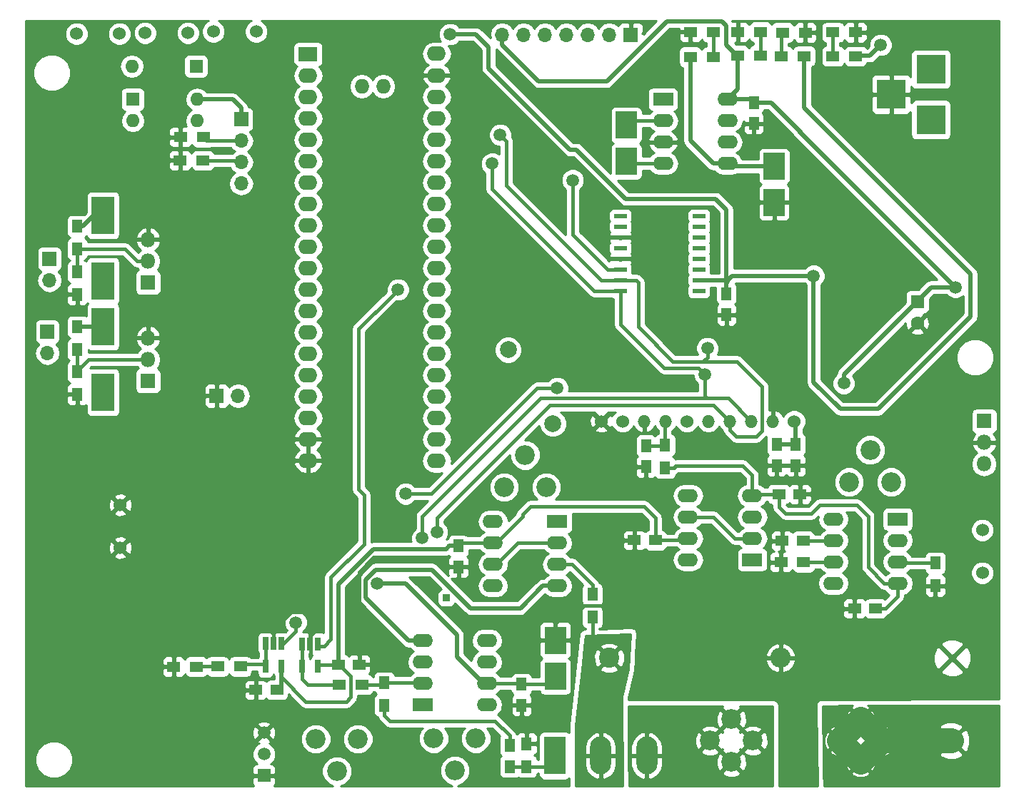
<source format=gbr>
G04 #@! TF.FileFunction,Copper,L1,Top,Signal*
%FSLAX46Y46*%
G04 Gerber Fmt 4.6, Leading zero omitted, Abs format (unit mm)*
G04 Created by KiCad (PCBNEW 4.0.7) date 04/02/18 14:51:31*
%MOMM*%
%LPD*%
G01*
G04 APERTURE LIST*
%ADD10C,0.100000*%
%ADD11C,1.524000*%
%ADD12R,1.250000X1.500000*%
%ADD13R,2.500000X3.200000*%
%ADD14R,1.500000X1.250000*%
%ADD15R,1.600000X1.600000*%
%ADD16C,1.600000*%
%ADD17O,1.600000X1.600000*%
%ADD18R,1.500000X1.300000*%
%ADD19C,2.350000*%
%ADD20R,3.500000X3.500000*%
%ADD21R,1.300000X1.500000*%
%ADD22C,2.400000*%
%ADD23O,2.400000X2.400000*%
%ADD24C,2.340000*%
%ADD25R,0.850000X0.850000*%
%ADD26R,2.250000X1.727200*%
%ADD27O,2.250000X1.727200*%
%ADD28O,1.727200X1.727200*%
%ADD29R,2.400000X1.600000*%
%ADD30O,2.400000X1.600000*%
%ADD31R,1.800000X1.800000*%
%ADD32O,1.800000X1.800000*%
%ADD33O,1.524000X1.524000*%
%ADD34C,1.520000*%
%ADD35R,1.520000X1.520000*%
%ADD36R,2.500000X4.500000*%
%ADD37O,2.500000X4.500000*%
%ADD38R,1.700000X1.700000*%
%ADD39O,1.700000X1.700000*%
%ADD40R,1.500000X0.600000*%
%ADD41R,0.650000X1.560000*%
%ADD42R,2.700000X4.500000*%
%ADD43C,1.500000*%
%ADD44C,2.000000*%
%ADD45C,0.400000*%
%ADD46C,0.500000*%
%ADD47C,0.600000*%
%ADD48C,3.000000*%
%ADD49C,0.254000*%
G04 APERTURE END LIST*
D10*
D11*
X6768000Y89979000D03*
X11848000Y89979000D03*
D12*
X87057000Y81820000D03*
X87057000Y79320000D03*
D13*
X71957000Y79120000D03*
X71957000Y74820000D03*
X89482000Y69945000D03*
X89482000Y74245000D03*
D12*
X89782000Y41220000D03*
X89782000Y38720000D03*
D14*
X92532000Y35320000D03*
X90032000Y35320000D03*
X75407000Y29845000D03*
X72907000Y29845000D03*
X37781332Y15085970D03*
X40281332Y15085970D03*
D12*
X59536000Y12764000D03*
X59536000Y10264000D03*
D13*
X63536000Y13689000D03*
X63536000Y17989000D03*
D12*
X58132000Y2995000D03*
X58132000Y5495000D03*
X92032000Y41220000D03*
X92032000Y38720000D03*
D14*
X92932000Y29770000D03*
X90432000Y29770000D03*
X101507000Y21745000D03*
X99007000Y21745000D03*
D12*
X74282000Y41070000D03*
X74282000Y38570000D03*
X52057000Y29170000D03*
X52057000Y26670000D03*
D15*
X106457000Y58145000D03*
D16*
X106457000Y55645000D03*
D15*
X20936000Y86114000D03*
D17*
X13316000Y86114000D03*
D18*
X87861000Y87414000D03*
X85161000Y87414000D03*
X96440000Y87295000D03*
X99140000Y87295000D03*
X79532000Y87220000D03*
X82232000Y87220000D03*
D19*
X86936000Y6064000D03*
X81856000Y6064000D03*
X97176000Y6064000D03*
X102256000Y6064000D03*
X84396000Y3524000D03*
X84396000Y8604000D03*
X99716000Y3524000D03*
X99716000Y8604000D03*
D20*
X108057000Y79770000D03*
X108057000Y85770000D03*
X103357000Y82770000D03*
D11*
X28071000Y90236000D03*
X22991000Y90236000D03*
D21*
X76557000Y41145000D03*
X76557000Y38445000D03*
D18*
X90282000Y27245000D03*
X92982000Y27245000D03*
D21*
X60132000Y2995000D03*
X60132000Y5695000D03*
D18*
X87861000Y90189000D03*
X85161000Y90189000D03*
X96440000Y90139000D03*
X99140000Y90139000D03*
D21*
X43232000Y10245000D03*
X43232000Y12945000D03*
D18*
X82257000Y90170000D03*
X79557000Y90170000D03*
D21*
X67932000Y20720000D03*
X67932000Y23420000D03*
D22*
X69916000Y15889000D03*
D23*
X90236000Y15889000D03*
D21*
X108582000Y24445000D03*
X108582000Y27145000D03*
D18*
X40586000Y12714000D03*
X37886000Y12714000D03*
D24*
X103357000Y36770000D03*
X100857000Y40570000D03*
X98357000Y36770000D03*
X57457000Y36145000D03*
X59957000Y39945000D03*
X62457000Y36145000D03*
X54111000Y6314000D03*
X51611000Y2514000D03*
X49111000Y6314000D03*
X35136000Y6264000D03*
X37636000Y2464000D03*
X40136000Y6264000D03*
D25*
X50611000Y22989000D03*
D26*
X34217000Y87550000D03*
D27*
X34217000Y85010000D03*
X34217000Y82470000D03*
X34217000Y79930000D03*
X34217000Y77390000D03*
X34217000Y74850000D03*
X34217000Y72310000D03*
X34217000Y69770000D03*
X34217000Y67230000D03*
X34217000Y64690000D03*
X34217000Y62150000D03*
X34217000Y59610000D03*
X34217000Y57070000D03*
X34217000Y54530000D03*
X34217000Y51990000D03*
X34217000Y49450000D03*
X34217000Y46910000D03*
X34217000Y44370000D03*
X34217000Y41830000D03*
X34217000Y39290000D03*
X49457000Y39290000D03*
X49457000Y41830000D03*
X49457000Y44370000D03*
X49457000Y46910000D03*
X49457000Y49450000D03*
X49457000Y51990000D03*
X49457000Y54530000D03*
X49457000Y57070000D03*
X49457000Y59610000D03*
X49457000Y62150000D03*
X49457000Y64690000D03*
X49457000Y67230000D03*
X49457000Y69770000D03*
X49457000Y72310000D03*
X49457000Y74850000D03*
X49457000Y77390000D03*
X49457000Y79930000D03*
X49457000Y82470000D03*
X49457000Y85010000D03*
X49457000Y87600800D03*
D28*
X43117000Y83740000D03*
X40577000Y83740000D03*
D29*
X76312000Y82185000D03*
D30*
X83932000Y74565000D03*
X76312000Y79645000D03*
X83932000Y77105000D03*
X76312000Y77105000D03*
X83932000Y79645000D03*
X76312000Y74565000D03*
X83932000Y82185000D03*
D31*
X114382000Y43995000D03*
D32*
X114382000Y41455000D03*
X114382000Y38915000D03*
D11*
X91842000Y43975000D03*
D33*
X89302000Y43975000D03*
X86762000Y43975000D03*
X84222000Y43975000D03*
X81682000Y43975000D03*
X76602000Y43975000D03*
X74062000Y43975000D03*
D11*
X71522000Y43975000D03*
X68982000Y43975000D03*
X79142000Y43975000D03*
D15*
X13436000Y82179000D03*
D17*
X21056000Y79639000D03*
X13436000Y79639000D03*
X21056000Y82179000D03*
D34*
X28986000Y4464000D03*
X28986000Y7004000D03*
D35*
X28986000Y1924000D03*
D18*
X90357000Y87320000D03*
X93057000Y87320000D03*
X23482000Y14870000D03*
X26182000Y14870000D03*
X90482000Y90120000D03*
X93182000Y90120000D03*
X18282000Y14845000D03*
X20982000Y14845000D03*
D14*
X30507000Y12070000D03*
X28007000Y12070000D03*
D36*
X63461000Y4289000D03*
D37*
X68911000Y4289000D03*
X74361000Y4289000D03*
D38*
X3556000Y63246000D03*
D39*
X3556000Y60706000D03*
D38*
X26282000Y79820000D03*
D39*
X26282000Y77280000D03*
X26282000Y74740000D03*
X26282000Y72200000D03*
D38*
X3302000Y54610000D03*
D39*
X3302000Y52070000D03*
D38*
X23368000Y46990000D03*
D39*
X25908000Y46990000D03*
D11*
X14882000Y90070000D03*
X19962000Y90070000D03*
D18*
X21782000Y77695000D03*
X19082000Y77695000D03*
X21736000Y74939000D03*
X19036000Y74939000D03*
D38*
X72467000Y89870000D03*
D39*
X69927000Y89870000D03*
X67387000Y89870000D03*
X64847000Y89870000D03*
X62307000Y89870000D03*
X59767000Y89870000D03*
X57227000Y89870000D03*
D29*
X86882000Y27530000D03*
D30*
X79262000Y35150000D03*
X86882000Y30070000D03*
X79262000Y32610000D03*
X86882000Y32610000D03*
X79262000Y30070000D03*
X86882000Y35150000D03*
X79262000Y27530000D03*
D29*
X47816000Y10314000D03*
D30*
X55436000Y17934000D03*
X47816000Y12854000D03*
X55436000Y15394000D03*
X47816000Y15394000D03*
X55436000Y12854000D03*
X47816000Y17934000D03*
X55436000Y10314000D03*
D29*
X63757000Y32075000D03*
D30*
X56137000Y24455000D03*
X63757000Y29535000D03*
X56137000Y26995000D03*
X63757000Y26995000D03*
X56137000Y29535000D03*
X63757000Y24455000D03*
X56137000Y32075000D03*
D29*
X104127000Y32345000D03*
D30*
X96507000Y24725000D03*
X104127000Y29805000D03*
X96507000Y27265000D03*
X104127000Y27265000D03*
X96507000Y29805000D03*
X104127000Y24725000D03*
X96507000Y32345000D03*
D11*
X114166000Y31059000D03*
X114166000Y25979000D03*
D40*
X80557000Y59435000D03*
X80557000Y60705000D03*
X80557000Y61975000D03*
X80557000Y63245000D03*
X80557000Y64515000D03*
X80557000Y65785000D03*
X80557000Y67055000D03*
X80557000Y68325000D03*
X71257000Y68325000D03*
X71257000Y67055000D03*
X71257000Y65785000D03*
X71257000Y64515000D03*
X71257000Y63245000D03*
X71257000Y61975000D03*
X71257000Y60705000D03*
X71257000Y59435000D03*
D12*
X83832000Y59120000D03*
X83832000Y56620000D03*
D41*
X35406332Y17560970D03*
X34456332Y17560970D03*
X33506332Y17560970D03*
X33506332Y14860970D03*
X35406332Y14860970D03*
X31057000Y17570000D03*
X30107000Y17570000D03*
X29157000Y17570000D03*
X29157000Y14870000D03*
X31057000Y14870000D03*
D42*
X9906000Y68416000D03*
X9906000Y60616000D03*
X9906000Y55208000D03*
X9906000Y47408000D03*
D31*
X15240000Y60452000D03*
D32*
X15240000Y62992000D03*
X15240000Y65532000D03*
D31*
X15240000Y48768000D03*
D32*
X15240000Y51308000D03*
X15240000Y53848000D03*
D21*
X6858000Y59022000D03*
X6858000Y61722000D03*
X6858000Y47164000D03*
X6858000Y49864000D03*
X6858000Y64436000D03*
X6858000Y67136000D03*
X6858000Y52498000D03*
X6858000Y55198000D03*
D11*
X11938000Y28956000D03*
X11938000Y34036000D03*
D43*
X65593403Y72596809D03*
X102108000Y88646000D03*
X42422925Y24697433D03*
X32768405Y20097923D03*
X110969544Y59895000D03*
X97726888Y48476832D03*
X51054000Y89916000D03*
X94165754Y61229387D03*
X81553958Y52648506D03*
X49504382Y30817595D03*
X56997410Y77982393D03*
X81280000Y49530000D03*
X47761291Y30114194D03*
X56050857Y74554338D03*
X63754000Y47897282D03*
X45783521Y35368138D03*
X44882000Y59595000D03*
D44*
X57933712Y52449854D03*
X63246000Y43688000D03*
D45*
X65593403Y72596809D02*
X65593403Y66133665D01*
X65593403Y66133665D02*
X69752068Y61975000D01*
X69752068Y61975000D02*
X71257000Y61975000D01*
X40281332Y26102912D02*
X40281332Y16110970D01*
X41998420Y27820000D02*
X40281332Y26102912D01*
X51032000Y26670000D02*
X49882000Y27820000D01*
X52057000Y26670000D02*
X51032000Y26670000D01*
X49882000Y27820000D02*
X41998420Y27820000D01*
X40281332Y16110970D02*
X40281332Y15085970D01*
X35235029Y21361343D02*
X32254140Y21361343D01*
X34737331Y18770971D02*
X35272671Y19306311D01*
X35272671Y19306311D02*
X35272671Y21323701D01*
X30107000Y19214203D02*
X30107000Y18750000D01*
X32254140Y21361343D02*
X30107000Y19214203D01*
X35272671Y21323701D02*
X35235029Y21361343D01*
X30107000Y18750000D02*
X30107000Y17570000D01*
X34456332Y18489972D02*
X34737331Y18770971D01*
X34507000Y18540640D02*
X34737331Y18770971D01*
X34507000Y16220000D02*
X34507000Y18540640D01*
X34456332Y17560970D02*
X34456332Y18489972D01*
X69332000Y22070000D02*
X72907000Y25645000D01*
X72907000Y25645000D02*
X72907000Y29845000D01*
X65617000Y22070000D02*
X69332000Y22070000D01*
X63536000Y17989000D02*
X63536000Y19989000D01*
X63536000Y19989000D02*
X65617000Y22070000D01*
X30107000Y17320000D02*
X30107000Y18250000D01*
D46*
X99321000Y87376000D02*
X100838000Y87376000D01*
X100838000Y87376000D02*
X102108000Y88646000D01*
X99140000Y87295000D02*
X99240000Y87295000D01*
X99240000Y87295000D02*
X99321000Y87376000D01*
X45779860Y24697433D02*
X43483585Y24697433D01*
X51864036Y16025964D02*
X51864036Y18613257D01*
X51864036Y18613257D02*
X45779860Y24697433D01*
X55036000Y12854000D02*
X51864036Y16025964D01*
X43483585Y24697433D02*
X42422925Y24697433D01*
X55436000Y12854000D02*
X55036000Y12854000D01*
X6858000Y67136000D02*
X7526000Y67136000D01*
X7526000Y67136000D02*
X9906000Y69516000D01*
X6858000Y55198000D02*
X8796000Y55198000D01*
X8796000Y55198000D02*
X9906000Y56308000D01*
D45*
X59536000Y12764000D02*
X62611000Y12764000D01*
X62611000Y12764000D02*
X63536000Y13689000D01*
X55436000Y12854000D02*
X59451000Y12854000D01*
X59451000Y12854000D02*
X59486000Y12889000D01*
X32768405Y19037263D02*
X32768405Y20097923D01*
X31057000Y17320000D02*
X32768405Y19031405D01*
X32768405Y19031405D02*
X32768405Y19037263D01*
D47*
X110219545Y60644999D02*
X110969544Y59895000D01*
X92557000Y78307544D02*
X110219545Y60644999D01*
D46*
X108084396Y59895000D02*
X109908884Y59895000D01*
D47*
X92557000Y78370000D02*
X92557000Y78307544D01*
D46*
X97726888Y48476832D02*
X97726888Y49537492D01*
X97726888Y49537492D02*
X108084396Y59895000D01*
X109908884Y59895000D02*
X110969544Y59895000D01*
X83820000Y90932000D02*
X83820000Y88655000D01*
X83820000Y88655000D02*
X85061000Y87414000D01*
X85061000Y87414000D02*
X85161000Y87414000D01*
X83312000Y91440000D02*
X83820000Y90932000D01*
X76727002Y91440000D02*
X83312000Y91440000D01*
X61566919Y84328000D02*
X69615002Y84328000D01*
X69615002Y84328000D02*
X76727002Y91440000D01*
X57227000Y89870000D02*
X57227000Y88667919D01*
X57227000Y88667919D02*
X61566919Y84328000D01*
X37781332Y15085970D02*
X37781332Y24663586D01*
X50576192Y28814192D02*
X50932000Y29170000D01*
X41931938Y28814192D02*
X50576192Y28814192D01*
X50932000Y29170000D02*
X52057000Y29170000D01*
X37781332Y24663586D02*
X41931938Y28814192D01*
X92032000Y41220000D02*
X92032000Y43785000D01*
X92032000Y43785000D02*
X91842000Y43975000D01*
X89782000Y41220000D02*
X92032000Y41220000D01*
X85161000Y87414000D02*
X85161000Y83414000D01*
X85161000Y83414000D02*
X83932000Y82185000D01*
X87057000Y81820000D02*
X89107000Y81820000D01*
X89107000Y81820000D02*
X92557000Y78370000D01*
X83932000Y82185000D02*
X86692000Y82185000D01*
X86692000Y82185000D02*
X87057000Y81820000D01*
X31057000Y15120000D02*
X31057000Y12620000D01*
X31057000Y12620000D02*
X30507000Y12070000D01*
X37781332Y15085970D02*
X37906332Y15085970D01*
D45*
X37906332Y15085970D02*
X39282000Y13710302D01*
D46*
X31057000Y13595000D02*
X31057000Y15120000D01*
D45*
X39282000Y13710302D02*
X39282000Y11245000D01*
X39282000Y11245000D02*
X38732000Y10695000D01*
X38732000Y10695000D02*
X33957000Y10695000D01*
X33957000Y10695000D02*
X31057000Y13595000D01*
X74036000Y33864000D02*
X75407000Y32493000D01*
X75407000Y32493000D02*
X75407000Y29845000D01*
X60586000Y33864000D02*
X74036000Y33864000D01*
X59661000Y32939000D02*
X60586000Y33864000D01*
X59661000Y32659000D02*
X59661000Y32939000D01*
X56137000Y29535000D02*
X56537000Y29535000D01*
X56537000Y29535000D02*
X59661000Y32659000D01*
X75407000Y29845000D02*
X79037000Y29845000D01*
X79037000Y29845000D02*
X79262000Y30070000D01*
X92932000Y29770000D02*
X96472000Y29770000D01*
X96472000Y29770000D02*
X96507000Y29805000D01*
X56137000Y29535000D02*
X52422000Y29535000D01*
X52422000Y29535000D02*
X52057000Y29170000D01*
X37781332Y15085970D02*
X35431332Y15085970D01*
X35431332Y15085970D02*
X35406332Y15110970D01*
D46*
X94165754Y61229387D02*
X94165754Y48582246D01*
X94165754Y48582246D02*
X97313106Y45434894D01*
X97313106Y45434894D02*
X101803859Y45434894D01*
X101803859Y45434894D02*
X112787089Y56418124D01*
X112787089Y56418124D02*
X112787089Y61456911D01*
X112787089Y61456911D02*
X93057000Y81187000D01*
X93057000Y81187000D02*
X93057000Y87320000D01*
X82550000Y70358000D02*
X83832000Y69076000D01*
X83832000Y69076000D02*
X83832000Y59120000D01*
X71882000Y70358000D02*
X82550000Y70358000D01*
X66040000Y76200000D02*
X71882000Y70358000D01*
X65278000Y76200000D02*
X66040000Y76200000D01*
X55626000Y85852000D02*
X65278000Y76200000D01*
X55626000Y88392000D02*
X55626000Y85852000D01*
X54102000Y89916000D02*
X55626000Y88392000D01*
X51054000Y89916000D02*
X54102000Y89916000D01*
X93105094Y61229387D02*
X94165754Y61229387D01*
X83982000Y60705000D02*
X84506387Y61229387D01*
X84506387Y61229387D02*
X93105094Y61229387D01*
X80557000Y60705000D02*
X83982000Y60705000D01*
X83832000Y59120000D02*
X83832000Y60370000D01*
X83832000Y60370000D02*
X83982000Y60520000D01*
X83982000Y60520000D02*
X83982000Y60705000D01*
X21056000Y82179000D02*
X25273000Y82179000D01*
X25273000Y82179000D02*
X26282000Y81170000D01*
X26282000Y81170000D02*
X26282000Y79820000D01*
D45*
X76312000Y79645000D02*
X72482000Y79645000D01*
X72482000Y79645000D02*
X71957000Y79120000D01*
X76312000Y74565000D02*
X72212000Y74565000D01*
X72212000Y74565000D02*
X71957000Y74820000D01*
D46*
X53490002Y21770000D02*
X59372000Y21770000D01*
X41031343Y25144343D02*
X42232000Y26345000D01*
X59372000Y21770000D02*
X62057000Y24455000D01*
X46116000Y17934000D02*
X41031343Y23018657D01*
X62057000Y24455000D02*
X63757000Y24455000D01*
X42232000Y26345000D02*
X48915002Y26345000D01*
X47816000Y17934000D02*
X46116000Y17934000D01*
X41031343Y23018657D02*
X41031343Y25144343D01*
X48915002Y26345000D02*
X53490002Y21770000D01*
X83932000Y74565000D02*
X83532000Y74565000D01*
X83932000Y74565000D02*
X82232000Y74565000D01*
X82232000Y74565000D02*
X79532000Y77265000D01*
X79532000Y77265000D02*
X79532000Y86070000D01*
X79532000Y86070000D02*
X79532000Y87220000D01*
X89482000Y74245000D02*
X84252000Y74245000D01*
X84252000Y74245000D02*
X83932000Y74565000D01*
D45*
X90811000Y33014000D02*
X90032000Y33793000D01*
X90032000Y33793000D02*
X90032000Y35320000D01*
X93886000Y33014000D02*
X90811000Y33014000D01*
X94911000Y34039000D02*
X93886000Y33014000D01*
X99261000Y34039000D02*
X94911000Y34039000D01*
X100611000Y32689000D02*
X99261000Y34039000D01*
X100611000Y26641000D02*
X100611000Y32689000D01*
X104127000Y24725000D02*
X102527000Y24725000D01*
X102527000Y24725000D02*
X100611000Y26641000D01*
X85786000Y38664000D02*
X86882000Y37568000D01*
X86882000Y37568000D02*
X86882000Y35150000D01*
X77826000Y38664000D02*
X85786000Y38664000D01*
X76557000Y38445000D02*
X77607000Y38445000D01*
X77607000Y38445000D02*
X77826000Y38664000D01*
X90032000Y35320000D02*
X87052000Y35320000D01*
X87052000Y35320000D02*
X86882000Y35150000D01*
X101507000Y21745000D02*
X102657000Y21745000D01*
X102657000Y21745000D02*
X104127000Y23215000D01*
X104127000Y23215000D02*
X104127000Y23525000D01*
X104127000Y23525000D02*
X104127000Y24725000D01*
X60132000Y2995000D02*
X62167000Y2995000D01*
X62167000Y2995000D02*
X63461000Y4289000D01*
X63461000Y4289000D02*
X63461000Y4274000D01*
X63461000Y4274000D02*
X62182000Y2995000D01*
X60132000Y2995000D02*
X58132000Y2995000D01*
X63042000Y3870000D02*
X63461000Y4289000D01*
X63036000Y3864000D02*
X63461000Y4289000D01*
X55432000Y8395000D02*
X43932000Y8395000D01*
X58132000Y5495000D02*
X58132000Y6645000D01*
X58132000Y6645000D02*
X56382000Y8395000D01*
X56382000Y8395000D02*
X55432000Y8395000D01*
X43932000Y8395000D02*
X43232000Y9095000D01*
X43232000Y9095000D02*
X43232000Y10245000D01*
X74282000Y41070000D02*
X76482000Y41070000D01*
X76482000Y41070000D02*
X76557000Y41145000D01*
X76557000Y41145000D02*
X76557000Y43930000D01*
X76557000Y43930000D02*
X76602000Y43975000D01*
X56137000Y26995000D02*
X56537000Y26995000D01*
X56537000Y26995000D02*
X59077000Y29535000D01*
X59077000Y29535000D02*
X63757000Y29535000D01*
X87861000Y87414000D02*
X87861000Y90189000D01*
X96440000Y87295000D02*
X96440000Y90139000D01*
X82232000Y87220000D02*
X82232000Y90145000D01*
X82232000Y90145000D02*
X82257000Y90170000D01*
X26282000Y77280000D02*
X22197000Y77280000D01*
X22197000Y77280000D02*
X21782000Y77695000D01*
X21736000Y74939000D02*
X26083000Y74939000D01*
X26083000Y74939000D02*
X26282000Y74740000D01*
X77470000Y51054000D02*
X80772000Y51054000D01*
X80772000Y51054000D02*
X85090000Y51054000D01*
X81553958Y52648506D02*
X81553958Y51587846D01*
X81553958Y51587846D02*
X81020112Y51054000D01*
X81020112Y51054000D02*
X80772000Y51054000D01*
X88026980Y48117020D02*
X85344000Y50800000D01*
X85090000Y51054000D02*
X85344000Y50800000D01*
X75438000Y53086000D02*
X77470000Y51054000D01*
X75438000Y53177347D02*
X73406000Y55209347D01*
X75591867Y53023480D02*
X75438000Y53177347D01*
X75438000Y53177347D02*
X75438000Y53086000D01*
X73406000Y55209347D02*
X73406000Y60452000D01*
X73406000Y60452000D02*
X73153000Y60705000D01*
X73153000Y60705000D02*
X71257000Y60705000D01*
X84222000Y43975000D02*
X84222000Y42897370D01*
X84222000Y42897370D02*
X84955370Y42164000D01*
X88026980Y42814980D02*
X88026980Y48117020D01*
X84955370Y42164000D02*
X87376000Y42164000D01*
X87376000Y42164000D02*
X88026980Y42814980D01*
X84222000Y43975000D02*
X82288042Y45908958D01*
X82288042Y45908958D02*
X62914994Y45908958D01*
X62914994Y45908958D02*
X49504382Y32498346D01*
X49504382Y32498346D02*
X49504382Y30817595D01*
X71257000Y60705000D02*
X68999099Y60705000D01*
X68999099Y60705000D02*
X57747409Y71956690D01*
X57747409Y71956690D02*
X57747409Y77232394D01*
X57747409Y77232394D02*
X56997410Y77982393D01*
X61773845Y46717272D02*
X81534000Y46717272D01*
X81534000Y46717272D02*
X84019728Y46717272D01*
X81280000Y49530000D02*
X81280000Y46971272D01*
X81280000Y46971272D02*
X81534000Y46717272D01*
X71257000Y57521000D02*
X71257000Y57658000D01*
X71257000Y57658000D02*
X71257000Y59435000D01*
X76466001Y50279999D02*
X71257000Y55489000D01*
X71257000Y55489000D02*
X71257000Y57658000D01*
X81280000Y49530000D02*
X80530001Y50279999D01*
X80530001Y50279999D02*
X76466001Y50279999D01*
X47761291Y32704718D02*
X61773845Y46717272D01*
X47761291Y30114194D02*
X47761291Y32704718D01*
X84019728Y46717272D02*
X86762000Y43975000D01*
X56050857Y71549407D02*
X56050857Y73493678D01*
X71257000Y59435000D02*
X68165264Y59435000D01*
X56050857Y73493678D02*
X56050857Y74554338D01*
X68165264Y59435000D02*
X56050857Y71549407D01*
X67932000Y20720000D02*
X67932000Y17873000D01*
X67932000Y17873000D02*
X69916000Y15889000D01*
X40586000Y12714000D02*
X43086000Y12714000D01*
X43086000Y12714000D02*
X43336000Y12964000D01*
X43336000Y12964000D02*
X47706000Y12964000D01*
X47706000Y12964000D02*
X47816000Y12854000D01*
X61337226Y47897282D02*
X62693340Y47897282D01*
X48808082Y35368138D02*
X61337226Y47897282D01*
X62693340Y47897282D02*
X63754000Y47897282D01*
X45783521Y35368138D02*
X48808082Y35368138D01*
X92982000Y27245000D02*
X96487000Y27245000D01*
X96487000Y27245000D02*
X96507000Y27265000D01*
X67932000Y23420000D02*
X67932000Y24570000D01*
X67932000Y24570000D02*
X65507000Y26995000D01*
X65507000Y26995000D02*
X65357000Y26995000D01*
X65357000Y26995000D02*
X63757000Y26995000D01*
X84830000Y30070000D02*
X82290000Y32610000D01*
X82290000Y32610000D02*
X79262000Y32610000D01*
X86882000Y30070000D02*
X84830000Y30070000D01*
X108582000Y27145000D02*
X104247000Y27145000D01*
X104247000Y27145000D02*
X104127000Y27265000D01*
X34182000Y12695000D02*
X33506332Y13370668D01*
X33506332Y13370668D02*
X33506332Y15110970D01*
X35679302Y12695000D02*
X34182000Y12695000D01*
X37886000Y12714000D02*
X35698302Y12714000D01*
X35698302Y12714000D02*
X35679302Y12695000D01*
X33506332Y15110970D02*
X33506332Y17310970D01*
X40876362Y35215866D02*
X40213757Y35878471D01*
X36907000Y25445000D02*
X40876362Y29414362D01*
X44132001Y58845001D02*
X44882000Y59595000D01*
X36907000Y18086638D02*
X36907000Y25445000D01*
X40213757Y54926757D02*
X44132001Y58845001D01*
X40876362Y29414362D02*
X40876362Y35215866D01*
X35406332Y17310970D02*
X36131332Y17310970D01*
X40213757Y35878471D02*
X40213757Y54926757D01*
X36131332Y17310970D02*
X36907000Y18086638D01*
X90357000Y87320000D02*
X90357000Y89995000D01*
X90357000Y89995000D02*
X90482000Y90120000D01*
X23482000Y14870000D02*
X21007000Y14870000D01*
X21007000Y14870000D02*
X20982000Y14845000D01*
X29157000Y17320000D02*
X29157000Y15120000D01*
X29157000Y15120000D02*
X26432000Y15120000D01*
X26432000Y15120000D02*
X26182000Y14870000D01*
D48*
X99716000Y3524000D02*
X102256000Y6064000D01*
X99716000Y8604000D02*
X102256000Y6064000D01*
X99716000Y8604000D02*
X97176000Y6064000D01*
X99716000Y3524000D02*
X97176000Y6064000D01*
X110461000Y6064000D02*
X102256000Y6064000D01*
D45*
X15240000Y62992000D02*
X13967208Y62992000D01*
X13967208Y62992000D02*
X12523208Y64436000D01*
X12523208Y64436000D02*
X7908000Y64436000D01*
X7908000Y64436000D02*
X6858000Y64436000D01*
X6858000Y64436000D02*
X6858000Y61722000D01*
X6858000Y52498000D02*
X6858000Y49864000D01*
X15240000Y51308000D02*
X8202000Y51308000D01*
X6858000Y49964000D02*
X6858000Y49864000D01*
X8202000Y51308000D02*
X6858000Y49964000D01*
D49*
G36*
X22200697Y91421010D02*
X21807371Y91028370D01*
X21594243Y90515100D01*
X21593758Y89959339D01*
X21805990Y89445697D01*
X22198630Y89052371D01*
X22711900Y88839243D01*
X23267661Y88838758D01*
X23781303Y89050990D01*
X24174629Y89443630D01*
X24387757Y89956900D01*
X24388242Y90512661D01*
X24176010Y91026303D01*
X23783370Y91419629D01*
X23609081Y91492000D01*
X27452506Y91492000D01*
X27280697Y91421010D01*
X26887371Y91028370D01*
X26674243Y90515100D01*
X26673758Y89959339D01*
X26885990Y89445697D01*
X27278630Y89052371D01*
X27791900Y88839243D01*
X28347661Y88838758D01*
X28861303Y89050990D01*
X29254629Y89443630D01*
X29467757Y89956900D01*
X29468242Y90512661D01*
X29256010Y91026303D01*
X28863370Y91419629D01*
X28689081Y91492000D01*
X75527423Y91492000D01*
X73952000Y89916577D01*
X73952000Y89997002D01*
X73793252Y89997002D01*
X73952000Y90155750D01*
X73952000Y90846309D01*
X73855327Y91079698D01*
X73676699Y91258327D01*
X73443310Y91355000D01*
X72752750Y91355000D01*
X72594000Y91196250D01*
X72594000Y89997000D01*
X72614000Y89997000D01*
X72614000Y89743000D01*
X72594000Y89743000D01*
X72594000Y89723000D01*
X72340000Y89723000D01*
X72340000Y89743000D01*
X72320000Y89743000D01*
X72320000Y89997000D01*
X72340000Y89997000D01*
X72340000Y91196250D01*
X72181250Y91355000D01*
X71490690Y91355000D01*
X71257301Y91258327D01*
X71078673Y91079698D01*
X71006403Y90905223D01*
X70977054Y90949147D01*
X70495285Y91271054D01*
X69927000Y91384093D01*
X69358715Y91271054D01*
X68876946Y90949147D01*
X68657000Y90619974D01*
X68437054Y90949147D01*
X67955285Y91271054D01*
X67387000Y91384093D01*
X66818715Y91271054D01*
X66336946Y90949147D01*
X66117000Y90619974D01*
X65897054Y90949147D01*
X65415285Y91271054D01*
X64847000Y91384093D01*
X64278715Y91271054D01*
X63796946Y90949147D01*
X63577000Y90619974D01*
X63357054Y90949147D01*
X62875285Y91271054D01*
X62307000Y91384093D01*
X61738715Y91271054D01*
X61256946Y90949147D01*
X61037000Y90619974D01*
X60817054Y90949147D01*
X60335285Y91271054D01*
X59767000Y91384093D01*
X59198715Y91271054D01*
X58716946Y90949147D01*
X58497000Y90619974D01*
X58277054Y90949147D01*
X57795285Y91271054D01*
X57227000Y91384093D01*
X56658715Y91271054D01*
X56176946Y90949147D01*
X55855039Y90467378D01*
X55742000Y89899093D01*
X55742000Y89840907D01*
X55819800Y89449779D01*
X54727790Y90541790D01*
X54491736Y90699515D01*
X54440675Y90733633D01*
X54384484Y90744810D01*
X54102000Y90801001D01*
X54101995Y90801000D01*
X52127523Y90801000D01*
X51839564Y91089461D01*
X51330702Y91300759D01*
X50779715Y91301240D01*
X50270485Y91090831D01*
X49880539Y90701564D01*
X49669241Y90192702D01*
X49668760Y89641715D01*
X49879169Y89132485D01*
X49951669Y89059858D01*
X49752880Y89099400D01*
X49161120Y89099400D01*
X48587631Y88985326D01*
X48101450Y88660470D01*
X47776594Y88174289D01*
X47662520Y87600800D01*
X47776594Y87027311D01*
X48101450Y86541130D01*
X48454113Y86305488D01*
X48046127Y85979868D01*
X47762473Y85466157D01*
X47740642Y85369026D01*
X47861783Y85137000D01*
X49330000Y85137000D01*
X49330000Y85157000D01*
X49584000Y85157000D01*
X49584000Y85137000D01*
X51052217Y85137000D01*
X51173358Y85369026D01*
X51151527Y85466157D01*
X50867873Y85979868D01*
X50459887Y86305488D01*
X50812550Y86541130D01*
X51137406Y87027311D01*
X51251480Y87600800D01*
X51137406Y88174289D01*
X50898969Y88531135D01*
X51328285Y88530760D01*
X51837515Y88741169D01*
X52127852Y89031000D01*
X53735420Y89031000D01*
X54741000Y88025421D01*
X54741000Y85852005D01*
X54740999Y85852000D01*
X54794410Y85583489D01*
X54808367Y85513325D01*
X54854548Y85444210D01*
X55000210Y85226210D01*
X64652208Y75574213D01*
X64652210Y75574210D01*
X64897320Y75410434D01*
X64939325Y75382367D01*
X65278000Y75315000D01*
X65673420Y75315000D01*
X71256208Y69732213D01*
X71256210Y69732210D01*
X71543325Y69540367D01*
X71599516Y69529190D01*
X71882000Y69472999D01*
X71882005Y69473000D01*
X82183420Y69473000D01*
X82947000Y68709421D01*
X82947000Y61590000D01*
X81937227Y61590000D01*
X81954440Y61675000D01*
X81954440Y62275000D01*
X81910162Y62510317D01*
X81846322Y62609528D01*
X81903431Y62693110D01*
X81954440Y62945000D01*
X81954440Y63545000D01*
X81910162Y63780317D01*
X81846322Y63879528D01*
X81903431Y63963110D01*
X81954440Y64215000D01*
X81954440Y64815000D01*
X81910162Y65050317D01*
X81846322Y65149528D01*
X81903431Y65233110D01*
X81954440Y65485000D01*
X81954440Y66085000D01*
X81910162Y66320317D01*
X81846322Y66419528D01*
X81903431Y66503110D01*
X81954440Y66755000D01*
X81954440Y67355000D01*
X81910162Y67590317D01*
X81846322Y67689528D01*
X81903431Y67773110D01*
X81954440Y68025000D01*
X81954440Y68625000D01*
X81910162Y68860317D01*
X81771090Y69076441D01*
X81558890Y69221431D01*
X81307000Y69272440D01*
X79807000Y69272440D01*
X79571683Y69228162D01*
X79355559Y69089090D01*
X79210569Y68876890D01*
X79159560Y68625000D01*
X79159560Y68025000D01*
X79203838Y67789683D01*
X79267678Y67690472D01*
X79210569Y67606890D01*
X79159560Y67355000D01*
X79159560Y66755000D01*
X79203838Y66519683D01*
X79267678Y66420472D01*
X79210569Y66336890D01*
X79159560Y66085000D01*
X79159560Y65485000D01*
X79203838Y65249683D01*
X79267678Y65150472D01*
X79210569Y65066890D01*
X79159560Y64815000D01*
X79159560Y64215000D01*
X79203838Y63979683D01*
X79267678Y63880472D01*
X79210569Y63796890D01*
X79159560Y63545000D01*
X79159560Y62945000D01*
X79203838Y62709683D01*
X79267678Y62610472D01*
X79210569Y62526890D01*
X79159560Y62275000D01*
X79159560Y61675000D01*
X79203838Y61439683D01*
X79267678Y61340472D01*
X79210569Y61256890D01*
X79159560Y61005000D01*
X79159560Y60405000D01*
X79203838Y60169683D01*
X79267678Y60070472D01*
X79210569Y59986890D01*
X79159560Y59735000D01*
X79159560Y59135000D01*
X79203838Y58899683D01*
X79342910Y58683559D01*
X79555110Y58538569D01*
X79807000Y58487560D01*
X81307000Y58487560D01*
X81542317Y58531838D01*
X81758441Y58670910D01*
X81903431Y58883110D01*
X81954440Y59135000D01*
X81954440Y59735000D01*
X81938446Y59820000D01*
X82559560Y59820000D01*
X82559560Y58370000D01*
X82603838Y58134683D01*
X82742910Y57918559D01*
X82811006Y57872031D01*
X82668673Y57729698D01*
X82572000Y57496309D01*
X82572000Y56905750D01*
X82730750Y56747000D01*
X83705000Y56747000D01*
X83705000Y56767000D01*
X83959000Y56767000D01*
X83959000Y56747000D01*
X84933250Y56747000D01*
X85092000Y56905750D01*
X85092000Y57496309D01*
X84995327Y57729698D01*
X84854090Y57870936D01*
X84908441Y57905910D01*
X85053431Y58118110D01*
X85104440Y58370000D01*
X85104440Y59870000D01*
X85060162Y60105317D01*
X84921090Y60321441D01*
X84887507Y60344387D01*
X93092231Y60344387D01*
X93280754Y60155535D01*
X93280754Y48582251D01*
X93280753Y48582246D01*
X93333664Y48316250D01*
X93348121Y48243571D01*
X93464667Y48069147D01*
X93539964Y47956456D01*
X96687314Y44809107D01*
X96687316Y44809104D01*
X96974431Y44617261D01*
X97030622Y44606084D01*
X97313106Y44549893D01*
X97313111Y44549894D01*
X101803854Y44549894D01*
X101803859Y44549893D01*
X102086343Y44606084D01*
X102142534Y44617261D01*
X102429649Y44809104D01*
X102515544Y44895000D01*
X112834560Y44895000D01*
X112834560Y43095000D01*
X112878838Y42859683D01*
X113017910Y42643559D01*
X113230110Y42498569D01*
X113281146Y42488234D01*
X113144034Y42362576D01*
X112890954Y41819742D01*
X113011003Y41582000D01*
X114255000Y41582000D01*
X114255000Y41602000D01*
X114509000Y41602000D01*
X114509000Y41582000D01*
X115752997Y41582000D01*
X115873046Y41819742D01*
X115619966Y42362576D01*
X115485462Y42485844D01*
X115517317Y42491838D01*
X115733441Y42630910D01*
X115878431Y42843110D01*
X115929440Y43095000D01*
X115929440Y44895000D01*
X115885162Y45130317D01*
X115746090Y45346441D01*
X115533890Y45491431D01*
X115282000Y45542440D01*
X113482000Y45542440D01*
X113246683Y45498162D01*
X113030559Y45359090D01*
X112885569Y45146890D01*
X112834560Y44895000D01*
X102515544Y44895000D01*
X108739925Y51119381D01*
X111048613Y51119381D01*
X111388155Y50297628D01*
X112016321Y49668364D01*
X112837481Y49327389D01*
X113726619Y49326613D01*
X114548372Y49666155D01*
X115177636Y50294321D01*
X115518611Y51115481D01*
X115519387Y52004619D01*
X115179845Y52826372D01*
X114551679Y53455636D01*
X113730519Y53796611D01*
X112841381Y53797387D01*
X112019628Y53457845D01*
X111390364Y52829679D01*
X111049389Y52008519D01*
X111048613Y51119381D01*
X108739925Y51119381D01*
X113412876Y55792332D01*
X113412879Y55792334D01*
X113604722Y56079449D01*
X113625383Y56183317D01*
X113672090Y56418124D01*
X113672089Y56418129D01*
X113672089Y61456911D01*
X113604722Y61795586D01*
X113412879Y62082701D01*
X113412876Y62082703D01*
X93942000Y81553580D01*
X93942000Y82484250D01*
X100972000Y82484250D01*
X100972000Y80893691D01*
X101068673Y80660302D01*
X101247301Y80481673D01*
X101480690Y80385000D01*
X103071250Y80385000D01*
X103230000Y80543750D01*
X103230000Y82643000D01*
X103484000Y82643000D01*
X103484000Y80543750D01*
X103642750Y80385000D01*
X105233310Y80385000D01*
X105466699Y80481673D01*
X105645327Y80660302D01*
X105659560Y80694663D01*
X105659560Y78020000D01*
X105703838Y77784683D01*
X105842910Y77568559D01*
X106055110Y77423569D01*
X106307000Y77372560D01*
X109807000Y77372560D01*
X110042317Y77416838D01*
X110258441Y77555910D01*
X110403431Y77768110D01*
X110454440Y78020000D01*
X110454440Y81520000D01*
X110410162Y81755317D01*
X110271090Y81971441D01*
X110058890Y82116431D01*
X109807000Y82167440D01*
X106307000Y82167440D01*
X106071683Y82123162D01*
X105855559Y81984090D01*
X105742000Y81817891D01*
X105742000Y82484250D01*
X105583250Y82643000D01*
X103484000Y82643000D01*
X103230000Y82643000D01*
X101130750Y82643000D01*
X100972000Y82484250D01*
X93942000Y82484250D01*
X93942000Y84646309D01*
X100972000Y84646309D01*
X100972000Y83055750D01*
X101130750Y82897000D01*
X103230000Y82897000D01*
X103230000Y84996250D01*
X103484000Y84996250D01*
X103484000Y82897000D01*
X105583250Y82897000D01*
X105742000Y83055750D01*
X105742000Y83725378D01*
X105842910Y83568559D01*
X106055110Y83423569D01*
X106307000Y83372560D01*
X109807000Y83372560D01*
X110042317Y83416838D01*
X110258441Y83555910D01*
X110403431Y83768110D01*
X110454440Y84020000D01*
X110454440Y87520000D01*
X110410162Y87755317D01*
X110271090Y87971441D01*
X110058890Y88116431D01*
X109807000Y88167440D01*
X106307000Y88167440D01*
X106071683Y88123162D01*
X105855559Y87984090D01*
X105710569Y87771890D01*
X105659560Y87520000D01*
X105659560Y84845337D01*
X105645327Y84879698D01*
X105466699Y85058327D01*
X105233310Y85155000D01*
X103642750Y85155000D01*
X103484000Y84996250D01*
X103230000Y84996250D01*
X103071250Y85155000D01*
X101480690Y85155000D01*
X101247301Y85058327D01*
X101068673Y84879698D01*
X100972000Y84646309D01*
X93942000Y84646309D01*
X93942000Y86047962D01*
X94042317Y86066838D01*
X94258441Y86205910D01*
X94403431Y86418110D01*
X94454440Y86670000D01*
X94454440Y87970000D01*
X94410162Y88205317D01*
X94271090Y88421441D01*
X94058890Y88566431D01*
X93807000Y88617440D01*
X92307000Y88617440D01*
X92071683Y88573162D01*
X91855559Y88434090D01*
X91710569Y88221890D01*
X91707919Y88208803D01*
X91571090Y88421441D01*
X91358890Y88566431D01*
X91192000Y88600227D01*
X91192000Y88822560D01*
X91232000Y88822560D01*
X91467317Y88866838D01*
X91683441Y89005910D01*
X91828431Y89218110D01*
X91835191Y89251490D01*
X91893673Y89110301D01*
X92072302Y88931673D01*
X92305691Y88835000D01*
X92896250Y88835000D01*
X93055000Y88993750D01*
X93055000Y89993000D01*
X93309000Y89993000D01*
X93309000Y88993750D01*
X93467750Y88835000D01*
X94058309Y88835000D01*
X94291698Y88931673D01*
X94470327Y89110301D01*
X94567000Y89343690D01*
X94567000Y89834250D01*
X94408250Y89993000D01*
X93309000Y89993000D01*
X93055000Y89993000D01*
X93035000Y89993000D01*
X93035000Y90247000D01*
X93055000Y90247000D01*
X93055000Y91246250D01*
X93309000Y91246250D01*
X93309000Y90247000D01*
X94408250Y90247000D01*
X94567000Y90405750D01*
X94567000Y90789000D01*
X95042560Y90789000D01*
X95042560Y89489000D01*
X95086838Y89253683D01*
X95225910Y89037559D01*
X95438110Y88892569D01*
X95605000Y88858773D01*
X95605000Y88576446D01*
X95454683Y88548162D01*
X95238559Y88409090D01*
X95093569Y88196890D01*
X95042560Y87945000D01*
X95042560Y86645000D01*
X95086838Y86409683D01*
X95225910Y86193559D01*
X95438110Y86048569D01*
X95690000Y85997560D01*
X97190000Y85997560D01*
X97425317Y86041838D01*
X97641441Y86180910D01*
X97786431Y86393110D01*
X97789081Y86406197D01*
X97925910Y86193559D01*
X98138110Y86048569D01*
X98390000Y85997560D01*
X99890000Y85997560D01*
X100125317Y86041838D01*
X100341441Y86180910D01*
X100486431Y86393110D01*
X100506254Y86491000D01*
X100837995Y86491000D01*
X100838000Y86490999D01*
X101127377Y86548561D01*
X101176675Y86558367D01*
X101463790Y86750210D01*
X101974695Y87261116D01*
X102382285Y87260760D01*
X102891515Y87471169D01*
X103281461Y87860436D01*
X103492759Y88369298D01*
X103493240Y88920285D01*
X103282831Y89429515D01*
X102893564Y89819461D01*
X102384702Y90030759D01*
X101833715Y90031240D01*
X101324485Y89820831D01*
X100934539Y89431564D01*
X100723241Y88922702D01*
X100722883Y88512462D01*
X100471420Y88261000D01*
X100441244Y88261000D01*
X100354090Y88396441D01*
X100141890Y88541431D01*
X99890000Y88592440D01*
X98390000Y88592440D01*
X98154683Y88548162D01*
X97938559Y88409090D01*
X97793569Y88196890D01*
X97790919Y88183803D01*
X97654090Y88396441D01*
X97441890Y88541431D01*
X97275000Y88575227D01*
X97275000Y88857554D01*
X97425317Y88885838D01*
X97641441Y89024910D01*
X97786431Y89237110D01*
X97793191Y89270490D01*
X97851673Y89129301D01*
X98030302Y88950673D01*
X98263691Y88854000D01*
X98854250Y88854000D01*
X99013000Y89012750D01*
X99013000Y90012000D01*
X99267000Y90012000D01*
X99267000Y89012750D01*
X99425750Y88854000D01*
X100016309Y88854000D01*
X100249698Y88950673D01*
X100428327Y89129301D01*
X100525000Y89362690D01*
X100525000Y89853250D01*
X100366250Y90012000D01*
X99267000Y90012000D01*
X99013000Y90012000D01*
X98993000Y90012000D01*
X98993000Y90266000D01*
X99013000Y90266000D01*
X99013000Y91265250D01*
X99267000Y91265250D01*
X99267000Y90266000D01*
X100366250Y90266000D01*
X100525000Y90424750D01*
X100525000Y90915310D01*
X100428327Y91148699D01*
X100249698Y91327327D01*
X100016309Y91424000D01*
X99425750Y91424000D01*
X99267000Y91265250D01*
X99013000Y91265250D01*
X98854250Y91424000D01*
X98263691Y91424000D01*
X98030302Y91327327D01*
X97851673Y91148699D01*
X97795346Y91012713D01*
X97793162Y91024317D01*
X97654090Y91240441D01*
X97441890Y91385431D01*
X97190000Y91436440D01*
X95690000Y91436440D01*
X95454683Y91392162D01*
X95238559Y91253090D01*
X95093569Y91040890D01*
X95042560Y90789000D01*
X94567000Y90789000D01*
X94567000Y90896310D01*
X94470327Y91129699D01*
X94291698Y91308327D01*
X94058309Y91405000D01*
X93467750Y91405000D01*
X93309000Y91246250D01*
X93055000Y91246250D01*
X92896250Y91405000D01*
X92305691Y91405000D01*
X92072302Y91308327D01*
X91893673Y91129699D01*
X91837346Y90993713D01*
X91835162Y91005317D01*
X91696090Y91221441D01*
X91483890Y91366431D01*
X91232000Y91417440D01*
X89732000Y91417440D01*
X89496683Y91373162D01*
X89280559Y91234090D01*
X89193418Y91106554D01*
X89075090Y91290441D01*
X88862890Y91435431D01*
X88611000Y91486440D01*
X87111000Y91486440D01*
X86875683Y91442162D01*
X86659559Y91303090D01*
X86514569Y91090890D01*
X86507809Y91057510D01*
X86449327Y91198699D01*
X86270698Y91377327D01*
X86037309Y91474000D01*
X85446750Y91474000D01*
X85288000Y91315250D01*
X85288000Y90316000D01*
X85308000Y90316000D01*
X85308000Y90062000D01*
X85288000Y90062000D01*
X85288000Y89062750D01*
X85446750Y88904000D01*
X86037309Y88904000D01*
X86270698Y89000673D01*
X86449327Y89179301D01*
X86505654Y89315287D01*
X86507838Y89303683D01*
X86646910Y89087559D01*
X86859110Y88942569D01*
X87026000Y88908773D01*
X87026000Y88695446D01*
X86875683Y88667162D01*
X86659559Y88528090D01*
X86514569Y88315890D01*
X86511919Y88302803D01*
X86375090Y88515441D01*
X86162890Y88660431D01*
X85911000Y88711440D01*
X85015140Y88711440D01*
X84822580Y88904000D01*
X84875250Y88904000D01*
X85034000Y89062750D01*
X85034000Y90062000D01*
X85014000Y90062000D01*
X85014000Y90316000D01*
X85034000Y90316000D01*
X85034000Y91315250D01*
X84875250Y91474000D01*
X84501776Y91474000D01*
X84489749Y91492000D01*
X116130000Y91492000D01*
X116130000Y11045743D01*
X95083081Y10948993D01*
X94855205Y10905573D01*
X94643233Y10769173D01*
X94501029Y10561051D01*
X94451000Y10314000D01*
X94451000Y10039000D01*
X94451081Y10028884D01*
X94599560Y710000D01*
X90041445Y710000D01*
X90021000Y10039479D01*
X90021000Y10289000D01*
X89977242Y10520641D01*
X89840539Y10732418D01*
X89632213Y10874324D01*
X89385092Y10923999D01*
X72198180Y10899411D01*
X72196452Y11189992D01*
X72978125Y14414394D01*
X72995298Y14534151D01*
X73039676Y15477195D01*
X88447805Y15477195D01*
X88680358Y14915742D01*
X89171224Y14394508D01*
X89824193Y14100797D01*
X90109000Y14217142D01*
X90109000Y15762000D01*
X90363000Y15762000D01*
X90363000Y14217142D01*
X90647807Y14100797D01*
X91041310Y14277798D01*
X109179403Y14277798D01*
X109351390Y13948640D01*
X110178346Y13621974D01*
X111067363Y13636635D01*
X111820610Y13948640D01*
X111992597Y14277798D01*
X110586000Y15684395D01*
X109179403Y14277798D01*
X91041310Y14277798D01*
X91300776Y14394508D01*
X91791642Y14915742D01*
X92024195Y15477195D01*
X91907432Y15762000D01*
X90363000Y15762000D01*
X90109000Y15762000D01*
X88564568Y15762000D01*
X88447805Y15477195D01*
X73039676Y15477195D01*
X73078434Y16300805D01*
X88447805Y16300805D01*
X88564568Y16016000D01*
X90109000Y16016000D01*
X90109000Y17560858D01*
X90363000Y17560858D01*
X90363000Y16016000D01*
X91907432Y16016000D01*
X92012243Y16271654D01*
X108343974Y16271654D01*
X108358635Y15382637D01*
X108670640Y14629390D01*
X108999798Y14457403D01*
X110406395Y15864000D01*
X110765605Y15864000D01*
X112172202Y14457403D01*
X112501360Y14629390D01*
X112828026Y15456346D01*
X112813365Y16345363D01*
X112501360Y17098610D01*
X112172202Y17270597D01*
X110765605Y15864000D01*
X110406395Y15864000D01*
X108999798Y17270597D01*
X108670640Y17098610D01*
X108343974Y16271654D01*
X92012243Y16271654D01*
X92024195Y16300805D01*
X91791642Y16862258D01*
X91300776Y17383492D01*
X91152469Y17450202D01*
X109179403Y17450202D01*
X110586000Y16043605D01*
X111992597Y17450202D01*
X111820610Y17779360D01*
X110993654Y18106026D01*
X110104637Y18091365D01*
X109351390Y17779360D01*
X109179403Y17450202D01*
X91152469Y17450202D01*
X90647807Y17677203D01*
X90363000Y17560858D01*
X90109000Y17560858D01*
X89824193Y17677203D01*
X89171224Y17383492D01*
X88680358Y16862258D01*
X88447805Y16300805D01*
X73078434Y16300805D01*
X73195298Y18784151D01*
X73145075Y19063160D01*
X73002121Y19270768D01*
X72789659Y19406402D01*
X72541166Y19448690D01*
X68767000Y19330747D01*
X68767000Y19357370D01*
X68817317Y19366838D01*
X69033441Y19505910D01*
X69178431Y19718110D01*
X69229440Y19970000D01*
X69229440Y21459250D01*
X97622000Y21459250D01*
X97622000Y20993690D01*
X97718673Y20760301D01*
X97897302Y20581673D01*
X98130691Y20485000D01*
X98721250Y20485000D01*
X98880000Y20643750D01*
X98880000Y21618000D01*
X97780750Y21618000D01*
X97622000Y21459250D01*
X69229440Y21459250D01*
X69229440Y21470000D01*
X69185162Y21705317D01*
X69046090Y21921441D01*
X68833890Y22066431D01*
X68820803Y22069081D01*
X69033441Y22205910D01*
X69178431Y22418110D01*
X69194266Y22496310D01*
X97622000Y22496310D01*
X97622000Y22030750D01*
X97780750Y21872000D01*
X98880000Y21872000D01*
X98880000Y22846250D01*
X98721250Y23005000D01*
X98130691Y23005000D01*
X97897302Y22908327D01*
X97718673Y22729699D01*
X97622000Y22496310D01*
X69194266Y22496310D01*
X69229440Y22670000D01*
X69229440Y24170000D01*
X69185162Y24405317D01*
X69046090Y24621441D01*
X68833890Y24766431D01*
X68723480Y24788790D01*
X68703439Y24889541D01*
X68522434Y25160434D01*
X66097434Y27585434D01*
X65826541Y27766439D01*
X65507000Y27830000D01*
X65327719Y27830000D01*
X65207648Y28009698D01*
X64825562Y28265000D01*
X65207648Y28520302D01*
X65518717Y28985849D01*
X65627950Y29535000D01*
X65623127Y29559250D01*
X71522000Y29559250D01*
X71522000Y29093690D01*
X71618673Y28860301D01*
X71797302Y28681673D01*
X72030691Y28585000D01*
X72621250Y28585000D01*
X72780000Y28743750D01*
X72780000Y29718000D01*
X71680750Y29718000D01*
X71522000Y29559250D01*
X65623127Y29559250D01*
X65518717Y30084151D01*
X65207648Y30549698D01*
X65137889Y30596310D01*
X71522000Y30596310D01*
X71522000Y30130750D01*
X71680750Y29972000D01*
X72780000Y29972000D01*
X72780000Y30946250D01*
X72621250Y31105000D01*
X72030691Y31105000D01*
X71797302Y31008327D01*
X71618673Y30829699D01*
X71522000Y30596310D01*
X65137889Y30596310D01*
X65061650Y30647251D01*
X65192317Y30671838D01*
X65408441Y30810910D01*
X65553431Y31023110D01*
X65604440Y31275000D01*
X65604440Y32875000D01*
X65575463Y33029000D01*
X73690132Y33029000D01*
X74572000Y32147132D01*
X74572000Y31101446D01*
X74421683Y31073162D01*
X74205559Y30934090D01*
X74159031Y30865994D01*
X74016698Y31008327D01*
X73783309Y31105000D01*
X73192750Y31105000D01*
X73034000Y30946250D01*
X73034000Y29972000D01*
X73054000Y29972000D01*
X73054000Y29718000D01*
X73034000Y29718000D01*
X73034000Y28743750D01*
X73192750Y28585000D01*
X73783309Y28585000D01*
X74016698Y28681673D01*
X74157936Y28822910D01*
X74192910Y28768559D01*
X74405110Y28623569D01*
X74657000Y28572560D01*
X76157000Y28572560D01*
X76392317Y28616838D01*
X76608441Y28755910D01*
X76753431Y28968110D01*
X76761914Y29010000D01*
X77879151Y29010000D01*
X78193438Y28800000D01*
X77811352Y28544698D01*
X77500283Y28079151D01*
X77391050Y27530000D01*
X77500283Y26980849D01*
X77811352Y26515302D01*
X78276899Y26204233D01*
X78826050Y26095000D01*
X79697950Y26095000D01*
X80247101Y26204233D01*
X80712648Y26515302D01*
X81023717Y26980849D01*
X81132950Y27530000D01*
X81023717Y28079151D01*
X80712648Y28544698D01*
X80330562Y28800000D01*
X80712648Y29055302D01*
X81023717Y29520849D01*
X81132950Y30070000D01*
X81023717Y30619151D01*
X80712648Y31084698D01*
X80330562Y31340000D01*
X80712648Y31595302D01*
X80832719Y31775000D01*
X81944132Y31775000D01*
X84239566Y29479566D01*
X84510459Y29298561D01*
X84830000Y29235000D01*
X85311281Y29235000D01*
X85431352Y29055302D01*
X85577350Y28957749D01*
X85446683Y28933162D01*
X85230559Y28794090D01*
X85085569Y28581890D01*
X85034560Y28330000D01*
X85034560Y26730000D01*
X85078838Y26494683D01*
X85217910Y26278559D01*
X85430110Y26133569D01*
X85682000Y26082560D01*
X88082000Y26082560D01*
X88317317Y26126838D01*
X88533441Y26265910D01*
X88678431Y26478110D01*
X88729440Y26730000D01*
X88729440Y26959250D01*
X88897000Y26959250D01*
X88897000Y26468690D01*
X88993673Y26235301D01*
X89172302Y26056673D01*
X89405691Y25960000D01*
X89996250Y25960000D01*
X90155000Y26118750D01*
X90155000Y27118000D01*
X89055750Y27118000D01*
X88897000Y26959250D01*
X88729440Y26959250D01*
X88729440Y28021310D01*
X88897000Y28021310D01*
X88897000Y27530750D01*
X89055750Y27372000D01*
X90155000Y27372000D01*
X90155000Y28371250D01*
X90016250Y28510000D01*
X90146250Y28510000D01*
X90305000Y28668750D01*
X90305000Y29643000D01*
X89205750Y29643000D01*
X89047000Y29484250D01*
X89047000Y29018690D01*
X89143673Y28785301D01*
X89322302Y28606673D01*
X89507407Y28530000D01*
X89405691Y28530000D01*
X89172302Y28433327D01*
X88993673Y28254699D01*
X88897000Y28021310D01*
X88729440Y28021310D01*
X88729440Y28330000D01*
X88685162Y28565317D01*
X88546090Y28781441D01*
X88333890Y28926431D01*
X88184926Y28956597D01*
X88332648Y29055302D01*
X88643717Y29520849D01*
X88752950Y30070000D01*
X88663179Y30521310D01*
X89047000Y30521310D01*
X89047000Y30055750D01*
X89205750Y29897000D01*
X90305000Y29897000D01*
X90305000Y30871250D01*
X90146250Y31030000D01*
X89555691Y31030000D01*
X89322302Y30933327D01*
X89143673Y30754699D01*
X89047000Y30521310D01*
X88663179Y30521310D01*
X88643717Y30619151D01*
X88332648Y31084698D01*
X87950562Y31340000D01*
X88332648Y31595302D01*
X88643717Y32060849D01*
X88752950Y32610000D01*
X88643717Y33159151D01*
X88332648Y33624698D01*
X87950562Y33880000D01*
X88332648Y34135302D01*
X88566309Y34485000D01*
X88674074Y34485000D01*
X88678838Y34459683D01*
X88817910Y34243559D01*
X89030110Y34098569D01*
X89197000Y34064773D01*
X89197000Y33793000D01*
X89260561Y33473459D01*
X89394125Y33273566D01*
X89441566Y33202566D01*
X90220566Y32423566D01*
X90491459Y32242561D01*
X90811000Y32179000D01*
X93886000Y32179000D01*
X94205541Y32242561D01*
X94476434Y32423566D01*
X94695191Y32642323D01*
X94636050Y32345000D01*
X94745283Y31795849D01*
X95056352Y31330302D01*
X95438438Y31075000D01*
X95056352Y30819698D01*
X94912895Y30605000D01*
X94289926Y30605000D01*
X94285162Y30630317D01*
X94146090Y30846441D01*
X93933890Y30991431D01*
X93682000Y31042440D01*
X92182000Y31042440D01*
X91946683Y30998162D01*
X91730559Y30859090D01*
X91684031Y30790994D01*
X91541698Y30933327D01*
X91308309Y31030000D01*
X90717750Y31030000D01*
X90559000Y30871250D01*
X90559000Y29897000D01*
X90579000Y29897000D01*
X90579000Y29643000D01*
X90559000Y29643000D01*
X90559000Y28668750D01*
X90697750Y28530000D01*
X90567750Y28530000D01*
X90409000Y28371250D01*
X90409000Y27372000D01*
X90429000Y27372000D01*
X90429000Y27118000D01*
X90409000Y27118000D01*
X90409000Y26118750D01*
X90567750Y25960000D01*
X91158309Y25960000D01*
X91391698Y26056673D01*
X91570327Y26235301D01*
X91626654Y26371287D01*
X91628838Y26359683D01*
X91767910Y26143559D01*
X91980110Y25998569D01*
X92232000Y25947560D01*
X93732000Y25947560D01*
X93967317Y25991838D01*
X94183441Y26130910D01*
X94328431Y26343110D01*
X94341977Y26410000D01*
X94949645Y26410000D01*
X95056352Y26250302D01*
X95438438Y25995000D01*
X95056352Y25739698D01*
X94745283Y25274151D01*
X94636050Y24725000D01*
X94745283Y24175849D01*
X95056352Y23710302D01*
X95521899Y23399233D01*
X96071050Y23290000D01*
X96942950Y23290000D01*
X97492101Y23399233D01*
X97957648Y23710302D01*
X98268717Y24175849D01*
X98377950Y24725000D01*
X98268717Y25274151D01*
X97957648Y25739698D01*
X97575562Y25995000D01*
X97957648Y26250302D01*
X98268717Y26715849D01*
X98377950Y27265000D01*
X98268717Y27814151D01*
X97957648Y28279698D01*
X97575562Y28535000D01*
X97957648Y28790302D01*
X98268717Y29255849D01*
X98377950Y29805000D01*
X98268717Y30354151D01*
X97957648Y30819698D01*
X97575562Y31075000D01*
X97957648Y31330302D01*
X98268717Y31795849D01*
X98377950Y32345000D01*
X98268717Y32894151D01*
X98061682Y33204000D01*
X98915132Y33204000D01*
X99776000Y32343132D01*
X99776000Y26641000D01*
X99839561Y26321459D01*
X99958430Y26143559D01*
X100020566Y26050566D01*
X101936566Y24134566D01*
X102207459Y23953561D01*
X102527000Y23890000D01*
X102556281Y23890000D01*
X102676352Y23710302D01*
X103134985Y23403853D01*
X102620977Y22889845D01*
X102508890Y22966431D01*
X102257000Y23017440D01*
X100757000Y23017440D01*
X100521683Y22973162D01*
X100305559Y22834090D01*
X100259031Y22765994D01*
X100116698Y22908327D01*
X99883309Y23005000D01*
X99292750Y23005000D01*
X99134000Y22846250D01*
X99134000Y21872000D01*
X99154000Y21872000D01*
X99154000Y21618000D01*
X99134000Y21618000D01*
X99134000Y20643750D01*
X99292750Y20485000D01*
X99883309Y20485000D01*
X100116698Y20581673D01*
X100257936Y20722910D01*
X100292910Y20668559D01*
X100505110Y20523569D01*
X100757000Y20472560D01*
X102257000Y20472560D01*
X102492317Y20516838D01*
X102708441Y20655910D01*
X102853431Y20868110D01*
X102870515Y20952471D01*
X102976541Y20973561D01*
X103247434Y21154566D01*
X104717434Y22624566D01*
X104754462Y22679983D01*
X104898439Y22895459D01*
X104962000Y23215000D01*
X104962000Y23369376D01*
X105112101Y23399233D01*
X105577648Y23710302D01*
X105877625Y24159250D01*
X107297000Y24159250D01*
X107297000Y23568691D01*
X107393673Y23335302D01*
X107572301Y23156673D01*
X107805690Y23060000D01*
X108296250Y23060000D01*
X108455000Y23218750D01*
X108455000Y24318000D01*
X108709000Y24318000D01*
X108709000Y23218750D01*
X108867750Y23060000D01*
X109358310Y23060000D01*
X109591699Y23156673D01*
X109770327Y23335302D01*
X109867000Y23568691D01*
X109867000Y24159250D01*
X109708250Y24318000D01*
X108709000Y24318000D01*
X108455000Y24318000D01*
X107455750Y24318000D01*
X107297000Y24159250D01*
X105877625Y24159250D01*
X105888717Y24175849D01*
X105997950Y24725000D01*
X105888717Y25274151D01*
X105577648Y25739698D01*
X105195562Y25995000D01*
X105577648Y26250302D01*
X105617537Y26310000D01*
X107300554Y26310000D01*
X107328838Y26159683D01*
X107467910Y25943559D01*
X107680110Y25798569D01*
X107713490Y25791809D01*
X107572301Y25733327D01*
X107393673Y25554698D01*
X107297000Y25321309D01*
X107297000Y24730750D01*
X107455750Y24572000D01*
X108455000Y24572000D01*
X108455000Y24592000D01*
X108709000Y24592000D01*
X108709000Y24572000D01*
X109708250Y24572000D01*
X109867000Y24730750D01*
X109867000Y25321309D01*
X109770327Y25554698D01*
X109622687Y25702339D01*
X112768758Y25702339D01*
X112980990Y25188697D01*
X113373630Y24795371D01*
X113886900Y24582243D01*
X114442661Y24581758D01*
X114956303Y24793990D01*
X115349629Y25186630D01*
X115562757Y25699900D01*
X115563242Y26255661D01*
X115351010Y26769303D01*
X114958370Y27162629D01*
X114445100Y27375757D01*
X113889339Y27376242D01*
X113375697Y27164010D01*
X112982371Y26771370D01*
X112769243Y26258100D01*
X112768758Y25702339D01*
X109622687Y25702339D01*
X109591699Y25733327D01*
X109455713Y25789654D01*
X109467317Y25791838D01*
X109683441Y25930910D01*
X109828431Y26143110D01*
X109879440Y26395000D01*
X109879440Y27895000D01*
X109835162Y28130317D01*
X109696090Y28346441D01*
X109483890Y28491431D01*
X109232000Y28542440D01*
X107932000Y28542440D01*
X107696683Y28498162D01*
X107480559Y28359090D01*
X107335569Y28146890D01*
X107301773Y27980000D01*
X105777900Y27980000D01*
X105577648Y28279698D01*
X105195562Y28535000D01*
X105577648Y28790302D01*
X105888717Y29255849D01*
X105997950Y29805000D01*
X105888717Y30354151D01*
X105602611Y30782339D01*
X112768758Y30782339D01*
X112980990Y30268697D01*
X113373630Y29875371D01*
X113886900Y29662243D01*
X114442661Y29661758D01*
X114956303Y29873990D01*
X115349629Y30266630D01*
X115562757Y30779900D01*
X115563242Y31335661D01*
X115351010Y31849303D01*
X114958370Y32242629D01*
X114445100Y32455757D01*
X113889339Y32456242D01*
X113375697Y32244010D01*
X112982371Y31851370D01*
X112769243Y31338100D01*
X112768758Y30782339D01*
X105602611Y30782339D01*
X105577648Y30819698D01*
X105431650Y30917251D01*
X105562317Y30941838D01*
X105778441Y31080910D01*
X105923431Y31293110D01*
X105974440Y31545000D01*
X105974440Y33145000D01*
X105930162Y33380317D01*
X105791090Y33596441D01*
X105578890Y33741431D01*
X105327000Y33792440D01*
X102927000Y33792440D01*
X102691683Y33748162D01*
X102475559Y33609090D01*
X102330569Y33396890D01*
X102279560Y33145000D01*
X102279560Y31545000D01*
X102323838Y31309683D01*
X102462910Y31093559D01*
X102675110Y30948569D01*
X102824074Y30918403D01*
X102676352Y30819698D01*
X102365283Y30354151D01*
X102256050Y29805000D01*
X102365283Y29255849D01*
X102676352Y28790302D01*
X103058438Y28535000D01*
X102676352Y28279698D01*
X102365283Y27814151D01*
X102256050Y27265000D01*
X102365283Y26715849D01*
X102676352Y26250302D01*
X103058438Y25995000D01*
X102686434Y25746434D01*
X101446000Y26986868D01*
X101446000Y32689000D01*
X101382439Y33008541D01*
X101201434Y33279434D01*
X99851434Y34629434D01*
X99842445Y34635440D01*
X99580541Y34810439D01*
X99261000Y34874000D01*
X94911000Y34874000D01*
X94591459Y34810439D01*
X94329555Y34635440D01*
X94320566Y34629434D01*
X93540132Y33849000D01*
X91156868Y33849000D01*
X90930387Y34075481D01*
X91017317Y34091838D01*
X91233441Y34230910D01*
X91279969Y34299006D01*
X91422302Y34156673D01*
X91655691Y34060000D01*
X92246250Y34060000D01*
X92405000Y34218750D01*
X92405000Y35193000D01*
X92659000Y35193000D01*
X92659000Y34218750D01*
X92817750Y34060000D01*
X93408309Y34060000D01*
X93641698Y34156673D01*
X93820327Y34335301D01*
X93917000Y34568690D01*
X93917000Y35034250D01*
X93758250Y35193000D01*
X92659000Y35193000D01*
X92405000Y35193000D01*
X92385000Y35193000D01*
X92385000Y35447000D01*
X92405000Y35447000D01*
X92405000Y36421250D01*
X92659000Y36421250D01*
X92659000Y35447000D01*
X93758250Y35447000D01*
X93917000Y35605750D01*
X93917000Y36071310D01*
X93820327Y36304699D01*
X93712488Y36412538D01*
X96551687Y36412538D01*
X96825903Y35748885D01*
X97333215Y35240688D01*
X97996388Y34965314D01*
X98714462Y34964687D01*
X99378115Y35238903D01*
X99886312Y35746215D01*
X100161686Y36409388D01*
X100161688Y36412538D01*
X101551687Y36412538D01*
X101825903Y35748885D01*
X102333215Y35240688D01*
X102996388Y34965314D01*
X103714462Y34964687D01*
X104378115Y35238903D01*
X104886312Y35746215D01*
X105161686Y36409388D01*
X105162313Y37127462D01*
X104888097Y37791115D01*
X104380785Y38299312D01*
X103717612Y38574686D01*
X102999538Y38575313D01*
X102335885Y38301097D01*
X101827688Y37793785D01*
X101552314Y37130612D01*
X101551687Y36412538D01*
X100161688Y36412538D01*
X100162313Y37127462D01*
X99888097Y37791115D01*
X99380785Y38299312D01*
X98717612Y38574686D01*
X97999538Y38575313D01*
X97335885Y38301097D01*
X96827688Y37793785D01*
X96552314Y37130612D01*
X96551687Y36412538D01*
X93712488Y36412538D01*
X93641698Y36483327D01*
X93408309Y36580000D01*
X92817750Y36580000D01*
X92659000Y36421250D01*
X92405000Y36421250D01*
X92246250Y36580000D01*
X91655691Y36580000D01*
X91422302Y36483327D01*
X91281064Y36342090D01*
X91246090Y36396441D01*
X91033890Y36541431D01*
X90782000Y36592440D01*
X89282000Y36592440D01*
X89046683Y36548162D01*
X88830559Y36409090D01*
X88685569Y36196890D01*
X88677086Y36155000D01*
X88339128Y36155000D01*
X88332648Y36164698D01*
X87867101Y36475767D01*
X87717000Y36505624D01*
X87717000Y37568000D01*
X87653439Y37887541D01*
X87472434Y38158434D01*
X87196618Y38434250D01*
X88522000Y38434250D01*
X88522000Y37843691D01*
X88618673Y37610302D01*
X88797301Y37431673D01*
X89030690Y37335000D01*
X89496250Y37335000D01*
X89655000Y37493750D01*
X89655000Y38593000D01*
X89909000Y38593000D01*
X89909000Y37493750D01*
X90067750Y37335000D01*
X90533310Y37335000D01*
X90766699Y37431673D01*
X90907000Y37571975D01*
X91047301Y37431673D01*
X91280690Y37335000D01*
X91746250Y37335000D01*
X91905000Y37493750D01*
X91905000Y38593000D01*
X92159000Y38593000D01*
X92159000Y37493750D01*
X92317750Y37335000D01*
X92783310Y37335000D01*
X93016699Y37431673D01*
X93195327Y37610302D01*
X93292000Y37843691D01*
X93292000Y38434250D01*
X93133250Y38593000D01*
X92159000Y38593000D01*
X91905000Y38593000D01*
X90930750Y38593000D01*
X90907000Y38569250D01*
X90883250Y38593000D01*
X89909000Y38593000D01*
X89655000Y38593000D01*
X88680750Y38593000D01*
X88522000Y38434250D01*
X87196618Y38434250D01*
X86376434Y39254434D01*
X86323206Y39290000D01*
X86105541Y39435439D01*
X85786000Y39499000D01*
X77826000Y39499000D01*
X77772778Y39488414D01*
X77671090Y39646441D01*
X77458890Y39791431D01*
X77445803Y39794081D01*
X77658441Y39930910D01*
X77803431Y40143110D01*
X77854440Y40395000D01*
X77854440Y41895000D01*
X77810162Y42130317D01*
X77671090Y42346441D01*
X77458890Y42491431D01*
X77392000Y42504977D01*
X77392000Y42836700D01*
X77617197Y42987172D01*
X77877586Y43376870D01*
X77956990Y43184697D01*
X78349630Y42791371D01*
X78862900Y42578243D01*
X79418661Y42577758D01*
X79932303Y42789990D01*
X80325629Y43182630D01*
X80406334Y43376990D01*
X80666803Y42987172D01*
X81120022Y42684340D01*
X81654631Y42578000D01*
X81709369Y42578000D01*
X82243978Y42684340D01*
X82697197Y42987172D01*
X82952000Y43368511D01*
X83206803Y42987172D01*
X83394020Y42862077D01*
X83450561Y42577829D01*
X83585878Y42375313D01*
X83631566Y42306936D01*
X84364936Y41573566D01*
X84635829Y41392561D01*
X84955370Y41329000D01*
X87376000Y41329000D01*
X87695541Y41392561D01*
X87966434Y41573566D01*
X88546809Y42153941D01*
X88509560Y41970000D01*
X88509560Y40470000D01*
X88553838Y40234683D01*
X88692910Y40018559D01*
X88761006Y39972031D01*
X88618673Y39829698D01*
X88522000Y39596309D01*
X88522000Y39005750D01*
X88680750Y38847000D01*
X89655000Y38847000D01*
X89655000Y38867000D01*
X89909000Y38867000D01*
X89909000Y38847000D01*
X90883250Y38847000D01*
X90907000Y38870750D01*
X90930750Y38847000D01*
X91905000Y38847000D01*
X91905000Y38867000D01*
X92159000Y38867000D01*
X92159000Y38847000D01*
X93133250Y38847000D01*
X93292000Y39005750D01*
X93292000Y39596309D01*
X93195327Y39829698D01*
X93054090Y39970936D01*
X93108441Y40005910D01*
X93249623Y40212538D01*
X99051687Y40212538D01*
X99325903Y39548885D01*
X99833215Y39040688D01*
X100496388Y38765314D01*
X101214462Y38764687D01*
X101651026Y38945072D01*
X112847000Y38945072D01*
X112847000Y38884928D01*
X112963845Y38297509D01*
X113296591Y37799519D01*
X113794581Y37466773D01*
X114382000Y37349928D01*
X114969419Y37466773D01*
X115467409Y37799519D01*
X115800155Y38297509D01*
X115917000Y38884928D01*
X115917000Y38945072D01*
X115800155Y39532491D01*
X115467409Y40030481D01*
X115229418Y40189501D01*
X115619966Y40547424D01*
X115873046Y41090258D01*
X115752997Y41328000D01*
X114509000Y41328000D01*
X114509000Y41308000D01*
X114255000Y41308000D01*
X114255000Y41328000D01*
X113011003Y41328000D01*
X112890954Y41090258D01*
X113144034Y40547424D01*
X113534582Y40189501D01*
X113296591Y40030481D01*
X112963845Y39532491D01*
X112847000Y38945072D01*
X101651026Y38945072D01*
X101878115Y39038903D01*
X102386312Y39546215D01*
X102661686Y40209388D01*
X102662313Y40927462D01*
X102388097Y41591115D01*
X101880785Y42099312D01*
X101217612Y42374686D01*
X100499538Y42375313D01*
X99835885Y42101097D01*
X99327688Y41593785D01*
X99052314Y40930612D01*
X99051687Y40212538D01*
X93249623Y40212538D01*
X93253431Y40218110D01*
X93304440Y40470000D01*
X93304440Y41970000D01*
X93260162Y42205317D01*
X93121090Y42421441D01*
X92917000Y42560890D01*
X92917000Y43074190D01*
X93025629Y43182630D01*
X93238757Y43695900D01*
X93239242Y44251661D01*
X93027010Y44765303D01*
X92634370Y45158629D01*
X92121100Y45371757D01*
X91565339Y45372242D01*
X91051697Y45160010D01*
X90658371Y44767370D01*
X90564130Y44540412D01*
X90502174Y44689997D01*
X90137199Y45094858D01*
X89645072Y45329231D01*
X89429000Y45207476D01*
X89429000Y44102000D01*
X89449000Y44102000D01*
X89449000Y43848000D01*
X89429000Y43848000D01*
X89429000Y43828000D01*
X89175000Y43828000D01*
X89175000Y43848000D01*
X89155000Y43848000D01*
X89155000Y44102000D01*
X89175000Y44102000D01*
X89175000Y45207476D01*
X88958928Y45329231D01*
X88861980Y45283060D01*
X88861980Y48117020D01*
X88856462Y48144760D01*
X88798420Y48436560D01*
X88617414Y48707454D01*
X85680434Y51644434D01*
X85409541Y51825439D01*
X85090000Y51889000D01*
X82738239Y51889000D01*
X82938717Y52371804D01*
X82939198Y52922791D01*
X82728789Y53432021D01*
X82339522Y53821967D01*
X81830660Y54033265D01*
X81279673Y54033746D01*
X80770443Y53823337D01*
X80380497Y53434070D01*
X80169199Y52925208D01*
X80168718Y52374221D01*
X80369207Y51889000D01*
X77815868Y51889000D01*
X76363668Y53341200D01*
X76363306Y53343020D01*
X76182301Y53613914D01*
X74241000Y55555215D01*
X74241000Y56334250D01*
X82572000Y56334250D01*
X82572000Y55743691D01*
X82668673Y55510302D01*
X82847301Y55331673D01*
X83080690Y55235000D01*
X83546250Y55235000D01*
X83705000Y55393750D01*
X83705000Y56493000D01*
X83959000Y56493000D01*
X83959000Y55393750D01*
X84117750Y55235000D01*
X84583310Y55235000D01*
X84816699Y55331673D01*
X84995327Y55510302D01*
X85092000Y55743691D01*
X85092000Y56334250D01*
X84933250Y56493000D01*
X83959000Y56493000D01*
X83705000Y56493000D01*
X82730750Y56493000D01*
X82572000Y56334250D01*
X74241000Y56334250D01*
X74241000Y60452000D01*
X74177439Y60771541D01*
X73996434Y61042434D01*
X73743434Y61295434D01*
X73658777Y61352000D01*
X73472541Y61476439D01*
X73153000Y61540000D01*
X72627102Y61540000D01*
X72654440Y61675000D01*
X72654440Y62275000D01*
X72610162Y62510317D01*
X72551822Y62600980D01*
X72642000Y62818690D01*
X72642000Y62959250D01*
X72483250Y63118000D01*
X71384000Y63118000D01*
X71384000Y63098000D01*
X71130000Y63098000D01*
X71130000Y63118000D01*
X70030750Y63118000D01*
X69910343Y62997593D01*
X68092936Y64815000D01*
X69859560Y64815000D01*
X69859560Y64215000D01*
X69903838Y63979683D01*
X69962178Y63889020D01*
X69872000Y63671310D01*
X69872000Y63530750D01*
X70030750Y63372000D01*
X71130000Y63372000D01*
X71130000Y63392000D01*
X71384000Y63392000D01*
X71384000Y63372000D01*
X72483250Y63372000D01*
X72642000Y63530750D01*
X72642000Y63671310D01*
X72552194Y63888122D01*
X72603431Y63963110D01*
X72654440Y64215000D01*
X72654440Y64815000D01*
X72610162Y65050317D01*
X72551822Y65140980D01*
X72642000Y65358690D01*
X72642000Y65499250D01*
X72483250Y65658000D01*
X71384000Y65658000D01*
X71384000Y65638000D01*
X71130000Y65638000D01*
X71130000Y65658000D01*
X70030750Y65658000D01*
X69872000Y65499250D01*
X69872000Y65358690D01*
X69961806Y65141878D01*
X69910569Y65066890D01*
X69859560Y64815000D01*
X68092936Y64815000D01*
X66428403Y66479533D01*
X66428403Y68625000D01*
X69859560Y68625000D01*
X69859560Y68025000D01*
X69903838Y67789683D01*
X69967678Y67690472D01*
X69910569Y67606890D01*
X69859560Y67355000D01*
X69859560Y66755000D01*
X69903838Y66519683D01*
X69962178Y66429020D01*
X69872000Y66211310D01*
X69872000Y66070750D01*
X70030750Y65912000D01*
X71130000Y65912000D01*
X71130000Y65932000D01*
X71384000Y65932000D01*
X71384000Y65912000D01*
X72483250Y65912000D01*
X72642000Y66070750D01*
X72642000Y66211310D01*
X72552194Y66428122D01*
X72603431Y66503110D01*
X72654440Y66755000D01*
X72654440Y67355000D01*
X72610162Y67590317D01*
X72546322Y67689528D01*
X72603431Y67773110D01*
X72654440Y68025000D01*
X72654440Y68625000D01*
X72610162Y68860317D01*
X72471090Y69076441D01*
X72258890Y69221431D01*
X72007000Y69272440D01*
X70507000Y69272440D01*
X70271683Y69228162D01*
X70055559Y69089090D01*
X69910569Y68876890D01*
X69859560Y68625000D01*
X66428403Y68625000D01*
X66428403Y71473373D01*
X66766864Y71811245D01*
X66978162Y72320107D01*
X66978643Y72871094D01*
X66768234Y73380324D01*
X66378967Y73770270D01*
X65870105Y73981568D01*
X65319118Y73982049D01*
X64809888Y73771640D01*
X64419942Y73382373D01*
X64208644Y72873511D01*
X64208163Y72322524D01*
X64418572Y71813294D01*
X64758403Y71472870D01*
X64758403Y66133665D01*
X64760166Y66124801D01*
X58582409Y72302558D01*
X58582409Y77232394D01*
X58572008Y77284683D01*
X58518849Y77551934D01*
X58382213Y77756423D01*
X58382650Y78256678D01*
X58172241Y78765908D01*
X57782974Y79155854D01*
X57274112Y79367152D01*
X56723125Y79367633D01*
X56213895Y79157224D01*
X55823949Y78767957D01*
X55612651Y78259095D01*
X55612170Y77708108D01*
X55822579Y77198878D01*
X56211846Y76808932D01*
X56720708Y76597634D01*
X56912409Y76597467D01*
X56912409Y75651678D01*
X56836421Y75727799D01*
X56327559Y75939097D01*
X55776572Y75939578D01*
X55267342Y75729169D01*
X54877396Y75339902D01*
X54666098Y74831040D01*
X54665617Y74280053D01*
X54876026Y73770823D01*
X55215857Y73430399D01*
X55215857Y71549407D01*
X55279418Y71229866D01*
X55460423Y70958973D01*
X67574830Y58844566D01*
X67845724Y58663560D01*
X68165264Y58600000D01*
X70165203Y58600000D01*
X70255110Y58538569D01*
X70422000Y58504773D01*
X70422000Y55489000D01*
X70485561Y55169459D01*
X70529641Y55103489D01*
X70666566Y54898566D01*
X75875567Y49689565D01*
X76146460Y49508560D01*
X76466001Y49444999D01*
X79894925Y49444999D01*
X79894760Y49255715D01*
X80105169Y48746485D01*
X80445000Y48406061D01*
X80445000Y47552272D01*
X65110395Y47552272D01*
X65138759Y47620580D01*
X65139240Y48171567D01*
X64928831Y48680797D01*
X64539564Y49070743D01*
X64030702Y49282041D01*
X63479715Y49282522D01*
X62970485Y49072113D01*
X62630061Y48732282D01*
X61337226Y48732282D01*
X61017685Y48668721D01*
X60838510Y48549000D01*
X60746792Y48487716D01*
X51177586Y38918510D01*
X51251480Y39290000D01*
X51137406Y39863489D01*
X50812550Y40349670D01*
X50497769Y40560000D01*
X50812550Y40770330D01*
X51137406Y41256511D01*
X51251480Y41830000D01*
X51137406Y42403489D01*
X50812550Y42889670D01*
X50497769Y43100000D01*
X50812550Y43310330D01*
X51137406Y43796511D01*
X51251480Y44370000D01*
X51137406Y44943489D01*
X50812550Y45429670D01*
X50497769Y45640000D01*
X50812550Y45850330D01*
X51137406Y46336511D01*
X51251480Y46910000D01*
X51137406Y47483489D01*
X50812550Y47969670D01*
X50497769Y48180000D01*
X50812550Y48390330D01*
X51137406Y48876511D01*
X51251480Y49450000D01*
X51137406Y50023489D01*
X50812550Y50509670D01*
X50497769Y50720000D01*
X50812550Y50930330D01*
X51137406Y51416511D01*
X51251480Y51990000D01*
X51224417Y52126059D01*
X56298428Y52126059D01*
X56546818Y51524911D01*
X57006349Y51064576D01*
X57607064Y50815138D01*
X58257507Y50814570D01*
X58858655Y51062960D01*
X59318990Y51522491D01*
X59568428Y52123206D01*
X59568996Y52773649D01*
X59320606Y53374797D01*
X58861075Y53835132D01*
X58260360Y54084570D01*
X57609917Y54085138D01*
X57008769Y53836748D01*
X56548434Y53377217D01*
X56298996Y52776502D01*
X56298428Y52126059D01*
X51224417Y52126059D01*
X51137406Y52563489D01*
X50812550Y53049670D01*
X50497769Y53260000D01*
X50812550Y53470330D01*
X51137406Y53956511D01*
X51251480Y54530000D01*
X51137406Y55103489D01*
X50812550Y55589670D01*
X50497769Y55800000D01*
X50812550Y56010330D01*
X51137406Y56496511D01*
X51251480Y57070000D01*
X51137406Y57643489D01*
X50812550Y58129670D01*
X50497769Y58340000D01*
X50812550Y58550330D01*
X51137406Y59036511D01*
X51251480Y59610000D01*
X51137406Y60183489D01*
X50812550Y60669670D01*
X50497769Y60880000D01*
X50812550Y61090330D01*
X51137406Y61576511D01*
X51251480Y62150000D01*
X51137406Y62723489D01*
X50812550Y63209670D01*
X50497769Y63420000D01*
X50812550Y63630330D01*
X51137406Y64116511D01*
X51251480Y64690000D01*
X51137406Y65263489D01*
X50812550Y65749670D01*
X50497769Y65960000D01*
X50812550Y66170330D01*
X51137406Y66656511D01*
X51251480Y67230000D01*
X51137406Y67803489D01*
X50812550Y68289670D01*
X50497769Y68500000D01*
X50812550Y68710330D01*
X51137406Y69196511D01*
X51251480Y69770000D01*
X51137406Y70343489D01*
X50812550Y70829670D01*
X50497769Y71040000D01*
X50812550Y71250330D01*
X51137406Y71736511D01*
X51251480Y72310000D01*
X51137406Y72883489D01*
X50812550Y73369670D01*
X50497769Y73580000D01*
X50812550Y73790330D01*
X51137406Y74276511D01*
X51251480Y74850000D01*
X51137406Y75423489D01*
X50812550Y75909670D01*
X50497769Y76120000D01*
X50812550Y76330330D01*
X51137406Y76816511D01*
X51251480Y77390000D01*
X51137406Y77963489D01*
X50812550Y78449670D01*
X50497769Y78660000D01*
X50812550Y78870330D01*
X51137406Y79356511D01*
X51251480Y79930000D01*
X51137406Y80503489D01*
X50812550Y80989670D01*
X50497769Y81200000D01*
X50812550Y81410330D01*
X51137406Y81896511D01*
X51251480Y82470000D01*
X51137406Y83043489D01*
X50812550Y83529670D01*
X50494532Y83742163D01*
X50867873Y84040132D01*
X51151527Y84553843D01*
X51173358Y84650974D01*
X51052217Y84883000D01*
X49584000Y84883000D01*
X49584000Y84863000D01*
X49330000Y84863000D01*
X49330000Y84883000D01*
X47861783Y84883000D01*
X47740642Y84650974D01*
X47762473Y84553843D01*
X48046127Y84040132D01*
X48419468Y83742163D01*
X48101450Y83529670D01*
X47776594Y83043489D01*
X47662520Y82470000D01*
X47776594Y81896511D01*
X48101450Y81410330D01*
X48416231Y81200000D01*
X48101450Y80989670D01*
X47776594Y80503489D01*
X47662520Y79930000D01*
X47776594Y79356511D01*
X48101450Y78870330D01*
X48416231Y78660000D01*
X48101450Y78449670D01*
X47776594Y77963489D01*
X47662520Y77390000D01*
X47776594Y76816511D01*
X48101450Y76330330D01*
X48416231Y76120000D01*
X48101450Y75909670D01*
X47776594Y75423489D01*
X47662520Y74850000D01*
X47776594Y74276511D01*
X48101450Y73790330D01*
X48416231Y73580000D01*
X48101450Y73369670D01*
X47776594Y72883489D01*
X47662520Y72310000D01*
X47776594Y71736511D01*
X48101450Y71250330D01*
X48416231Y71040000D01*
X48101450Y70829670D01*
X47776594Y70343489D01*
X47662520Y69770000D01*
X47776594Y69196511D01*
X48101450Y68710330D01*
X48416231Y68500000D01*
X48101450Y68289670D01*
X47776594Y67803489D01*
X47662520Y67230000D01*
X47776594Y66656511D01*
X48101450Y66170330D01*
X48416231Y65960000D01*
X48101450Y65749670D01*
X47776594Y65263489D01*
X47662520Y64690000D01*
X47776594Y64116511D01*
X48101450Y63630330D01*
X48416231Y63420000D01*
X48101450Y63209670D01*
X47776594Y62723489D01*
X47662520Y62150000D01*
X47776594Y61576511D01*
X48101450Y61090330D01*
X48416231Y60880000D01*
X48101450Y60669670D01*
X47776594Y60183489D01*
X47662520Y59610000D01*
X47776594Y59036511D01*
X48101450Y58550330D01*
X48416231Y58340000D01*
X48101450Y58129670D01*
X47776594Y57643489D01*
X47662520Y57070000D01*
X47776594Y56496511D01*
X48101450Y56010330D01*
X48416231Y55800000D01*
X48101450Y55589670D01*
X47776594Y55103489D01*
X47662520Y54530000D01*
X47776594Y53956511D01*
X48101450Y53470330D01*
X48416231Y53260000D01*
X48101450Y53049670D01*
X47776594Y52563489D01*
X47662520Y51990000D01*
X47776594Y51416511D01*
X48101450Y50930330D01*
X48416231Y50720000D01*
X48101450Y50509670D01*
X47776594Y50023489D01*
X47662520Y49450000D01*
X47776594Y48876511D01*
X48101450Y48390330D01*
X48416231Y48180000D01*
X48101450Y47969670D01*
X47776594Y47483489D01*
X47662520Y46910000D01*
X47776594Y46336511D01*
X48101450Y45850330D01*
X48416231Y45640000D01*
X48101450Y45429670D01*
X47776594Y44943489D01*
X47662520Y44370000D01*
X47776594Y43796511D01*
X48101450Y43310330D01*
X48416231Y43100000D01*
X48101450Y42889670D01*
X47776594Y42403489D01*
X47662520Y41830000D01*
X47776594Y41256511D01*
X48101450Y40770330D01*
X48416231Y40560000D01*
X48101450Y40349670D01*
X47776594Y39863489D01*
X47662520Y39290000D01*
X47776594Y38716511D01*
X48101450Y38230330D01*
X48587631Y37905474D01*
X49161120Y37791400D01*
X49752880Y37791400D01*
X50124370Y37865294D01*
X48462214Y36203138D01*
X46906957Y36203138D01*
X46569085Y36541599D01*
X46060223Y36752897D01*
X45509236Y36753378D01*
X45000006Y36542969D01*
X44610060Y36153702D01*
X44398762Y35644840D01*
X44398281Y35093853D01*
X44608690Y34584623D01*
X44997957Y34194677D01*
X45506819Y33983379D01*
X46057806Y33982898D01*
X46567036Y34193307D01*
X46907460Y34533138D01*
X48408843Y34533138D01*
X47170857Y33295152D01*
X46989852Y33024259D01*
X46926291Y32704718D01*
X46926291Y31237630D01*
X46587830Y30899758D01*
X46376532Y30390896D01*
X46376051Y29839909D01*
X46434194Y29699192D01*
X41931938Y29699192D01*
X41711362Y29655316D01*
X41711362Y35215866D01*
X41647801Y35535407D01*
X41466796Y35806300D01*
X41048757Y36224339D01*
X41048757Y54580889D01*
X44678045Y58210177D01*
X45156285Y58209760D01*
X45665515Y58420169D01*
X46055461Y58809436D01*
X46266759Y59318298D01*
X46267240Y59869285D01*
X46056831Y60378515D01*
X45667564Y60768461D01*
X45158702Y60979759D01*
X44607715Y60980240D01*
X44098485Y60769831D01*
X43708539Y60380564D01*
X43497241Y59871702D01*
X43496821Y59390689D01*
X39623323Y55517191D01*
X39442318Y55246298D01*
X39378757Y54926757D01*
X39378757Y35878471D01*
X39442318Y35558930D01*
X39536911Y35417362D01*
X39623323Y35288037D01*
X40041362Y34869998D01*
X40041362Y29760230D01*
X36316566Y26035434D01*
X36135561Y25764541D01*
X36072000Y25445000D01*
X36072000Y18876742D01*
X35983222Y18937401D01*
X35731332Y18988410D01*
X35081332Y18988410D01*
X34941246Y18962051D01*
X34907642Y18975970D01*
X34742082Y18975970D01*
X34583332Y18817220D01*
X34583332Y18736919D01*
X34484901Y18592860D01*
X34457156Y18455850D01*
X34434494Y18576287D01*
X34329332Y18739713D01*
X34329332Y18817220D01*
X34170582Y18975970D01*
X34005022Y18975970D01*
X33968161Y18960702D01*
X33831332Y18988410D01*
X33617352Y18988410D01*
X33941866Y19312359D01*
X34153164Y19821221D01*
X34153645Y20372208D01*
X33943236Y20881438D01*
X33553969Y21271384D01*
X33045107Y21482682D01*
X32494120Y21483163D01*
X31984890Y21272754D01*
X31594944Y20883487D01*
X31383646Y20374625D01*
X31383165Y19823638D01*
X31593574Y19314408D01*
X31731936Y19175804D01*
X31524679Y18968547D01*
X31382000Y18997440D01*
X30732000Y18997440D01*
X30591914Y18971081D01*
X30558310Y18985000D01*
X30392750Y18985000D01*
X30234000Y18826250D01*
X30234000Y18745949D01*
X30135569Y18601890D01*
X30107824Y18464880D01*
X30085162Y18585317D01*
X29980000Y18748743D01*
X29980000Y18826250D01*
X29821250Y18985000D01*
X29655690Y18985000D01*
X29618829Y18969732D01*
X29482000Y18997440D01*
X28832000Y18997440D01*
X28596683Y18953162D01*
X28380559Y18814090D01*
X28235569Y18601890D01*
X28184560Y18350000D01*
X28184560Y16790000D01*
X28228838Y16554683D01*
X28322000Y16409905D01*
X28322000Y16028386D01*
X28271857Y15955000D01*
X27406669Y15955000D01*
X27396090Y15971441D01*
X27183890Y16116431D01*
X26932000Y16167440D01*
X25432000Y16167440D01*
X25196683Y16123162D01*
X24980559Y15984090D01*
X24835569Y15771890D01*
X24832919Y15758803D01*
X24696090Y15971441D01*
X24483890Y16116431D01*
X24232000Y16167440D01*
X22732000Y16167440D01*
X22496683Y16123162D01*
X22280559Y15984090D01*
X22224581Y15902164D01*
X22196090Y15946441D01*
X21983890Y16091431D01*
X21732000Y16142440D01*
X20232000Y16142440D01*
X19996683Y16098162D01*
X19780559Y15959090D01*
X19635569Y15746890D01*
X19628809Y15713510D01*
X19570327Y15854699D01*
X19391698Y16033327D01*
X19158309Y16130000D01*
X18567750Y16130000D01*
X18409000Y15971250D01*
X18409000Y14972000D01*
X18429000Y14972000D01*
X18429000Y14718000D01*
X18409000Y14718000D01*
X18409000Y13718750D01*
X18567750Y13560000D01*
X19158309Y13560000D01*
X19391698Y13656673D01*
X19570327Y13835301D01*
X19626654Y13971287D01*
X19628838Y13959683D01*
X19767910Y13743559D01*
X19980110Y13598569D01*
X20232000Y13547560D01*
X21732000Y13547560D01*
X21967317Y13591838D01*
X22183441Y13730910D01*
X22239419Y13812836D01*
X22267910Y13768559D01*
X22480110Y13623569D01*
X22732000Y13572560D01*
X24232000Y13572560D01*
X24467317Y13616838D01*
X24683441Y13755910D01*
X24828431Y13968110D01*
X24831081Y13981197D01*
X24967910Y13768559D01*
X25180110Y13623569D01*
X25432000Y13572560D01*
X26932000Y13572560D01*
X27167317Y13616838D01*
X27383441Y13755910D01*
X27528431Y13968110D01*
X27579440Y14220000D01*
X27579440Y14285000D01*
X28184560Y14285000D01*
X28184560Y14090000D01*
X28228838Y13854683D01*
X28367910Y13638559D01*
X28580110Y13493569D01*
X28832000Y13442560D01*
X29482000Y13442560D01*
X29717317Y13486838D01*
X29933441Y13625910D01*
X30078431Y13838110D01*
X30106176Y13975120D01*
X30128838Y13854683D01*
X30172000Y13787607D01*
X30172000Y13342440D01*
X29757000Y13342440D01*
X29521683Y13298162D01*
X29305559Y13159090D01*
X29259031Y13090994D01*
X29116698Y13233327D01*
X28883309Y13330000D01*
X28292750Y13330000D01*
X28134000Y13171250D01*
X28134000Y12197000D01*
X28154000Y12197000D01*
X28154000Y11943000D01*
X28134000Y11943000D01*
X28134000Y10968750D01*
X28292750Y10810000D01*
X28883309Y10810000D01*
X29116698Y10906673D01*
X29257936Y11047910D01*
X29292910Y10993559D01*
X29505110Y10848569D01*
X29757000Y10797560D01*
X31257000Y10797560D01*
X31492317Y10841838D01*
X31708441Y10980910D01*
X31853431Y11193110D01*
X31904440Y11445000D01*
X31904440Y11566692D01*
X33366566Y10104566D01*
X33637459Y9923561D01*
X33957000Y9860000D01*
X38732000Y9860000D01*
X39051541Y9923561D01*
X39322434Y10104566D01*
X39872434Y10654566D01*
X39899451Y10695000D01*
X40053439Y10925459D01*
X40117000Y11245000D01*
X40117000Y11416560D01*
X41336000Y11416560D01*
X41571317Y11460838D01*
X41787441Y11599910D01*
X41932431Y11812110D01*
X41945977Y11879000D01*
X42030756Y11879000D01*
X42117910Y11743559D01*
X42330110Y11598569D01*
X42343197Y11595919D01*
X42130559Y11459090D01*
X41985569Y11246890D01*
X41934560Y10995000D01*
X41934560Y9495000D01*
X41978838Y9259683D01*
X42117910Y9043559D01*
X42330110Y8898569D01*
X42440520Y8876210D01*
X42460561Y8775459D01*
X42641566Y8504566D01*
X43341565Y7804566D01*
X43447264Y7733941D01*
X43612459Y7623561D01*
X43932000Y7560000D01*
X47804291Y7560000D01*
X47581688Y7337785D01*
X47306314Y6674612D01*
X47305687Y5956538D01*
X47579903Y5292885D01*
X48087215Y4784688D01*
X48750388Y4509314D01*
X49468462Y4508687D01*
X50132115Y4782903D01*
X50640312Y5290215D01*
X50915686Y5953388D01*
X50916313Y6671462D01*
X50642097Y7335115D01*
X50417604Y7560000D01*
X52804291Y7560000D01*
X52581688Y7337785D01*
X52306314Y6674612D01*
X52305687Y5956538D01*
X52579903Y5292885D01*
X53087215Y4784688D01*
X53750388Y4509314D01*
X54468462Y4508687D01*
X55132115Y4782903D01*
X55640312Y5290215D01*
X55915686Y5953388D01*
X55916313Y6671462D01*
X55642097Y7335115D01*
X55417604Y7560000D01*
X56036132Y7560000D01*
X56987155Y6608977D01*
X56910569Y6496890D01*
X56859560Y6245000D01*
X56859560Y4745000D01*
X56903838Y4509683D01*
X57042910Y4293559D01*
X57112711Y4245866D01*
X57055559Y4209090D01*
X56910569Y3996890D01*
X56859560Y3745000D01*
X56859560Y2245000D01*
X56903838Y2009683D01*
X57042910Y1793559D01*
X57255110Y1648569D01*
X57507000Y1597560D01*
X58757000Y1597560D01*
X58992317Y1641838D01*
X59119852Y1723905D01*
X59230110Y1648569D01*
X59482000Y1597560D01*
X60782000Y1597560D01*
X61017317Y1641838D01*
X61233441Y1780910D01*
X61378431Y1993110D01*
X61412227Y2160000D01*
X61563560Y2160000D01*
X61563560Y2039000D01*
X61607838Y1803683D01*
X61746910Y1587559D01*
X61959110Y1442569D01*
X62211000Y1391560D01*
X64711000Y1391560D01*
X64946317Y1435838D01*
X65155990Y1570759D01*
X65153254Y710000D01*
X51971640Y710000D01*
X52632115Y982903D01*
X53140312Y1490215D01*
X53415686Y2153388D01*
X53416313Y2871462D01*
X53142097Y3535115D01*
X52634785Y4043312D01*
X51971612Y4318686D01*
X51253538Y4319313D01*
X50589885Y4045097D01*
X50081688Y3537785D01*
X49806314Y2874612D01*
X49805687Y2156538D01*
X50079903Y1492885D01*
X50587215Y984688D01*
X51248736Y710000D01*
X38117649Y710000D01*
X38657115Y932903D01*
X39165312Y1440215D01*
X39440686Y2103388D01*
X39441313Y2821462D01*
X39167097Y3485115D01*
X38659785Y3993312D01*
X37996612Y4268686D01*
X37278538Y4269313D01*
X36614885Y3995097D01*
X36106688Y3487785D01*
X35831314Y2824612D01*
X35830687Y2106538D01*
X36104903Y1442885D01*
X36612215Y934688D01*
X37153323Y710000D01*
X30190025Y710000D01*
X30284327Y804301D01*
X30381000Y1037690D01*
X30381000Y1638250D01*
X30222250Y1797000D01*
X29113000Y1797000D01*
X29113000Y1777000D01*
X28859000Y1777000D01*
X28859000Y1797000D01*
X27749750Y1797000D01*
X27591000Y1638250D01*
X27591000Y1037690D01*
X27687673Y804301D01*
X27781975Y710000D01*
X710000Y710000D01*
X710000Y3367381D01*
X1828613Y3367381D01*
X2168155Y2545628D01*
X2796321Y1916364D01*
X3617481Y1575389D01*
X4506619Y1574613D01*
X5328372Y1914155D01*
X5957636Y2542321D01*
X6298611Y3363481D01*
X6299330Y4187735D01*
X27590758Y4187735D01*
X27802687Y3674828D01*
X28157894Y3319000D01*
X28099691Y3319000D01*
X27866302Y3222327D01*
X27687673Y3043699D01*
X27591000Y2810310D01*
X27591000Y2209750D01*
X27749750Y2051000D01*
X28859000Y2051000D01*
X28859000Y2071000D01*
X29113000Y2071000D01*
X29113000Y2051000D01*
X30222250Y2051000D01*
X30381000Y2209750D01*
X30381000Y2810310D01*
X30284327Y3043699D01*
X30105698Y3222327D01*
X29872309Y3319000D01*
X29813552Y3319000D01*
X30167934Y3672764D01*
X30380758Y4185300D01*
X30381242Y4740265D01*
X30169313Y5253172D01*
X29777236Y5645934D01*
X29581066Y5727391D01*
X29715941Y5783258D01*
X29751205Y5906538D01*
X33330687Y5906538D01*
X33604903Y5242885D01*
X34112215Y4734688D01*
X34775388Y4459314D01*
X35493462Y4458687D01*
X36157115Y4732903D01*
X36665312Y5240215D01*
X36940686Y5903388D01*
X36940688Y5906538D01*
X38330687Y5906538D01*
X38604903Y5242885D01*
X39112215Y4734688D01*
X39775388Y4459314D01*
X40493462Y4458687D01*
X41157115Y4732903D01*
X41665312Y5240215D01*
X41940686Y5903388D01*
X41941313Y6621462D01*
X41667097Y7285115D01*
X41159785Y7793312D01*
X40496612Y8068686D01*
X39778538Y8069313D01*
X39114885Y7795097D01*
X38606688Y7287785D01*
X38331314Y6624612D01*
X38330687Y5906538D01*
X36940688Y5906538D01*
X36941313Y6621462D01*
X36667097Y7285115D01*
X36159785Y7793312D01*
X35496612Y8068686D01*
X34778538Y8069313D01*
X34114885Y7795097D01*
X33606688Y7287785D01*
X33331314Y6624612D01*
X33330687Y5906538D01*
X29751205Y5906538D01*
X29785159Y6025236D01*
X28986000Y6824395D01*
X28186841Y6025236D01*
X28256059Y5783258D01*
X28400862Y5731618D01*
X28196828Y5647313D01*
X27804066Y5255236D01*
X27591242Y4742700D01*
X27590758Y4187735D01*
X6299330Y4187735D01*
X6299387Y4252619D01*
X5959845Y5074372D01*
X5331679Y5703636D01*
X4510519Y6044611D01*
X3621381Y6045387D01*
X2799628Y5705845D01*
X2170364Y5077679D01*
X1829389Y4256519D01*
X1828613Y3367381D01*
X710000Y3367381D01*
X710000Y7211220D01*
X27578845Y7211220D01*
X27606659Y6656951D01*
X27765258Y6274059D01*
X28007236Y6204841D01*
X28806395Y7004000D01*
X29165605Y7004000D01*
X29964764Y6204841D01*
X30206742Y6274059D01*
X30393155Y6796780D01*
X30365341Y7351049D01*
X30206742Y7733941D01*
X29964764Y7803159D01*
X29165605Y7004000D01*
X28806395Y7004000D01*
X28007236Y7803159D01*
X27765258Y7733941D01*
X27578845Y7211220D01*
X710000Y7211220D01*
X710000Y7982764D01*
X28186841Y7982764D01*
X28986000Y7183605D01*
X29785159Y7982764D01*
X29715941Y8224742D01*
X29193220Y8411155D01*
X28638951Y8383341D01*
X28256059Y8224742D01*
X28186841Y7982764D01*
X710000Y7982764D01*
X710000Y11784250D01*
X26622000Y11784250D01*
X26622000Y11318690D01*
X26718673Y11085301D01*
X26897302Y10906673D01*
X27130691Y10810000D01*
X27721250Y10810000D01*
X27880000Y10968750D01*
X27880000Y11943000D01*
X26780750Y11943000D01*
X26622000Y11784250D01*
X710000Y11784250D01*
X710000Y12821310D01*
X26622000Y12821310D01*
X26622000Y12355750D01*
X26780750Y12197000D01*
X27880000Y12197000D01*
X27880000Y13171250D01*
X27721250Y13330000D01*
X27130691Y13330000D01*
X26897302Y13233327D01*
X26718673Y13054699D01*
X26622000Y12821310D01*
X710000Y12821310D01*
X710000Y14559250D01*
X16897000Y14559250D01*
X16897000Y14068690D01*
X16993673Y13835301D01*
X17172302Y13656673D01*
X17405691Y13560000D01*
X17996250Y13560000D01*
X18155000Y13718750D01*
X18155000Y14718000D01*
X17055750Y14718000D01*
X16897000Y14559250D01*
X710000Y14559250D01*
X710000Y15621310D01*
X16897000Y15621310D01*
X16897000Y15130750D01*
X17055750Y14972000D01*
X18155000Y14972000D01*
X18155000Y15971250D01*
X17996250Y16130000D01*
X17405691Y16130000D01*
X17172302Y16033327D01*
X16993673Y15854699D01*
X16897000Y15621310D01*
X710000Y15621310D01*
X710000Y27975787D01*
X11137392Y27975787D01*
X11206857Y27733603D01*
X11730302Y27546856D01*
X12285368Y27574638D01*
X12669143Y27733603D01*
X12738608Y27975787D01*
X11938000Y28776395D01*
X11137392Y27975787D01*
X710000Y27975787D01*
X710000Y29163698D01*
X10528856Y29163698D01*
X10556638Y28608632D01*
X10715603Y28224857D01*
X10957787Y28155392D01*
X11758395Y28956000D01*
X12117605Y28956000D01*
X12918213Y28155392D01*
X13160397Y28224857D01*
X13347144Y28748302D01*
X13319362Y29303368D01*
X13160397Y29687143D01*
X12918213Y29756608D01*
X12117605Y28956000D01*
X11758395Y28956000D01*
X10957787Y29756608D01*
X10715603Y29687143D01*
X10528856Y29163698D01*
X710000Y29163698D01*
X710000Y29936213D01*
X11137392Y29936213D01*
X11938000Y29135605D01*
X12738608Y29936213D01*
X12669143Y30178397D01*
X12145698Y30365144D01*
X11590632Y30337362D01*
X11206857Y30178397D01*
X11137392Y29936213D01*
X710000Y29936213D01*
X710000Y33055787D01*
X11137392Y33055787D01*
X11206857Y32813603D01*
X11730302Y32626856D01*
X12285368Y32654638D01*
X12669143Y32813603D01*
X12738608Y33055787D01*
X11938000Y33856395D01*
X11137392Y33055787D01*
X710000Y33055787D01*
X710000Y34243698D01*
X10528856Y34243698D01*
X10556638Y33688632D01*
X10715603Y33304857D01*
X10957787Y33235392D01*
X11758395Y34036000D01*
X12117605Y34036000D01*
X12918213Y33235392D01*
X13160397Y33304857D01*
X13347144Y33828302D01*
X13319362Y34383368D01*
X13160397Y34767143D01*
X12918213Y34836608D01*
X12117605Y34036000D01*
X11758395Y34036000D01*
X10957787Y34836608D01*
X10715603Y34767143D01*
X10528856Y34243698D01*
X710000Y34243698D01*
X710000Y35016213D01*
X11137392Y35016213D01*
X11938000Y34215605D01*
X12738608Y35016213D01*
X12669143Y35258397D01*
X12145698Y35445144D01*
X11590632Y35417362D01*
X11206857Y35258397D01*
X11137392Y35016213D01*
X710000Y35016213D01*
X710000Y38930974D01*
X32500642Y38930974D01*
X32522473Y38833843D01*
X32806127Y38320132D01*
X33264778Y37954075D01*
X33828600Y37791400D01*
X34090000Y37791400D01*
X34090000Y39163000D01*
X34344000Y39163000D01*
X34344000Y37791400D01*
X34605400Y37791400D01*
X35169222Y37954075D01*
X35627873Y38320132D01*
X35911527Y38833843D01*
X35933358Y38930974D01*
X35812217Y39163000D01*
X34344000Y39163000D01*
X34090000Y39163000D01*
X32621783Y39163000D01*
X32500642Y38930974D01*
X710000Y38930974D01*
X710000Y41470974D01*
X32500642Y41470974D01*
X32522473Y41373843D01*
X32806127Y40860132D01*
X33182177Y40560000D01*
X32806127Y40259868D01*
X32522473Y39746157D01*
X32500642Y39649026D01*
X32621783Y39417000D01*
X34090000Y39417000D01*
X34090000Y41703000D01*
X34344000Y41703000D01*
X34344000Y39417000D01*
X35812217Y39417000D01*
X35933358Y39649026D01*
X35911527Y39746157D01*
X35627873Y40259868D01*
X35251823Y40560000D01*
X35627873Y40860132D01*
X35911527Y41373843D01*
X35933358Y41470974D01*
X35812217Y41703000D01*
X34344000Y41703000D01*
X34090000Y41703000D01*
X32621783Y41703000D01*
X32500642Y41470974D01*
X710000Y41470974D01*
X710000Y46878250D01*
X5573000Y46878250D01*
X5573000Y46287691D01*
X5669673Y46054302D01*
X5848301Y45875673D01*
X6081690Y45779000D01*
X6572250Y45779000D01*
X6731000Y45937750D01*
X6731000Y47037000D01*
X5731750Y47037000D01*
X5573000Y46878250D01*
X710000Y46878250D01*
X710000Y52070000D01*
X1787907Y52070000D01*
X1900946Y51501715D01*
X2222853Y51019946D01*
X2704622Y50698039D01*
X3272907Y50585000D01*
X3331093Y50585000D01*
X3899378Y50698039D01*
X4381147Y51019946D01*
X4703054Y51501715D01*
X4816093Y52070000D01*
X4703054Y52638285D01*
X4381147Y53120054D01*
X4339548Y53147850D01*
X4387317Y53156838D01*
X4603441Y53295910D01*
X4748431Y53508110D01*
X4799440Y53760000D01*
X4799440Y55460000D01*
X4755162Y55695317D01*
X4616090Y55911441D01*
X4403890Y56056431D01*
X4152000Y56107440D01*
X2452000Y56107440D01*
X2216683Y56063162D01*
X2000559Y55924090D01*
X1855569Y55711890D01*
X1804560Y55460000D01*
X1804560Y53760000D01*
X1848838Y53524683D01*
X1987910Y53308559D01*
X2200110Y53163569D01*
X2267541Y53149914D01*
X2222853Y53120054D01*
X1900946Y52638285D01*
X1787907Y52070000D01*
X710000Y52070000D01*
X710000Y58736250D01*
X5573000Y58736250D01*
X5573000Y58145691D01*
X5669673Y57912302D01*
X5848301Y57733673D01*
X6081690Y57637000D01*
X6572250Y57637000D01*
X6731000Y57795750D01*
X6731000Y58895000D01*
X5731750Y58895000D01*
X5573000Y58736250D01*
X710000Y58736250D01*
X710000Y60706000D01*
X2041907Y60706000D01*
X2154946Y60137715D01*
X2476853Y59655946D01*
X2958622Y59334039D01*
X3526907Y59221000D01*
X3585093Y59221000D01*
X4153378Y59334039D01*
X4635147Y59655946D01*
X4957054Y60137715D01*
X5070093Y60706000D01*
X4957054Y61274285D01*
X4635147Y61756054D01*
X4593548Y61783850D01*
X4641317Y61792838D01*
X4857441Y61931910D01*
X5002431Y62144110D01*
X5053440Y62396000D01*
X5053440Y64096000D01*
X5009162Y64331317D01*
X4870090Y64547441D01*
X4657890Y64692431D01*
X4406000Y64743440D01*
X2706000Y64743440D01*
X2470683Y64699162D01*
X2254559Y64560090D01*
X2109569Y64347890D01*
X2058560Y64096000D01*
X2058560Y62396000D01*
X2102838Y62160683D01*
X2241910Y61944559D01*
X2454110Y61799569D01*
X2521541Y61785914D01*
X2476853Y61756054D01*
X2154946Y61274285D01*
X2041907Y60706000D01*
X710000Y60706000D01*
X710000Y67886000D01*
X5560560Y67886000D01*
X5560560Y66386000D01*
X5604838Y66150683D01*
X5743910Y65934559D01*
X5956110Y65789569D01*
X5969197Y65786919D01*
X5756559Y65650090D01*
X5611569Y65437890D01*
X5560560Y65186000D01*
X5560560Y63686000D01*
X5604838Y63450683D01*
X5743910Y63234559D01*
X5956110Y63089569D01*
X6000970Y63080485D01*
X5972683Y63075162D01*
X5756559Y62936090D01*
X5611569Y62723890D01*
X5560560Y62472000D01*
X5560560Y60972000D01*
X5604838Y60736683D01*
X5743910Y60520559D01*
X5956110Y60375569D01*
X5989490Y60368809D01*
X5848301Y60310327D01*
X5669673Y60131698D01*
X5573000Y59898309D01*
X5573000Y59307750D01*
X5731750Y59149000D01*
X6731000Y59149000D01*
X6731000Y59169000D01*
X6985000Y59169000D01*
X6985000Y59149000D01*
X7005000Y59149000D01*
X7005000Y58895000D01*
X6985000Y58895000D01*
X6985000Y57795750D01*
X7143750Y57637000D01*
X7634310Y57637000D01*
X7867699Y57733673D01*
X8046327Y57912302D01*
X8064747Y57956772D01*
X8091910Y57914559D01*
X8097025Y57911064D01*
X7959569Y57709890D01*
X7908560Y57458000D01*
X7908560Y56442849D01*
X7759890Y56544431D01*
X7508000Y56595440D01*
X6208000Y56595440D01*
X5972683Y56551162D01*
X5756559Y56412090D01*
X5611569Y56199890D01*
X5560560Y55948000D01*
X5560560Y54448000D01*
X5604838Y54212683D01*
X5743910Y53996559D01*
X5956110Y53851569D01*
X5969197Y53848919D01*
X5756559Y53712090D01*
X5611569Y53499890D01*
X5560560Y53248000D01*
X5560560Y51748000D01*
X5604838Y51512683D01*
X5743910Y51296559D01*
X5914709Y51179857D01*
X5756559Y51078090D01*
X5611569Y50865890D01*
X5560560Y50614000D01*
X5560560Y49114000D01*
X5604838Y48878683D01*
X5743910Y48662559D01*
X5956110Y48517569D01*
X5989490Y48510809D01*
X5848301Y48452327D01*
X5669673Y48273698D01*
X5573000Y48040309D01*
X5573000Y47449750D01*
X5731750Y47291000D01*
X6731000Y47291000D01*
X6731000Y47311000D01*
X6985000Y47311000D01*
X6985000Y47291000D01*
X7005000Y47291000D01*
X7005000Y47037000D01*
X6985000Y47037000D01*
X6985000Y45937750D01*
X7143750Y45779000D01*
X7634310Y45779000D01*
X7867699Y45875673D01*
X7908560Y45916534D01*
X7908560Y45158000D01*
X7952838Y44922683D01*
X8091910Y44706559D01*
X8304110Y44561569D01*
X8556000Y44510560D01*
X11256000Y44510560D01*
X11491317Y44554838D01*
X11707441Y44693910D01*
X11852431Y44906110D01*
X11903440Y45158000D01*
X11903440Y46704250D01*
X21883000Y46704250D01*
X21883000Y46013691D01*
X21979673Y45780302D01*
X22158301Y45601673D01*
X22391690Y45505000D01*
X23082250Y45505000D01*
X23241000Y45663750D01*
X23241000Y46863000D01*
X22041750Y46863000D01*
X21883000Y46704250D01*
X11903440Y46704250D01*
X11903440Y49658000D01*
X11859162Y49893317D01*
X11720090Y50109441D01*
X11507890Y50254431D01*
X11256000Y50305440D01*
X8556000Y50305440D01*
X8339587Y50264719D01*
X8547868Y50473000D01*
X13967180Y50473000D01*
X14102837Y50269974D01*
X13888559Y50132090D01*
X13743569Y49919890D01*
X13692560Y49668000D01*
X13692560Y47868000D01*
X13736838Y47632683D01*
X13875910Y47416559D01*
X14088110Y47271569D01*
X14340000Y47220560D01*
X16140000Y47220560D01*
X16375317Y47264838D01*
X16591441Y47403910D01*
X16736431Y47616110D01*
X16787440Y47868000D01*
X16787440Y47966309D01*
X21883000Y47966309D01*
X21883000Y47275750D01*
X22041750Y47117000D01*
X23241000Y47117000D01*
X23241000Y48316250D01*
X23495000Y48316250D01*
X23495000Y47117000D01*
X23515000Y47117000D01*
X23515000Y46863000D01*
X23495000Y46863000D01*
X23495000Y45663750D01*
X23653750Y45505000D01*
X24344310Y45505000D01*
X24577699Y45601673D01*
X24756327Y45780302D01*
X24828597Y45954777D01*
X24857946Y45910853D01*
X25339715Y45588946D01*
X25908000Y45475907D01*
X26476285Y45588946D01*
X26958054Y45910853D01*
X27279961Y46392622D01*
X27393000Y46960907D01*
X27393000Y47019093D01*
X27279961Y47587378D01*
X26958054Y48069147D01*
X26476285Y48391054D01*
X25908000Y48504093D01*
X25339715Y48391054D01*
X24857946Y48069147D01*
X24828597Y48025223D01*
X24756327Y48199698D01*
X24577699Y48378327D01*
X24344310Y48475000D01*
X23653750Y48475000D01*
X23495000Y48316250D01*
X23241000Y48316250D01*
X23082250Y48475000D01*
X22391690Y48475000D01*
X22158301Y48378327D01*
X21979673Y48199698D01*
X21883000Y47966309D01*
X16787440Y47966309D01*
X16787440Y49668000D01*
X16743162Y49903317D01*
X16604090Y50119441D01*
X16391890Y50264431D01*
X16375656Y50267719D01*
X16658155Y50690509D01*
X16775000Y51277928D01*
X16775000Y51338072D01*
X16658155Y51925491D01*
X16325409Y52423481D01*
X16087418Y52582501D01*
X16477966Y52940424D01*
X16731046Y53483258D01*
X16610997Y53721000D01*
X15367000Y53721000D01*
X15367000Y53701000D01*
X15113000Y53701000D01*
X15113000Y53721000D01*
X13869003Y53721000D01*
X13748954Y53483258D01*
X14002034Y52940424D01*
X14392582Y52582501D01*
X14154591Y52423481D01*
X13967180Y52143000D01*
X8202000Y52143000D01*
X8155440Y52133739D01*
X8155440Y52463151D01*
X8304110Y52361569D01*
X8556000Y52310560D01*
X11256000Y52310560D01*
X11491317Y52354838D01*
X11707441Y52493910D01*
X11852431Y52706110D01*
X11903440Y52958000D01*
X11903440Y54212742D01*
X13748954Y54212742D01*
X13869003Y53975000D01*
X15113000Y53975000D01*
X15113000Y55218378D01*
X15367000Y55218378D01*
X15367000Y53975000D01*
X16610997Y53975000D01*
X16731046Y54212742D01*
X16477966Y54755576D01*
X16036417Y55160240D01*
X15604740Y55339036D01*
X15367000Y55218378D01*
X15113000Y55218378D01*
X14875260Y55339036D01*
X14443583Y55160240D01*
X14002034Y54755576D01*
X13748954Y54212742D01*
X11903440Y54212742D01*
X11903440Y57458000D01*
X11859162Y57693317D01*
X11720090Y57909441D01*
X11714975Y57912936D01*
X11852431Y58114110D01*
X11903440Y58366000D01*
X11903440Y62866000D01*
X11859162Y63101317D01*
X11720090Y63317441D01*
X11507890Y63462431D01*
X11256000Y63513440D01*
X8556000Y63513440D01*
X8320683Y63469162D01*
X8104559Y63330090D01*
X7959569Y63117890D01*
X7926500Y62954591D01*
X7759890Y63068431D01*
X7715030Y63077515D01*
X7743317Y63082838D01*
X7959441Y63221910D01*
X8104431Y63434110D01*
X8138227Y63601000D01*
X12177340Y63601000D01*
X13376774Y62401566D01*
X13647667Y62220561D01*
X13967175Y62157006D01*
X14102837Y61953974D01*
X13888559Y61816090D01*
X13743569Y61603890D01*
X13692560Y61352000D01*
X13692560Y59552000D01*
X13736838Y59316683D01*
X13875910Y59100559D01*
X14088110Y58955569D01*
X14340000Y58904560D01*
X16140000Y58904560D01*
X16375317Y58948838D01*
X16591441Y59087910D01*
X16736431Y59300110D01*
X16787440Y59552000D01*
X16787440Y61352000D01*
X16743162Y61587317D01*
X16604090Y61803441D01*
X16391890Y61948431D01*
X16375656Y61951719D01*
X16658155Y62374509D01*
X16775000Y62961928D01*
X16775000Y63022072D01*
X16658155Y63609491D01*
X16325409Y64107481D01*
X16087418Y64266501D01*
X16477966Y64624424D01*
X16731046Y65167258D01*
X16610997Y65405000D01*
X15367000Y65405000D01*
X15367000Y65385000D01*
X15113000Y65385000D01*
X15113000Y65405000D01*
X13869003Y65405000D01*
X13748954Y65167258D01*
X14002034Y64624424D01*
X14392582Y64266501D01*
X14154591Y64107481D01*
X14105726Y64034350D01*
X13113642Y65026434D01*
X13102979Y65033559D01*
X12842749Y65207439D01*
X12523208Y65271000D01*
X8139446Y65271000D01*
X8111162Y65421317D01*
X7972090Y65637441D01*
X7759890Y65782431D01*
X7746803Y65785081D01*
X7958764Y65921474D01*
X8091910Y65714559D01*
X8304110Y65569569D01*
X8556000Y65518560D01*
X11256000Y65518560D01*
X11491317Y65562838D01*
X11707441Y65701910D01*
X11840563Y65896742D01*
X13748954Y65896742D01*
X13869003Y65659000D01*
X15113000Y65659000D01*
X15113000Y66902378D01*
X15367000Y66902378D01*
X15367000Y65659000D01*
X16610997Y65659000D01*
X16731046Y65896742D01*
X16477966Y66439576D01*
X16036417Y66844240D01*
X15604740Y67023036D01*
X15367000Y66902378D01*
X15113000Y66902378D01*
X14875260Y67023036D01*
X14443583Y66844240D01*
X14002034Y66439576D01*
X13748954Y65896742D01*
X11840563Y65896742D01*
X11852431Y65914110D01*
X11903440Y66166000D01*
X11903440Y70666000D01*
X11859162Y70901317D01*
X11720090Y71117441D01*
X11507890Y71262431D01*
X11256000Y71313440D01*
X8556000Y71313440D01*
X8320683Y71269162D01*
X8104559Y71130090D01*
X7959569Y70917890D01*
X7908560Y70666000D01*
X7908560Y68770140D01*
X7644266Y68505845D01*
X7508000Y68533440D01*
X6208000Y68533440D01*
X5972683Y68489162D01*
X5756559Y68350090D01*
X5611569Y68137890D01*
X5560560Y67886000D01*
X710000Y67886000D01*
X710000Y74653250D01*
X17651000Y74653250D01*
X17651000Y74162690D01*
X17747673Y73929301D01*
X17926302Y73750673D01*
X18159691Y73654000D01*
X18750250Y73654000D01*
X18909000Y73812750D01*
X18909000Y74812000D01*
X17809750Y74812000D01*
X17651000Y74653250D01*
X710000Y74653250D01*
X710000Y75715310D01*
X17651000Y75715310D01*
X17651000Y75224750D01*
X17809750Y75066000D01*
X18909000Y75066000D01*
X18909000Y76065250D01*
X19163000Y76065250D01*
X19163000Y75066000D01*
X19183000Y75066000D01*
X19183000Y74812000D01*
X19163000Y74812000D01*
X19163000Y73812750D01*
X19321750Y73654000D01*
X19912309Y73654000D01*
X20145698Y73750673D01*
X20324327Y73929301D01*
X20380654Y74065287D01*
X20382838Y74053683D01*
X20521910Y73837559D01*
X20734110Y73692569D01*
X20986000Y73641560D01*
X22486000Y73641560D01*
X22721317Y73685838D01*
X22937441Y73824910D01*
X23082431Y74037110D01*
X23095977Y74104000D01*
X24926192Y74104000D01*
X25202853Y73689946D01*
X25532026Y73470000D01*
X25202853Y73250054D01*
X24880946Y72768285D01*
X24767907Y72200000D01*
X24880946Y71631715D01*
X25202853Y71149946D01*
X25684622Y70828039D01*
X26252907Y70715000D01*
X26311093Y70715000D01*
X26879378Y70828039D01*
X27361147Y71149946D01*
X27683054Y71631715D01*
X27796093Y72200000D01*
X27683054Y72768285D01*
X27361147Y73250054D01*
X27031974Y73470000D01*
X27361147Y73689946D01*
X27683054Y74171715D01*
X27796093Y74740000D01*
X27683054Y75308285D01*
X27361147Y75790054D01*
X27031974Y76010000D01*
X27361147Y76229946D01*
X27683054Y76711715D01*
X27796093Y77280000D01*
X27683054Y77848285D01*
X27361147Y78330054D01*
X27319548Y78357850D01*
X27367317Y78366838D01*
X27583441Y78505910D01*
X27728431Y78718110D01*
X27779440Y78970000D01*
X27779440Y80670000D01*
X27735162Y80905317D01*
X27596090Y81121441D01*
X27383890Y81266431D01*
X27137910Y81316243D01*
X27099633Y81508675D01*
X26907790Y81795790D01*
X26907787Y81795792D01*
X25898790Y82804790D01*
X25760787Y82897000D01*
X25611675Y82996633D01*
X25555484Y83007810D01*
X25273000Y83064001D01*
X25272995Y83064000D01*
X22185473Y83064000D01*
X22098811Y83193698D01*
X21633264Y83504767D01*
X21084113Y83614000D01*
X21027887Y83614000D01*
X20478736Y83504767D01*
X20013189Y83193698D01*
X19702120Y82728151D01*
X19592887Y82179000D01*
X19702120Y81629849D01*
X20013189Y81164302D01*
X20395275Y80909000D01*
X20013189Y80653698D01*
X19702120Y80188151D01*
X19592887Y79639000D01*
X19702120Y79089849D01*
X19775519Y78980000D01*
X19367750Y78980000D01*
X19209000Y78821250D01*
X19209000Y77822000D01*
X19229000Y77822000D01*
X19229000Y77568000D01*
X19209000Y77568000D01*
X19209000Y76568750D01*
X19367750Y76410000D01*
X19958309Y76410000D01*
X20191698Y76506673D01*
X20370327Y76685301D01*
X20426654Y76821287D01*
X20428838Y76809683D01*
X20567910Y76593559D01*
X20780110Y76448569D01*
X21032000Y76397560D01*
X22532000Y76397560D01*
X22767317Y76441838D01*
X22772231Y76445000D01*
X25059159Y76445000D01*
X25202853Y76229946D01*
X25532026Y76010000D01*
X25202853Y75790054D01*
X25192126Y75774000D01*
X23098630Y75774000D01*
X23089162Y75824317D01*
X22950090Y76040441D01*
X22737890Y76185431D01*
X22486000Y76236440D01*
X20986000Y76236440D01*
X20750683Y76192162D01*
X20534559Y76053090D01*
X20389569Y75840890D01*
X20382809Y75807510D01*
X20324327Y75948699D01*
X20145698Y76127327D01*
X19912309Y76224000D01*
X19321750Y76224000D01*
X19163000Y76065250D01*
X18909000Y76065250D01*
X18750250Y76224000D01*
X18159691Y76224000D01*
X17926302Y76127327D01*
X17747673Y75948699D01*
X17651000Y75715310D01*
X710000Y75715310D01*
X710000Y77409250D01*
X17697000Y77409250D01*
X17697000Y76918690D01*
X17793673Y76685301D01*
X17972302Y76506673D01*
X18205691Y76410000D01*
X18796250Y76410000D01*
X18955000Y76568750D01*
X18955000Y77568000D01*
X17855750Y77568000D01*
X17697000Y77409250D01*
X710000Y77409250D01*
X710000Y79639000D01*
X11972887Y79639000D01*
X12082120Y79089849D01*
X12393189Y78624302D01*
X12858736Y78313233D01*
X13407887Y78204000D01*
X13464113Y78204000D01*
X14013264Y78313233D01*
X14249842Y78471310D01*
X17697000Y78471310D01*
X17697000Y77980750D01*
X17855750Y77822000D01*
X18955000Y77822000D01*
X18955000Y78821250D01*
X18796250Y78980000D01*
X18205691Y78980000D01*
X17972302Y78883327D01*
X17793673Y78704699D01*
X17697000Y78471310D01*
X14249842Y78471310D01*
X14478811Y78624302D01*
X14789880Y79089849D01*
X14899113Y79639000D01*
X14789880Y80188151D01*
X14478811Y80653698D01*
X14334535Y80750101D01*
X14471317Y80775838D01*
X14687441Y80914910D01*
X14832431Y81127110D01*
X14883440Y81379000D01*
X14883440Y82979000D01*
X14839162Y83214317D01*
X14700090Y83430441D01*
X14487890Y83575431D01*
X14236000Y83626440D01*
X12636000Y83626440D01*
X12400683Y83582162D01*
X12184559Y83443090D01*
X12039569Y83230890D01*
X11988560Y82979000D01*
X11988560Y81379000D01*
X12032838Y81143683D01*
X12171910Y80927559D01*
X12384110Y80782569D01*
X12539089Y80751185D01*
X12393189Y80653698D01*
X12082120Y80188151D01*
X11972887Y79639000D01*
X710000Y79639000D01*
X710000Y84901381D01*
X1574613Y84901381D01*
X1914155Y84079628D01*
X2542321Y83450364D01*
X3363481Y83109389D01*
X4252619Y83108613D01*
X5074372Y83448155D01*
X5703636Y84076321D01*
X6044611Y84897481D01*
X6045387Y85786619D01*
X5910116Y86114000D01*
X11852887Y86114000D01*
X11962120Y85564849D01*
X12273189Y85099302D01*
X12738736Y84788233D01*
X13287887Y84679000D01*
X13344113Y84679000D01*
X13893264Y84788233D01*
X14358811Y85099302D01*
X14669880Y85564849D01*
X14779113Y86114000D01*
X14669880Y86663151D01*
X14502268Y86914000D01*
X19488560Y86914000D01*
X19488560Y85314000D01*
X19532838Y85078683D01*
X19671910Y84862559D01*
X19884110Y84717569D01*
X20136000Y84666560D01*
X21736000Y84666560D01*
X21971317Y84710838D01*
X22187441Y84849910D01*
X22296825Y85010000D01*
X32422520Y85010000D01*
X32536594Y84436511D01*
X32861450Y83950330D01*
X33176231Y83740000D01*
X32861450Y83529670D01*
X32536594Y83043489D01*
X32422520Y82470000D01*
X32536594Y81896511D01*
X32861450Y81410330D01*
X33176231Y81200000D01*
X32861450Y80989670D01*
X32536594Y80503489D01*
X32422520Y79930000D01*
X32536594Y79356511D01*
X32861450Y78870330D01*
X33176231Y78660000D01*
X32861450Y78449670D01*
X32536594Y77963489D01*
X32422520Y77390000D01*
X32536594Y76816511D01*
X32861450Y76330330D01*
X33176231Y76120000D01*
X32861450Y75909670D01*
X32536594Y75423489D01*
X32422520Y74850000D01*
X32536594Y74276511D01*
X32861450Y73790330D01*
X33176231Y73580000D01*
X32861450Y73369670D01*
X32536594Y72883489D01*
X32422520Y72310000D01*
X32536594Y71736511D01*
X32861450Y71250330D01*
X33176231Y71040000D01*
X32861450Y70829670D01*
X32536594Y70343489D01*
X32422520Y69770000D01*
X32536594Y69196511D01*
X32861450Y68710330D01*
X33176231Y68500000D01*
X32861450Y68289670D01*
X32536594Y67803489D01*
X32422520Y67230000D01*
X32536594Y66656511D01*
X32861450Y66170330D01*
X33176231Y65960000D01*
X32861450Y65749670D01*
X32536594Y65263489D01*
X32422520Y64690000D01*
X32536594Y64116511D01*
X32861450Y63630330D01*
X33176231Y63420000D01*
X32861450Y63209670D01*
X32536594Y62723489D01*
X32422520Y62150000D01*
X32536594Y61576511D01*
X32861450Y61090330D01*
X33176231Y60880000D01*
X32861450Y60669670D01*
X32536594Y60183489D01*
X32422520Y59610000D01*
X32536594Y59036511D01*
X32861450Y58550330D01*
X33176231Y58340000D01*
X32861450Y58129670D01*
X32536594Y57643489D01*
X32422520Y57070000D01*
X32536594Y56496511D01*
X32861450Y56010330D01*
X33176231Y55800000D01*
X32861450Y55589670D01*
X32536594Y55103489D01*
X32422520Y54530000D01*
X32536594Y53956511D01*
X32861450Y53470330D01*
X33176231Y53260000D01*
X32861450Y53049670D01*
X32536594Y52563489D01*
X32422520Y51990000D01*
X32536594Y51416511D01*
X32861450Y50930330D01*
X33176231Y50720000D01*
X32861450Y50509670D01*
X32536594Y50023489D01*
X32422520Y49450000D01*
X32536594Y48876511D01*
X32861450Y48390330D01*
X33176231Y48180000D01*
X32861450Y47969670D01*
X32536594Y47483489D01*
X32422520Y46910000D01*
X32536594Y46336511D01*
X32861450Y45850330D01*
X33176231Y45640000D01*
X32861450Y45429670D01*
X32536594Y44943489D01*
X32422520Y44370000D01*
X32536594Y43796511D01*
X32861450Y43310330D01*
X33179468Y43097837D01*
X32806127Y42799868D01*
X32522473Y42286157D01*
X32500642Y42189026D01*
X32621783Y41957000D01*
X34090000Y41957000D01*
X34090000Y41977000D01*
X34344000Y41977000D01*
X34344000Y41957000D01*
X35812217Y41957000D01*
X35933358Y42189026D01*
X35911527Y42286157D01*
X35627873Y42799868D01*
X35254532Y43097837D01*
X35572550Y43310330D01*
X35897406Y43796511D01*
X36011480Y44370000D01*
X35897406Y44943489D01*
X35572550Y45429670D01*
X35257769Y45640000D01*
X35572550Y45850330D01*
X35897406Y46336511D01*
X36011480Y46910000D01*
X35897406Y47483489D01*
X35572550Y47969670D01*
X35257769Y48180000D01*
X35572550Y48390330D01*
X35897406Y48876511D01*
X36011480Y49450000D01*
X35897406Y50023489D01*
X35572550Y50509670D01*
X35257769Y50720000D01*
X35572550Y50930330D01*
X35897406Y51416511D01*
X36011480Y51990000D01*
X35897406Y52563489D01*
X35572550Y53049670D01*
X35257769Y53260000D01*
X35572550Y53470330D01*
X35897406Y53956511D01*
X36011480Y54530000D01*
X35897406Y55103489D01*
X35572550Y55589670D01*
X35257769Y55800000D01*
X35572550Y56010330D01*
X35897406Y56496511D01*
X36011480Y57070000D01*
X35897406Y57643489D01*
X35572550Y58129670D01*
X35257769Y58340000D01*
X35572550Y58550330D01*
X35897406Y59036511D01*
X36011480Y59610000D01*
X35897406Y60183489D01*
X35572550Y60669670D01*
X35257769Y60880000D01*
X35572550Y61090330D01*
X35897406Y61576511D01*
X36011480Y62150000D01*
X35897406Y62723489D01*
X35572550Y63209670D01*
X35257769Y63420000D01*
X35572550Y63630330D01*
X35897406Y64116511D01*
X36011480Y64690000D01*
X35897406Y65263489D01*
X35572550Y65749670D01*
X35257769Y65960000D01*
X35572550Y66170330D01*
X35897406Y66656511D01*
X36011480Y67230000D01*
X35897406Y67803489D01*
X35572550Y68289670D01*
X35257769Y68500000D01*
X35572550Y68710330D01*
X35897406Y69196511D01*
X36011480Y69770000D01*
X35897406Y70343489D01*
X35572550Y70829670D01*
X35257769Y71040000D01*
X35572550Y71250330D01*
X35897406Y71736511D01*
X36011480Y72310000D01*
X35897406Y72883489D01*
X35572550Y73369670D01*
X35257769Y73580000D01*
X35572550Y73790330D01*
X35897406Y74276511D01*
X36011480Y74850000D01*
X35897406Y75423489D01*
X35572550Y75909670D01*
X35257769Y76120000D01*
X35572550Y76330330D01*
X35897406Y76816511D01*
X36011480Y77390000D01*
X35897406Y77963489D01*
X35572550Y78449670D01*
X35257769Y78660000D01*
X35572550Y78870330D01*
X35897406Y79356511D01*
X36011480Y79930000D01*
X35897406Y80503489D01*
X35572550Y80989670D01*
X35257769Y81200000D01*
X35572550Y81410330D01*
X35897406Y81896511D01*
X36011480Y82470000D01*
X35897406Y83043489D01*
X35572550Y83529670D01*
X35257769Y83740000D01*
X35301707Y83769359D01*
X39078400Y83769359D01*
X39078400Y83710641D01*
X39192474Y83137152D01*
X39517330Y82650971D01*
X40003511Y82326115D01*
X40577000Y82212041D01*
X41150489Y82326115D01*
X41636670Y82650971D01*
X41847000Y82965752D01*
X42057330Y82650971D01*
X42543511Y82326115D01*
X43117000Y82212041D01*
X43690489Y82326115D01*
X44176670Y82650971D01*
X44501526Y83137152D01*
X44615600Y83710641D01*
X44615600Y83769359D01*
X44501526Y84342848D01*
X44176670Y84829029D01*
X43690489Y85153885D01*
X43117000Y85267959D01*
X42543511Y85153885D01*
X42057330Y84829029D01*
X41847000Y84514248D01*
X41636670Y84829029D01*
X41150489Y85153885D01*
X40577000Y85267959D01*
X40003511Y85153885D01*
X39517330Y84829029D01*
X39192474Y84342848D01*
X39078400Y83769359D01*
X35301707Y83769359D01*
X35572550Y83950330D01*
X35897406Y84436511D01*
X36011480Y85010000D01*
X35897406Y85583489D01*
X35572550Y86069670D01*
X35557753Y86079557D01*
X35577317Y86083238D01*
X35793441Y86222310D01*
X35938431Y86434510D01*
X35989440Y86686400D01*
X35989440Y88413600D01*
X35945162Y88648917D01*
X35806090Y88865041D01*
X35593890Y89010031D01*
X35342000Y89061040D01*
X33092000Y89061040D01*
X32856683Y89016762D01*
X32640559Y88877690D01*
X32495569Y88665490D01*
X32444560Y88413600D01*
X32444560Y86686400D01*
X32488838Y86451083D01*
X32627910Y86234959D01*
X32840110Y86089969D01*
X32879801Y86081931D01*
X32861450Y86069670D01*
X32536594Y85583489D01*
X32422520Y85010000D01*
X22296825Y85010000D01*
X22332431Y85062110D01*
X22383440Y85314000D01*
X22383440Y86914000D01*
X22339162Y87149317D01*
X22200090Y87365441D01*
X21987890Y87510431D01*
X21736000Y87561440D01*
X20136000Y87561440D01*
X19900683Y87517162D01*
X19684559Y87378090D01*
X19539569Y87165890D01*
X19488560Y86914000D01*
X14502268Y86914000D01*
X14358811Y87128698D01*
X13893264Y87439767D01*
X13344113Y87549000D01*
X13287887Y87549000D01*
X12738736Y87439767D01*
X12273189Y87128698D01*
X11962120Y86663151D01*
X11852887Y86114000D01*
X5910116Y86114000D01*
X5705845Y86608372D01*
X5077679Y87237636D01*
X4256519Y87578611D01*
X3367381Y87579387D01*
X2545628Y87239845D01*
X1916364Y86611679D01*
X1575389Y85790519D01*
X1574613Y84901381D01*
X710000Y84901381D01*
X710000Y89702339D01*
X5370758Y89702339D01*
X5582990Y89188697D01*
X5975630Y88795371D01*
X6488900Y88582243D01*
X7044661Y88581758D01*
X7558303Y88793990D01*
X7951629Y89186630D01*
X8164757Y89699900D01*
X8164759Y89702339D01*
X10450758Y89702339D01*
X10662990Y89188697D01*
X11055630Y88795371D01*
X11568900Y88582243D01*
X12124661Y88581758D01*
X12638303Y88793990D01*
X13031629Y89186630D01*
X13244757Y89699900D01*
X13244838Y89793339D01*
X13484758Y89793339D01*
X13696990Y89279697D01*
X14089630Y88886371D01*
X14602900Y88673243D01*
X15158661Y88672758D01*
X15672303Y88884990D01*
X16065629Y89277630D01*
X16278757Y89790900D01*
X16278759Y89793339D01*
X18564758Y89793339D01*
X18776990Y89279697D01*
X19169630Y88886371D01*
X19682900Y88673243D01*
X20238661Y88672758D01*
X20752303Y88884990D01*
X21145629Y89277630D01*
X21358757Y89790900D01*
X21359242Y90346661D01*
X21147010Y90860303D01*
X20754370Y91253629D01*
X20241100Y91466757D01*
X19685339Y91467242D01*
X19171697Y91255010D01*
X18778371Y90862370D01*
X18565243Y90349100D01*
X18564758Y89793339D01*
X16278759Y89793339D01*
X16279242Y90346661D01*
X16067010Y90860303D01*
X15674370Y91253629D01*
X15161100Y91466757D01*
X14605339Y91467242D01*
X14091697Y91255010D01*
X13698371Y90862370D01*
X13485243Y90349100D01*
X13484758Y89793339D01*
X13244838Y89793339D01*
X13245242Y90255661D01*
X13033010Y90769303D01*
X12640370Y91162629D01*
X12127100Y91375757D01*
X11571339Y91376242D01*
X11057697Y91164010D01*
X10664371Y90771370D01*
X10451243Y90258100D01*
X10450758Y89702339D01*
X8164759Y89702339D01*
X8165242Y90255661D01*
X7953010Y90769303D01*
X7560370Y91162629D01*
X7047100Y91375757D01*
X6491339Y91376242D01*
X5977697Y91164010D01*
X5584371Y90771370D01*
X5371243Y90258100D01*
X5370758Y89702339D01*
X710000Y89702339D01*
X710000Y91492000D01*
X22372506Y91492000D01*
X22200697Y91421010D01*
X22200697Y91421010D01*
G37*
X22200697Y91421010D02*
X21807371Y91028370D01*
X21594243Y90515100D01*
X21593758Y89959339D01*
X21805990Y89445697D01*
X22198630Y89052371D01*
X22711900Y88839243D01*
X23267661Y88838758D01*
X23781303Y89050990D01*
X24174629Y89443630D01*
X24387757Y89956900D01*
X24388242Y90512661D01*
X24176010Y91026303D01*
X23783370Y91419629D01*
X23609081Y91492000D01*
X27452506Y91492000D01*
X27280697Y91421010D01*
X26887371Y91028370D01*
X26674243Y90515100D01*
X26673758Y89959339D01*
X26885990Y89445697D01*
X27278630Y89052371D01*
X27791900Y88839243D01*
X28347661Y88838758D01*
X28861303Y89050990D01*
X29254629Y89443630D01*
X29467757Y89956900D01*
X29468242Y90512661D01*
X29256010Y91026303D01*
X28863370Y91419629D01*
X28689081Y91492000D01*
X75527423Y91492000D01*
X73952000Y89916577D01*
X73952000Y89997002D01*
X73793252Y89997002D01*
X73952000Y90155750D01*
X73952000Y90846309D01*
X73855327Y91079698D01*
X73676699Y91258327D01*
X73443310Y91355000D01*
X72752750Y91355000D01*
X72594000Y91196250D01*
X72594000Y89997000D01*
X72614000Y89997000D01*
X72614000Y89743000D01*
X72594000Y89743000D01*
X72594000Y89723000D01*
X72340000Y89723000D01*
X72340000Y89743000D01*
X72320000Y89743000D01*
X72320000Y89997000D01*
X72340000Y89997000D01*
X72340000Y91196250D01*
X72181250Y91355000D01*
X71490690Y91355000D01*
X71257301Y91258327D01*
X71078673Y91079698D01*
X71006403Y90905223D01*
X70977054Y90949147D01*
X70495285Y91271054D01*
X69927000Y91384093D01*
X69358715Y91271054D01*
X68876946Y90949147D01*
X68657000Y90619974D01*
X68437054Y90949147D01*
X67955285Y91271054D01*
X67387000Y91384093D01*
X66818715Y91271054D01*
X66336946Y90949147D01*
X66117000Y90619974D01*
X65897054Y90949147D01*
X65415285Y91271054D01*
X64847000Y91384093D01*
X64278715Y91271054D01*
X63796946Y90949147D01*
X63577000Y90619974D01*
X63357054Y90949147D01*
X62875285Y91271054D01*
X62307000Y91384093D01*
X61738715Y91271054D01*
X61256946Y90949147D01*
X61037000Y90619974D01*
X60817054Y90949147D01*
X60335285Y91271054D01*
X59767000Y91384093D01*
X59198715Y91271054D01*
X58716946Y90949147D01*
X58497000Y90619974D01*
X58277054Y90949147D01*
X57795285Y91271054D01*
X57227000Y91384093D01*
X56658715Y91271054D01*
X56176946Y90949147D01*
X55855039Y90467378D01*
X55742000Y89899093D01*
X55742000Y89840907D01*
X55819800Y89449779D01*
X54727790Y90541790D01*
X54491736Y90699515D01*
X54440675Y90733633D01*
X54384484Y90744810D01*
X54102000Y90801001D01*
X54101995Y90801000D01*
X52127523Y90801000D01*
X51839564Y91089461D01*
X51330702Y91300759D01*
X50779715Y91301240D01*
X50270485Y91090831D01*
X49880539Y90701564D01*
X49669241Y90192702D01*
X49668760Y89641715D01*
X49879169Y89132485D01*
X49951669Y89059858D01*
X49752880Y89099400D01*
X49161120Y89099400D01*
X48587631Y88985326D01*
X48101450Y88660470D01*
X47776594Y88174289D01*
X47662520Y87600800D01*
X47776594Y87027311D01*
X48101450Y86541130D01*
X48454113Y86305488D01*
X48046127Y85979868D01*
X47762473Y85466157D01*
X47740642Y85369026D01*
X47861783Y85137000D01*
X49330000Y85137000D01*
X49330000Y85157000D01*
X49584000Y85157000D01*
X49584000Y85137000D01*
X51052217Y85137000D01*
X51173358Y85369026D01*
X51151527Y85466157D01*
X50867873Y85979868D01*
X50459887Y86305488D01*
X50812550Y86541130D01*
X51137406Y87027311D01*
X51251480Y87600800D01*
X51137406Y88174289D01*
X50898969Y88531135D01*
X51328285Y88530760D01*
X51837515Y88741169D01*
X52127852Y89031000D01*
X53735420Y89031000D01*
X54741000Y88025421D01*
X54741000Y85852005D01*
X54740999Y85852000D01*
X54794410Y85583489D01*
X54808367Y85513325D01*
X54854548Y85444210D01*
X55000210Y85226210D01*
X64652208Y75574213D01*
X64652210Y75574210D01*
X64897320Y75410434D01*
X64939325Y75382367D01*
X65278000Y75315000D01*
X65673420Y75315000D01*
X71256208Y69732213D01*
X71256210Y69732210D01*
X71543325Y69540367D01*
X71599516Y69529190D01*
X71882000Y69472999D01*
X71882005Y69473000D01*
X82183420Y69473000D01*
X82947000Y68709421D01*
X82947000Y61590000D01*
X81937227Y61590000D01*
X81954440Y61675000D01*
X81954440Y62275000D01*
X81910162Y62510317D01*
X81846322Y62609528D01*
X81903431Y62693110D01*
X81954440Y62945000D01*
X81954440Y63545000D01*
X81910162Y63780317D01*
X81846322Y63879528D01*
X81903431Y63963110D01*
X81954440Y64215000D01*
X81954440Y64815000D01*
X81910162Y65050317D01*
X81846322Y65149528D01*
X81903431Y65233110D01*
X81954440Y65485000D01*
X81954440Y66085000D01*
X81910162Y66320317D01*
X81846322Y66419528D01*
X81903431Y66503110D01*
X81954440Y66755000D01*
X81954440Y67355000D01*
X81910162Y67590317D01*
X81846322Y67689528D01*
X81903431Y67773110D01*
X81954440Y68025000D01*
X81954440Y68625000D01*
X81910162Y68860317D01*
X81771090Y69076441D01*
X81558890Y69221431D01*
X81307000Y69272440D01*
X79807000Y69272440D01*
X79571683Y69228162D01*
X79355559Y69089090D01*
X79210569Y68876890D01*
X79159560Y68625000D01*
X79159560Y68025000D01*
X79203838Y67789683D01*
X79267678Y67690472D01*
X79210569Y67606890D01*
X79159560Y67355000D01*
X79159560Y66755000D01*
X79203838Y66519683D01*
X79267678Y66420472D01*
X79210569Y66336890D01*
X79159560Y66085000D01*
X79159560Y65485000D01*
X79203838Y65249683D01*
X79267678Y65150472D01*
X79210569Y65066890D01*
X79159560Y64815000D01*
X79159560Y64215000D01*
X79203838Y63979683D01*
X79267678Y63880472D01*
X79210569Y63796890D01*
X79159560Y63545000D01*
X79159560Y62945000D01*
X79203838Y62709683D01*
X79267678Y62610472D01*
X79210569Y62526890D01*
X79159560Y62275000D01*
X79159560Y61675000D01*
X79203838Y61439683D01*
X79267678Y61340472D01*
X79210569Y61256890D01*
X79159560Y61005000D01*
X79159560Y60405000D01*
X79203838Y60169683D01*
X79267678Y60070472D01*
X79210569Y59986890D01*
X79159560Y59735000D01*
X79159560Y59135000D01*
X79203838Y58899683D01*
X79342910Y58683559D01*
X79555110Y58538569D01*
X79807000Y58487560D01*
X81307000Y58487560D01*
X81542317Y58531838D01*
X81758441Y58670910D01*
X81903431Y58883110D01*
X81954440Y59135000D01*
X81954440Y59735000D01*
X81938446Y59820000D01*
X82559560Y59820000D01*
X82559560Y58370000D01*
X82603838Y58134683D01*
X82742910Y57918559D01*
X82811006Y57872031D01*
X82668673Y57729698D01*
X82572000Y57496309D01*
X82572000Y56905750D01*
X82730750Y56747000D01*
X83705000Y56747000D01*
X83705000Y56767000D01*
X83959000Y56767000D01*
X83959000Y56747000D01*
X84933250Y56747000D01*
X85092000Y56905750D01*
X85092000Y57496309D01*
X84995327Y57729698D01*
X84854090Y57870936D01*
X84908441Y57905910D01*
X85053431Y58118110D01*
X85104440Y58370000D01*
X85104440Y59870000D01*
X85060162Y60105317D01*
X84921090Y60321441D01*
X84887507Y60344387D01*
X93092231Y60344387D01*
X93280754Y60155535D01*
X93280754Y48582251D01*
X93280753Y48582246D01*
X93333664Y48316250D01*
X93348121Y48243571D01*
X93464667Y48069147D01*
X93539964Y47956456D01*
X96687314Y44809107D01*
X96687316Y44809104D01*
X96974431Y44617261D01*
X97030622Y44606084D01*
X97313106Y44549893D01*
X97313111Y44549894D01*
X101803854Y44549894D01*
X101803859Y44549893D01*
X102086343Y44606084D01*
X102142534Y44617261D01*
X102429649Y44809104D01*
X102515544Y44895000D01*
X112834560Y44895000D01*
X112834560Y43095000D01*
X112878838Y42859683D01*
X113017910Y42643559D01*
X113230110Y42498569D01*
X113281146Y42488234D01*
X113144034Y42362576D01*
X112890954Y41819742D01*
X113011003Y41582000D01*
X114255000Y41582000D01*
X114255000Y41602000D01*
X114509000Y41602000D01*
X114509000Y41582000D01*
X115752997Y41582000D01*
X115873046Y41819742D01*
X115619966Y42362576D01*
X115485462Y42485844D01*
X115517317Y42491838D01*
X115733441Y42630910D01*
X115878431Y42843110D01*
X115929440Y43095000D01*
X115929440Y44895000D01*
X115885162Y45130317D01*
X115746090Y45346441D01*
X115533890Y45491431D01*
X115282000Y45542440D01*
X113482000Y45542440D01*
X113246683Y45498162D01*
X113030559Y45359090D01*
X112885569Y45146890D01*
X112834560Y44895000D01*
X102515544Y44895000D01*
X108739925Y51119381D01*
X111048613Y51119381D01*
X111388155Y50297628D01*
X112016321Y49668364D01*
X112837481Y49327389D01*
X113726619Y49326613D01*
X114548372Y49666155D01*
X115177636Y50294321D01*
X115518611Y51115481D01*
X115519387Y52004619D01*
X115179845Y52826372D01*
X114551679Y53455636D01*
X113730519Y53796611D01*
X112841381Y53797387D01*
X112019628Y53457845D01*
X111390364Y52829679D01*
X111049389Y52008519D01*
X111048613Y51119381D01*
X108739925Y51119381D01*
X113412876Y55792332D01*
X113412879Y55792334D01*
X113604722Y56079449D01*
X113625383Y56183317D01*
X113672090Y56418124D01*
X113672089Y56418129D01*
X113672089Y61456911D01*
X113604722Y61795586D01*
X113412879Y62082701D01*
X113412876Y62082703D01*
X93942000Y81553580D01*
X93942000Y82484250D01*
X100972000Y82484250D01*
X100972000Y80893691D01*
X101068673Y80660302D01*
X101247301Y80481673D01*
X101480690Y80385000D01*
X103071250Y80385000D01*
X103230000Y80543750D01*
X103230000Y82643000D01*
X103484000Y82643000D01*
X103484000Y80543750D01*
X103642750Y80385000D01*
X105233310Y80385000D01*
X105466699Y80481673D01*
X105645327Y80660302D01*
X105659560Y80694663D01*
X105659560Y78020000D01*
X105703838Y77784683D01*
X105842910Y77568559D01*
X106055110Y77423569D01*
X106307000Y77372560D01*
X109807000Y77372560D01*
X110042317Y77416838D01*
X110258441Y77555910D01*
X110403431Y77768110D01*
X110454440Y78020000D01*
X110454440Y81520000D01*
X110410162Y81755317D01*
X110271090Y81971441D01*
X110058890Y82116431D01*
X109807000Y82167440D01*
X106307000Y82167440D01*
X106071683Y82123162D01*
X105855559Y81984090D01*
X105742000Y81817891D01*
X105742000Y82484250D01*
X105583250Y82643000D01*
X103484000Y82643000D01*
X103230000Y82643000D01*
X101130750Y82643000D01*
X100972000Y82484250D01*
X93942000Y82484250D01*
X93942000Y84646309D01*
X100972000Y84646309D01*
X100972000Y83055750D01*
X101130750Y82897000D01*
X103230000Y82897000D01*
X103230000Y84996250D01*
X103484000Y84996250D01*
X103484000Y82897000D01*
X105583250Y82897000D01*
X105742000Y83055750D01*
X105742000Y83725378D01*
X105842910Y83568559D01*
X106055110Y83423569D01*
X106307000Y83372560D01*
X109807000Y83372560D01*
X110042317Y83416838D01*
X110258441Y83555910D01*
X110403431Y83768110D01*
X110454440Y84020000D01*
X110454440Y87520000D01*
X110410162Y87755317D01*
X110271090Y87971441D01*
X110058890Y88116431D01*
X109807000Y88167440D01*
X106307000Y88167440D01*
X106071683Y88123162D01*
X105855559Y87984090D01*
X105710569Y87771890D01*
X105659560Y87520000D01*
X105659560Y84845337D01*
X105645327Y84879698D01*
X105466699Y85058327D01*
X105233310Y85155000D01*
X103642750Y85155000D01*
X103484000Y84996250D01*
X103230000Y84996250D01*
X103071250Y85155000D01*
X101480690Y85155000D01*
X101247301Y85058327D01*
X101068673Y84879698D01*
X100972000Y84646309D01*
X93942000Y84646309D01*
X93942000Y86047962D01*
X94042317Y86066838D01*
X94258441Y86205910D01*
X94403431Y86418110D01*
X94454440Y86670000D01*
X94454440Y87970000D01*
X94410162Y88205317D01*
X94271090Y88421441D01*
X94058890Y88566431D01*
X93807000Y88617440D01*
X92307000Y88617440D01*
X92071683Y88573162D01*
X91855559Y88434090D01*
X91710569Y88221890D01*
X91707919Y88208803D01*
X91571090Y88421441D01*
X91358890Y88566431D01*
X91192000Y88600227D01*
X91192000Y88822560D01*
X91232000Y88822560D01*
X91467317Y88866838D01*
X91683441Y89005910D01*
X91828431Y89218110D01*
X91835191Y89251490D01*
X91893673Y89110301D01*
X92072302Y88931673D01*
X92305691Y88835000D01*
X92896250Y88835000D01*
X93055000Y88993750D01*
X93055000Y89993000D01*
X93309000Y89993000D01*
X93309000Y88993750D01*
X93467750Y88835000D01*
X94058309Y88835000D01*
X94291698Y88931673D01*
X94470327Y89110301D01*
X94567000Y89343690D01*
X94567000Y89834250D01*
X94408250Y89993000D01*
X93309000Y89993000D01*
X93055000Y89993000D01*
X93035000Y89993000D01*
X93035000Y90247000D01*
X93055000Y90247000D01*
X93055000Y91246250D01*
X93309000Y91246250D01*
X93309000Y90247000D01*
X94408250Y90247000D01*
X94567000Y90405750D01*
X94567000Y90789000D01*
X95042560Y90789000D01*
X95042560Y89489000D01*
X95086838Y89253683D01*
X95225910Y89037559D01*
X95438110Y88892569D01*
X95605000Y88858773D01*
X95605000Y88576446D01*
X95454683Y88548162D01*
X95238559Y88409090D01*
X95093569Y88196890D01*
X95042560Y87945000D01*
X95042560Y86645000D01*
X95086838Y86409683D01*
X95225910Y86193559D01*
X95438110Y86048569D01*
X95690000Y85997560D01*
X97190000Y85997560D01*
X97425317Y86041838D01*
X97641441Y86180910D01*
X97786431Y86393110D01*
X97789081Y86406197D01*
X97925910Y86193559D01*
X98138110Y86048569D01*
X98390000Y85997560D01*
X99890000Y85997560D01*
X100125317Y86041838D01*
X100341441Y86180910D01*
X100486431Y86393110D01*
X100506254Y86491000D01*
X100837995Y86491000D01*
X100838000Y86490999D01*
X101127377Y86548561D01*
X101176675Y86558367D01*
X101463790Y86750210D01*
X101974695Y87261116D01*
X102382285Y87260760D01*
X102891515Y87471169D01*
X103281461Y87860436D01*
X103492759Y88369298D01*
X103493240Y88920285D01*
X103282831Y89429515D01*
X102893564Y89819461D01*
X102384702Y90030759D01*
X101833715Y90031240D01*
X101324485Y89820831D01*
X100934539Y89431564D01*
X100723241Y88922702D01*
X100722883Y88512462D01*
X100471420Y88261000D01*
X100441244Y88261000D01*
X100354090Y88396441D01*
X100141890Y88541431D01*
X99890000Y88592440D01*
X98390000Y88592440D01*
X98154683Y88548162D01*
X97938559Y88409090D01*
X97793569Y88196890D01*
X97790919Y88183803D01*
X97654090Y88396441D01*
X97441890Y88541431D01*
X97275000Y88575227D01*
X97275000Y88857554D01*
X97425317Y88885838D01*
X97641441Y89024910D01*
X97786431Y89237110D01*
X97793191Y89270490D01*
X97851673Y89129301D01*
X98030302Y88950673D01*
X98263691Y88854000D01*
X98854250Y88854000D01*
X99013000Y89012750D01*
X99013000Y90012000D01*
X99267000Y90012000D01*
X99267000Y89012750D01*
X99425750Y88854000D01*
X100016309Y88854000D01*
X100249698Y88950673D01*
X100428327Y89129301D01*
X100525000Y89362690D01*
X100525000Y89853250D01*
X100366250Y90012000D01*
X99267000Y90012000D01*
X99013000Y90012000D01*
X98993000Y90012000D01*
X98993000Y90266000D01*
X99013000Y90266000D01*
X99013000Y91265250D01*
X99267000Y91265250D01*
X99267000Y90266000D01*
X100366250Y90266000D01*
X100525000Y90424750D01*
X100525000Y90915310D01*
X100428327Y91148699D01*
X100249698Y91327327D01*
X100016309Y91424000D01*
X99425750Y91424000D01*
X99267000Y91265250D01*
X99013000Y91265250D01*
X98854250Y91424000D01*
X98263691Y91424000D01*
X98030302Y91327327D01*
X97851673Y91148699D01*
X97795346Y91012713D01*
X97793162Y91024317D01*
X97654090Y91240441D01*
X97441890Y91385431D01*
X97190000Y91436440D01*
X95690000Y91436440D01*
X95454683Y91392162D01*
X95238559Y91253090D01*
X95093569Y91040890D01*
X95042560Y90789000D01*
X94567000Y90789000D01*
X94567000Y90896310D01*
X94470327Y91129699D01*
X94291698Y91308327D01*
X94058309Y91405000D01*
X93467750Y91405000D01*
X93309000Y91246250D01*
X93055000Y91246250D01*
X92896250Y91405000D01*
X92305691Y91405000D01*
X92072302Y91308327D01*
X91893673Y91129699D01*
X91837346Y90993713D01*
X91835162Y91005317D01*
X91696090Y91221441D01*
X91483890Y91366431D01*
X91232000Y91417440D01*
X89732000Y91417440D01*
X89496683Y91373162D01*
X89280559Y91234090D01*
X89193418Y91106554D01*
X89075090Y91290441D01*
X88862890Y91435431D01*
X88611000Y91486440D01*
X87111000Y91486440D01*
X86875683Y91442162D01*
X86659559Y91303090D01*
X86514569Y91090890D01*
X86507809Y91057510D01*
X86449327Y91198699D01*
X86270698Y91377327D01*
X86037309Y91474000D01*
X85446750Y91474000D01*
X85288000Y91315250D01*
X85288000Y90316000D01*
X85308000Y90316000D01*
X85308000Y90062000D01*
X85288000Y90062000D01*
X85288000Y89062750D01*
X85446750Y88904000D01*
X86037309Y88904000D01*
X86270698Y89000673D01*
X86449327Y89179301D01*
X86505654Y89315287D01*
X86507838Y89303683D01*
X86646910Y89087559D01*
X86859110Y88942569D01*
X87026000Y88908773D01*
X87026000Y88695446D01*
X86875683Y88667162D01*
X86659559Y88528090D01*
X86514569Y88315890D01*
X86511919Y88302803D01*
X86375090Y88515441D01*
X86162890Y88660431D01*
X85911000Y88711440D01*
X85015140Y88711440D01*
X84822580Y88904000D01*
X84875250Y88904000D01*
X85034000Y89062750D01*
X85034000Y90062000D01*
X85014000Y90062000D01*
X85014000Y90316000D01*
X85034000Y90316000D01*
X85034000Y91315250D01*
X84875250Y91474000D01*
X84501776Y91474000D01*
X84489749Y91492000D01*
X116130000Y91492000D01*
X116130000Y11045743D01*
X95083081Y10948993D01*
X94855205Y10905573D01*
X94643233Y10769173D01*
X94501029Y10561051D01*
X94451000Y10314000D01*
X94451000Y10039000D01*
X94451081Y10028884D01*
X94599560Y710000D01*
X90041445Y710000D01*
X90021000Y10039479D01*
X90021000Y10289000D01*
X89977242Y10520641D01*
X89840539Y10732418D01*
X89632213Y10874324D01*
X89385092Y10923999D01*
X72198180Y10899411D01*
X72196452Y11189992D01*
X72978125Y14414394D01*
X72995298Y14534151D01*
X73039676Y15477195D01*
X88447805Y15477195D01*
X88680358Y14915742D01*
X89171224Y14394508D01*
X89824193Y14100797D01*
X90109000Y14217142D01*
X90109000Y15762000D01*
X90363000Y15762000D01*
X90363000Y14217142D01*
X90647807Y14100797D01*
X91041310Y14277798D01*
X109179403Y14277798D01*
X109351390Y13948640D01*
X110178346Y13621974D01*
X111067363Y13636635D01*
X111820610Y13948640D01*
X111992597Y14277798D01*
X110586000Y15684395D01*
X109179403Y14277798D01*
X91041310Y14277798D01*
X91300776Y14394508D01*
X91791642Y14915742D01*
X92024195Y15477195D01*
X91907432Y15762000D01*
X90363000Y15762000D01*
X90109000Y15762000D01*
X88564568Y15762000D01*
X88447805Y15477195D01*
X73039676Y15477195D01*
X73078434Y16300805D01*
X88447805Y16300805D01*
X88564568Y16016000D01*
X90109000Y16016000D01*
X90109000Y17560858D01*
X90363000Y17560858D01*
X90363000Y16016000D01*
X91907432Y16016000D01*
X92012243Y16271654D01*
X108343974Y16271654D01*
X108358635Y15382637D01*
X108670640Y14629390D01*
X108999798Y14457403D01*
X110406395Y15864000D01*
X110765605Y15864000D01*
X112172202Y14457403D01*
X112501360Y14629390D01*
X112828026Y15456346D01*
X112813365Y16345363D01*
X112501360Y17098610D01*
X112172202Y17270597D01*
X110765605Y15864000D01*
X110406395Y15864000D01*
X108999798Y17270597D01*
X108670640Y17098610D01*
X108343974Y16271654D01*
X92012243Y16271654D01*
X92024195Y16300805D01*
X91791642Y16862258D01*
X91300776Y17383492D01*
X91152469Y17450202D01*
X109179403Y17450202D01*
X110586000Y16043605D01*
X111992597Y17450202D01*
X111820610Y17779360D01*
X110993654Y18106026D01*
X110104637Y18091365D01*
X109351390Y17779360D01*
X109179403Y17450202D01*
X91152469Y17450202D01*
X90647807Y17677203D01*
X90363000Y17560858D01*
X90109000Y17560858D01*
X89824193Y17677203D01*
X89171224Y17383492D01*
X88680358Y16862258D01*
X88447805Y16300805D01*
X73078434Y16300805D01*
X73195298Y18784151D01*
X73145075Y19063160D01*
X73002121Y19270768D01*
X72789659Y19406402D01*
X72541166Y19448690D01*
X68767000Y19330747D01*
X68767000Y19357370D01*
X68817317Y19366838D01*
X69033441Y19505910D01*
X69178431Y19718110D01*
X69229440Y19970000D01*
X69229440Y21459250D01*
X97622000Y21459250D01*
X97622000Y20993690D01*
X97718673Y20760301D01*
X97897302Y20581673D01*
X98130691Y20485000D01*
X98721250Y20485000D01*
X98880000Y20643750D01*
X98880000Y21618000D01*
X97780750Y21618000D01*
X97622000Y21459250D01*
X69229440Y21459250D01*
X69229440Y21470000D01*
X69185162Y21705317D01*
X69046090Y21921441D01*
X68833890Y22066431D01*
X68820803Y22069081D01*
X69033441Y22205910D01*
X69178431Y22418110D01*
X69194266Y22496310D01*
X97622000Y22496310D01*
X97622000Y22030750D01*
X97780750Y21872000D01*
X98880000Y21872000D01*
X98880000Y22846250D01*
X98721250Y23005000D01*
X98130691Y23005000D01*
X97897302Y22908327D01*
X97718673Y22729699D01*
X97622000Y22496310D01*
X69194266Y22496310D01*
X69229440Y22670000D01*
X69229440Y24170000D01*
X69185162Y24405317D01*
X69046090Y24621441D01*
X68833890Y24766431D01*
X68723480Y24788790D01*
X68703439Y24889541D01*
X68522434Y25160434D01*
X66097434Y27585434D01*
X65826541Y27766439D01*
X65507000Y27830000D01*
X65327719Y27830000D01*
X65207648Y28009698D01*
X64825562Y28265000D01*
X65207648Y28520302D01*
X65518717Y28985849D01*
X65627950Y29535000D01*
X65623127Y29559250D01*
X71522000Y29559250D01*
X71522000Y29093690D01*
X71618673Y28860301D01*
X71797302Y28681673D01*
X72030691Y28585000D01*
X72621250Y28585000D01*
X72780000Y28743750D01*
X72780000Y29718000D01*
X71680750Y29718000D01*
X71522000Y29559250D01*
X65623127Y29559250D01*
X65518717Y30084151D01*
X65207648Y30549698D01*
X65137889Y30596310D01*
X71522000Y30596310D01*
X71522000Y30130750D01*
X71680750Y29972000D01*
X72780000Y29972000D01*
X72780000Y30946250D01*
X72621250Y31105000D01*
X72030691Y31105000D01*
X71797302Y31008327D01*
X71618673Y30829699D01*
X71522000Y30596310D01*
X65137889Y30596310D01*
X65061650Y30647251D01*
X65192317Y30671838D01*
X65408441Y30810910D01*
X65553431Y31023110D01*
X65604440Y31275000D01*
X65604440Y32875000D01*
X65575463Y33029000D01*
X73690132Y33029000D01*
X74572000Y32147132D01*
X74572000Y31101446D01*
X74421683Y31073162D01*
X74205559Y30934090D01*
X74159031Y30865994D01*
X74016698Y31008327D01*
X73783309Y31105000D01*
X73192750Y31105000D01*
X73034000Y30946250D01*
X73034000Y29972000D01*
X73054000Y29972000D01*
X73054000Y29718000D01*
X73034000Y29718000D01*
X73034000Y28743750D01*
X73192750Y28585000D01*
X73783309Y28585000D01*
X74016698Y28681673D01*
X74157936Y28822910D01*
X74192910Y28768559D01*
X74405110Y28623569D01*
X74657000Y28572560D01*
X76157000Y28572560D01*
X76392317Y28616838D01*
X76608441Y28755910D01*
X76753431Y28968110D01*
X76761914Y29010000D01*
X77879151Y29010000D01*
X78193438Y28800000D01*
X77811352Y28544698D01*
X77500283Y28079151D01*
X77391050Y27530000D01*
X77500283Y26980849D01*
X77811352Y26515302D01*
X78276899Y26204233D01*
X78826050Y26095000D01*
X79697950Y26095000D01*
X80247101Y26204233D01*
X80712648Y26515302D01*
X81023717Y26980849D01*
X81132950Y27530000D01*
X81023717Y28079151D01*
X80712648Y28544698D01*
X80330562Y28800000D01*
X80712648Y29055302D01*
X81023717Y29520849D01*
X81132950Y30070000D01*
X81023717Y30619151D01*
X80712648Y31084698D01*
X80330562Y31340000D01*
X80712648Y31595302D01*
X80832719Y31775000D01*
X81944132Y31775000D01*
X84239566Y29479566D01*
X84510459Y29298561D01*
X84830000Y29235000D01*
X85311281Y29235000D01*
X85431352Y29055302D01*
X85577350Y28957749D01*
X85446683Y28933162D01*
X85230559Y28794090D01*
X85085569Y28581890D01*
X85034560Y28330000D01*
X85034560Y26730000D01*
X85078838Y26494683D01*
X85217910Y26278559D01*
X85430110Y26133569D01*
X85682000Y26082560D01*
X88082000Y26082560D01*
X88317317Y26126838D01*
X88533441Y26265910D01*
X88678431Y26478110D01*
X88729440Y26730000D01*
X88729440Y26959250D01*
X88897000Y26959250D01*
X88897000Y26468690D01*
X88993673Y26235301D01*
X89172302Y26056673D01*
X89405691Y25960000D01*
X89996250Y25960000D01*
X90155000Y26118750D01*
X90155000Y27118000D01*
X89055750Y27118000D01*
X88897000Y26959250D01*
X88729440Y26959250D01*
X88729440Y28021310D01*
X88897000Y28021310D01*
X88897000Y27530750D01*
X89055750Y27372000D01*
X90155000Y27372000D01*
X90155000Y28371250D01*
X90016250Y28510000D01*
X90146250Y28510000D01*
X90305000Y28668750D01*
X90305000Y29643000D01*
X89205750Y29643000D01*
X89047000Y29484250D01*
X89047000Y29018690D01*
X89143673Y28785301D01*
X89322302Y28606673D01*
X89507407Y28530000D01*
X89405691Y28530000D01*
X89172302Y28433327D01*
X88993673Y28254699D01*
X88897000Y28021310D01*
X88729440Y28021310D01*
X88729440Y28330000D01*
X88685162Y28565317D01*
X88546090Y28781441D01*
X88333890Y28926431D01*
X88184926Y28956597D01*
X88332648Y29055302D01*
X88643717Y29520849D01*
X88752950Y30070000D01*
X88663179Y30521310D01*
X89047000Y30521310D01*
X89047000Y30055750D01*
X89205750Y29897000D01*
X90305000Y29897000D01*
X90305000Y30871250D01*
X90146250Y31030000D01*
X89555691Y31030000D01*
X89322302Y30933327D01*
X89143673Y30754699D01*
X89047000Y30521310D01*
X88663179Y30521310D01*
X88643717Y30619151D01*
X88332648Y31084698D01*
X87950562Y31340000D01*
X88332648Y31595302D01*
X88643717Y32060849D01*
X88752950Y32610000D01*
X88643717Y33159151D01*
X88332648Y33624698D01*
X87950562Y33880000D01*
X88332648Y34135302D01*
X88566309Y34485000D01*
X88674074Y34485000D01*
X88678838Y34459683D01*
X88817910Y34243559D01*
X89030110Y34098569D01*
X89197000Y34064773D01*
X89197000Y33793000D01*
X89260561Y33473459D01*
X89394125Y33273566D01*
X89441566Y33202566D01*
X90220566Y32423566D01*
X90491459Y32242561D01*
X90811000Y32179000D01*
X93886000Y32179000D01*
X94205541Y32242561D01*
X94476434Y32423566D01*
X94695191Y32642323D01*
X94636050Y32345000D01*
X94745283Y31795849D01*
X95056352Y31330302D01*
X95438438Y31075000D01*
X95056352Y30819698D01*
X94912895Y30605000D01*
X94289926Y30605000D01*
X94285162Y30630317D01*
X94146090Y30846441D01*
X93933890Y30991431D01*
X93682000Y31042440D01*
X92182000Y31042440D01*
X91946683Y30998162D01*
X91730559Y30859090D01*
X91684031Y30790994D01*
X91541698Y30933327D01*
X91308309Y31030000D01*
X90717750Y31030000D01*
X90559000Y30871250D01*
X90559000Y29897000D01*
X90579000Y29897000D01*
X90579000Y29643000D01*
X90559000Y29643000D01*
X90559000Y28668750D01*
X90697750Y28530000D01*
X90567750Y28530000D01*
X90409000Y28371250D01*
X90409000Y27372000D01*
X90429000Y27372000D01*
X90429000Y27118000D01*
X90409000Y27118000D01*
X90409000Y26118750D01*
X90567750Y25960000D01*
X91158309Y25960000D01*
X91391698Y26056673D01*
X91570327Y26235301D01*
X91626654Y26371287D01*
X91628838Y26359683D01*
X91767910Y26143559D01*
X91980110Y25998569D01*
X92232000Y25947560D01*
X93732000Y25947560D01*
X93967317Y25991838D01*
X94183441Y26130910D01*
X94328431Y26343110D01*
X94341977Y26410000D01*
X94949645Y26410000D01*
X95056352Y26250302D01*
X95438438Y25995000D01*
X95056352Y25739698D01*
X94745283Y25274151D01*
X94636050Y24725000D01*
X94745283Y24175849D01*
X95056352Y23710302D01*
X95521899Y23399233D01*
X96071050Y23290000D01*
X96942950Y23290000D01*
X97492101Y23399233D01*
X97957648Y23710302D01*
X98268717Y24175849D01*
X98377950Y24725000D01*
X98268717Y25274151D01*
X97957648Y25739698D01*
X97575562Y25995000D01*
X97957648Y26250302D01*
X98268717Y26715849D01*
X98377950Y27265000D01*
X98268717Y27814151D01*
X97957648Y28279698D01*
X97575562Y28535000D01*
X97957648Y28790302D01*
X98268717Y29255849D01*
X98377950Y29805000D01*
X98268717Y30354151D01*
X97957648Y30819698D01*
X97575562Y31075000D01*
X97957648Y31330302D01*
X98268717Y31795849D01*
X98377950Y32345000D01*
X98268717Y32894151D01*
X98061682Y33204000D01*
X98915132Y33204000D01*
X99776000Y32343132D01*
X99776000Y26641000D01*
X99839561Y26321459D01*
X99958430Y26143559D01*
X100020566Y26050566D01*
X101936566Y24134566D01*
X102207459Y23953561D01*
X102527000Y23890000D01*
X102556281Y23890000D01*
X102676352Y23710302D01*
X103134985Y23403853D01*
X102620977Y22889845D01*
X102508890Y22966431D01*
X102257000Y23017440D01*
X100757000Y23017440D01*
X100521683Y22973162D01*
X100305559Y22834090D01*
X100259031Y22765994D01*
X100116698Y22908327D01*
X99883309Y23005000D01*
X99292750Y23005000D01*
X99134000Y22846250D01*
X99134000Y21872000D01*
X99154000Y21872000D01*
X99154000Y21618000D01*
X99134000Y21618000D01*
X99134000Y20643750D01*
X99292750Y20485000D01*
X99883309Y20485000D01*
X100116698Y20581673D01*
X100257936Y20722910D01*
X100292910Y20668559D01*
X100505110Y20523569D01*
X100757000Y20472560D01*
X102257000Y20472560D01*
X102492317Y20516838D01*
X102708441Y20655910D01*
X102853431Y20868110D01*
X102870515Y20952471D01*
X102976541Y20973561D01*
X103247434Y21154566D01*
X104717434Y22624566D01*
X104754462Y22679983D01*
X104898439Y22895459D01*
X104962000Y23215000D01*
X104962000Y23369376D01*
X105112101Y23399233D01*
X105577648Y23710302D01*
X105877625Y24159250D01*
X107297000Y24159250D01*
X107297000Y23568691D01*
X107393673Y23335302D01*
X107572301Y23156673D01*
X107805690Y23060000D01*
X108296250Y23060000D01*
X108455000Y23218750D01*
X108455000Y24318000D01*
X108709000Y24318000D01*
X108709000Y23218750D01*
X108867750Y23060000D01*
X109358310Y23060000D01*
X109591699Y23156673D01*
X109770327Y23335302D01*
X109867000Y23568691D01*
X109867000Y24159250D01*
X109708250Y24318000D01*
X108709000Y24318000D01*
X108455000Y24318000D01*
X107455750Y24318000D01*
X107297000Y24159250D01*
X105877625Y24159250D01*
X105888717Y24175849D01*
X105997950Y24725000D01*
X105888717Y25274151D01*
X105577648Y25739698D01*
X105195562Y25995000D01*
X105577648Y26250302D01*
X105617537Y26310000D01*
X107300554Y26310000D01*
X107328838Y26159683D01*
X107467910Y25943559D01*
X107680110Y25798569D01*
X107713490Y25791809D01*
X107572301Y25733327D01*
X107393673Y25554698D01*
X107297000Y25321309D01*
X107297000Y24730750D01*
X107455750Y24572000D01*
X108455000Y24572000D01*
X108455000Y24592000D01*
X108709000Y24592000D01*
X108709000Y24572000D01*
X109708250Y24572000D01*
X109867000Y24730750D01*
X109867000Y25321309D01*
X109770327Y25554698D01*
X109622687Y25702339D01*
X112768758Y25702339D01*
X112980990Y25188697D01*
X113373630Y24795371D01*
X113886900Y24582243D01*
X114442661Y24581758D01*
X114956303Y24793990D01*
X115349629Y25186630D01*
X115562757Y25699900D01*
X115563242Y26255661D01*
X115351010Y26769303D01*
X114958370Y27162629D01*
X114445100Y27375757D01*
X113889339Y27376242D01*
X113375697Y27164010D01*
X112982371Y26771370D01*
X112769243Y26258100D01*
X112768758Y25702339D01*
X109622687Y25702339D01*
X109591699Y25733327D01*
X109455713Y25789654D01*
X109467317Y25791838D01*
X109683441Y25930910D01*
X109828431Y26143110D01*
X109879440Y26395000D01*
X109879440Y27895000D01*
X109835162Y28130317D01*
X109696090Y28346441D01*
X109483890Y28491431D01*
X109232000Y28542440D01*
X107932000Y28542440D01*
X107696683Y28498162D01*
X107480559Y28359090D01*
X107335569Y28146890D01*
X107301773Y27980000D01*
X105777900Y27980000D01*
X105577648Y28279698D01*
X105195562Y28535000D01*
X105577648Y28790302D01*
X105888717Y29255849D01*
X105997950Y29805000D01*
X105888717Y30354151D01*
X105602611Y30782339D01*
X112768758Y30782339D01*
X112980990Y30268697D01*
X113373630Y29875371D01*
X113886900Y29662243D01*
X114442661Y29661758D01*
X114956303Y29873990D01*
X115349629Y30266630D01*
X115562757Y30779900D01*
X115563242Y31335661D01*
X115351010Y31849303D01*
X114958370Y32242629D01*
X114445100Y32455757D01*
X113889339Y32456242D01*
X113375697Y32244010D01*
X112982371Y31851370D01*
X112769243Y31338100D01*
X112768758Y30782339D01*
X105602611Y30782339D01*
X105577648Y30819698D01*
X105431650Y30917251D01*
X105562317Y30941838D01*
X105778441Y31080910D01*
X105923431Y31293110D01*
X105974440Y31545000D01*
X105974440Y33145000D01*
X105930162Y33380317D01*
X105791090Y33596441D01*
X105578890Y33741431D01*
X105327000Y33792440D01*
X102927000Y33792440D01*
X102691683Y33748162D01*
X102475559Y33609090D01*
X102330569Y33396890D01*
X102279560Y33145000D01*
X102279560Y31545000D01*
X102323838Y31309683D01*
X102462910Y31093559D01*
X102675110Y30948569D01*
X102824074Y30918403D01*
X102676352Y30819698D01*
X102365283Y30354151D01*
X102256050Y29805000D01*
X102365283Y29255849D01*
X102676352Y28790302D01*
X103058438Y28535000D01*
X102676352Y28279698D01*
X102365283Y27814151D01*
X102256050Y27265000D01*
X102365283Y26715849D01*
X102676352Y26250302D01*
X103058438Y25995000D01*
X102686434Y25746434D01*
X101446000Y26986868D01*
X101446000Y32689000D01*
X101382439Y33008541D01*
X101201434Y33279434D01*
X99851434Y34629434D01*
X99842445Y34635440D01*
X99580541Y34810439D01*
X99261000Y34874000D01*
X94911000Y34874000D01*
X94591459Y34810439D01*
X94329555Y34635440D01*
X94320566Y34629434D01*
X93540132Y33849000D01*
X91156868Y33849000D01*
X90930387Y34075481D01*
X91017317Y34091838D01*
X91233441Y34230910D01*
X91279969Y34299006D01*
X91422302Y34156673D01*
X91655691Y34060000D01*
X92246250Y34060000D01*
X92405000Y34218750D01*
X92405000Y35193000D01*
X92659000Y35193000D01*
X92659000Y34218750D01*
X92817750Y34060000D01*
X93408309Y34060000D01*
X93641698Y34156673D01*
X93820327Y34335301D01*
X93917000Y34568690D01*
X93917000Y35034250D01*
X93758250Y35193000D01*
X92659000Y35193000D01*
X92405000Y35193000D01*
X92385000Y35193000D01*
X92385000Y35447000D01*
X92405000Y35447000D01*
X92405000Y36421250D01*
X92659000Y36421250D01*
X92659000Y35447000D01*
X93758250Y35447000D01*
X93917000Y35605750D01*
X93917000Y36071310D01*
X93820327Y36304699D01*
X93712488Y36412538D01*
X96551687Y36412538D01*
X96825903Y35748885D01*
X97333215Y35240688D01*
X97996388Y34965314D01*
X98714462Y34964687D01*
X99378115Y35238903D01*
X99886312Y35746215D01*
X100161686Y36409388D01*
X100161688Y36412538D01*
X101551687Y36412538D01*
X101825903Y35748885D01*
X102333215Y35240688D01*
X102996388Y34965314D01*
X103714462Y34964687D01*
X104378115Y35238903D01*
X104886312Y35746215D01*
X105161686Y36409388D01*
X105162313Y37127462D01*
X104888097Y37791115D01*
X104380785Y38299312D01*
X103717612Y38574686D01*
X102999538Y38575313D01*
X102335885Y38301097D01*
X101827688Y37793785D01*
X101552314Y37130612D01*
X101551687Y36412538D01*
X100161688Y36412538D01*
X100162313Y37127462D01*
X99888097Y37791115D01*
X99380785Y38299312D01*
X98717612Y38574686D01*
X97999538Y38575313D01*
X97335885Y38301097D01*
X96827688Y37793785D01*
X96552314Y37130612D01*
X96551687Y36412538D01*
X93712488Y36412538D01*
X93641698Y36483327D01*
X93408309Y36580000D01*
X92817750Y36580000D01*
X92659000Y36421250D01*
X92405000Y36421250D01*
X92246250Y36580000D01*
X91655691Y36580000D01*
X91422302Y36483327D01*
X91281064Y36342090D01*
X91246090Y36396441D01*
X91033890Y36541431D01*
X90782000Y36592440D01*
X89282000Y36592440D01*
X89046683Y36548162D01*
X88830559Y36409090D01*
X88685569Y36196890D01*
X88677086Y36155000D01*
X88339128Y36155000D01*
X88332648Y36164698D01*
X87867101Y36475767D01*
X87717000Y36505624D01*
X87717000Y37568000D01*
X87653439Y37887541D01*
X87472434Y38158434D01*
X87196618Y38434250D01*
X88522000Y38434250D01*
X88522000Y37843691D01*
X88618673Y37610302D01*
X88797301Y37431673D01*
X89030690Y37335000D01*
X89496250Y37335000D01*
X89655000Y37493750D01*
X89655000Y38593000D01*
X89909000Y38593000D01*
X89909000Y37493750D01*
X90067750Y37335000D01*
X90533310Y37335000D01*
X90766699Y37431673D01*
X90907000Y37571975D01*
X91047301Y37431673D01*
X91280690Y37335000D01*
X91746250Y37335000D01*
X91905000Y37493750D01*
X91905000Y38593000D01*
X92159000Y38593000D01*
X92159000Y37493750D01*
X92317750Y37335000D01*
X92783310Y37335000D01*
X93016699Y37431673D01*
X93195327Y37610302D01*
X93292000Y37843691D01*
X93292000Y38434250D01*
X93133250Y38593000D01*
X92159000Y38593000D01*
X91905000Y38593000D01*
X90930750Y38593000D01*
X90907000Y38569250D01*
X90883250Y38593000D01*
X89909000Y38593000D01*
X89655000Y38593000D01*
X88680750Y38593000D01*
X88522000Y38434250D01*
X87196618Y38434250D01*
X86376434Y39254434D01*
X86323206Y39290000D01*
X86105541Y39435439D01*
X85786000Y39499000D01*
X77826000Y39499000D01*
X77772778Y39488414D01*
X77671090Y39646441D01*
X77458890Y39791431D01*
X77445803Y39794081D01*
X77658441Y39930910D01*
X77803431Y40143110D01*
X77854440Y40395000D01*
X77854440Y41895000D01*
X77810162Y42130317D01*
X77671090Y42346441D01*
X77458890Y42491431D01*
X77392000Y42504977D01*
X77392000Y42836700D01*
X77617197Y42987172D01*
X77877586Y43376870D01*
X77956990Y43184697D01*
X78349630Y42791371D01*
X78862900Y42578243D01*
X79418661Y42577758D01*
X79932303Y42789990D01*
X80325629Y43182630D01*
X80406334Y43376990D01*
X80666803Y42987172D01*
X81120022Y42684340D01*
X81654631Y42578000D01*
X81709369Y42578000D01*
X82243978Y42684340D01*
X82697197Y42987172D01*
X82952000Y43368511D01*
X83206803Y42987172D01*
X83394020Y42862077D01*
X83450561Y42577829D01*
X83585878Y42375313D01*
X83631566Y42306936D01*
X84364936Y41573566D01*
X84635829Y41392561D01*
X84955370Y41329000D01*
X87376000Y41329000D01*
X87695541Y41392561D01*
X87966434Y41573566D01*
X88546809Y42153941D01*
X88509560Y41970000D01*
X88509560Y40470000D01*
X88553838Y40234683D01*
X88692910Y40018559D01*
X88761006Y39972031D01*
X88618673Y39829698D01*
X88522000Y39596309D01*
X88522000Y39005750D01*
X88680750Y38847000D01*
X89655000Y38847000D01*
X89655000Y38867000D01*
X89909000Y38867000D01*
X89909000Y38847000D01*
X90883250Y38847000D01*
X90907000Y38870750D01*
X90930750Y38847000D01*
X91905000Y38847000D01*
X91905000Y38867000D01*
X92159000Y38867000D01*
X92159000Y38847000D01*
X93133250Y38847000D01*
X93292000Y39005750D01*
X93292000Y39596309D01*
X93195327Y39829698D01*
X93054090Y39970936D01*
X93108441Y40005910D01*
X93249623Y40212538D01*
X99051687Y40212538D01*
X99325903Y39548885D01*
X99833215Y39040688D01*
X100496388Y38765314D01*
X101214462Y38764687D01*
X101651026Y38945072D01*
X112847000Y38945072D01*
X112847000Y38884928D01*
X112963845Y38297509D01*
X113296591Y37799519D01*
X113794581Y37466773D01*
X114382000Y37349928D01*
X114969419Y37466773D01*
X115467409Y37799519D01*
X115800155Y38297509D01*
X115917000Y38884928D01*
X115917000Y38945072D01*
X115800155Y39532491D01*
X115467409Y40030481D01*
X115229418Y40189501D01*
X115619966Y40547424D01*
X115873046Y41090258D01*
X115752997Y41328000D01*
X114509000Y41328000D01*
X114509000Y41308000D01*
X114255000Y41308000D01*
X114255000Y41328000D01*
X113011003Y41328000D01*
X112890954Y41090258D01*
X113144034Y40547424D01*
X113534582Y40189501D01*
X113296591Y40030481D01*
X112963845Y39532491D01*
X112847000Y38945072D01*
X101651026Y38945072D01*
X101878115Y39038903D01*
X102386312Y39546215D01*
X102661686Y40209388D01*
X102662313Y40927462D01*
X102388097Y41591115D01*
X101880785Y42099312D01*
X101217612Y42374686D01*
X100499538Y42375313D01*
X99835885Y42101097D01*
X99327688Y41593785D01*
X99052314Y40930612D01*
X99051687Y40212538D01*
X93249623Y40212538D01*
X93253431Y40218110D01*
X93304440Y40470000D01*
X93304440Y41970000D01*
X93260162Y42205317D01*
X93121090Y42421441D01*
X92917000Y42560890D01*
X92917000Y43074190D01*
X93025629Y43182630D01*
X93238757Y43695900D01*
X93239242Y44251661D01*
X93027010Y44765303D01*
X92634370Y45158629D01*
X92121100Y45371757D01*
X91565339Y45372242D01*
X91051697Y45160010D01*
X90658371Y44767370D01*
X90564130Y44540412D01*
X90502174Y44689997D01*
X90137199Y45094858D01*
X89645072Y45329231D01*
X89429000Y45207476D01*
X89429000Y44102000D01*
X89449000Y44102000D01*
X89449000Y43848000D01*
X89429000Y43848000D01*
X89429000Y43828000D01*
X89175000Y43828000D01*
X89175000Y43848000D01*
X89155000Y43848000D01*
X89155000Y44102000D01*
X89175000Y44102000D01*
X89175000Y45207476D01*
X88958928Y45329231D01*
X88861980Y45283060D01*
X88861980Y48117020D01*
X88856462Y48144760D01*
X88798420Y48436560D01*
X88617414Y48707454D01*
X85680434Y51644434D01*
X85409541Y51825439D01*
X85090000Y51889000D01*
X82738239Y51889000D01*
X82938717Y52371804D01*
X82939198Y52922791D01*
X82728789Y53432021D01*
X82339522Y53821967D01*
X81830660Y54033265D01*
X81279673Y54033746D01*
X80770443Y53823337D01*
X80380497Y53434070D01*
X80169199Y52925208D01*
X80168718Y52374221D01*
X80369207Y51889000D01*
X77815868Y51889000D01*
X76363668Y53341200D01*
X76363306Y53343020D01*
X76182301Y53613914D01*
X74241000Y55555215D01*
X74241000Y56334250D01*
X82572000Y56334250D01*
X82572000Y55743691D01*
X82668673Y55510302D01*
X82847301Y55331673D01*
X83080690Y55235000D01*
X83546250Y55235000D01*
X83705000Y55393750D01*
X83705000Y56493000D01*
X83959000Y56493000D01*
X83959000Y55393750D01*
X84117750Y55235000D01*
X84583310Y55235000D01*
X84816699Y55331673D01*
X84995327Y55510302D01*
X85092000Y55743691D01*
X85092000Y56334250D01*
X84933250Y56493000D01*
X83959000Y56493000D01*
X83705000Y56493000D01*
X82730750Y56493000D01*
X82572000Y56334250D01*
X74241000Y56334250D01*
X74241000Y60452000D01*
X74177439Y60771541D01*
X73996434Y61042434D01*
X73743434Y61295434D01*
X73658777Y61352000D01*
X73472541Y61476439D01*
X73153000Y61540000D01*
X72627102Y61540000D01*
X72654440Y61675000D01*
X72654440Y62275000D01*
X72610162Y62510317D01*
X72551822Y62600980D01*
X72642000Y62818690D01*
X72642000Y62959250D01*
X72483250Y63118000D01*
X71384000Y63118000D01*
X71384000Y63098000D01*
X71130000Y63098000D01*
X71130000Y63118000D01*
X70030750Y63118000D01*
X69910343Y62997593D01*
X68092936Y64815000D01*
X69859560Y64815000D01*
X69859560Y64215000D01*
X69903838Y63979683D01*
X69962178Y63889020D01*
X69872000Y63671310D01*
X69872000Y63530750D01*
X70030750Y63372000D01*
X71130000Y63372000D01*
X71130000Y63392000D01*
X71384000Y63392000D01*
X71384000Y63372000D01*
X72483250Y63372000D01*
X72642000Y63530750D01*
X72642000Y63671310D01*
X72552194Y63888122D01*
X72603431Y63963110D01*
X72654440Y64215000D01*
X72654440Y64815000D01*
X72610162Y65050317D01*
X72551822Y65140980D01*
X72642000Y65358690D01*
X72642000Y65499250D01*
X72483250Y65658000D01*
X71384000Y65658000D01*
X71384000Y65638000D01*
X71130000Y65638000D01*
X71130000Y65658000D01*
X70030750Y65658000D01*
X69872000Y65499250D01*
X69872000Y65358690D01*
X69961806Y65141878D01*
X69910569Y65066890D01*
X69859560Y64815000D01*
X68092936Y64815000D01*
X66428403Y66479533D01*
X66428403Y68625000D01*
X69859560Y68625000D01*
X69859560Y68025000D01*
X69903838Y67789683D01*
X69967678Y67690472D01*
X69910569Y67606890D01*
X69859560Y67355000D01*
X69859560Y66755000D01*
X69903838Y66519683D01*
X69962178Y66429020D01*
X69872000Y66211310D01*
X69872000Y66070750D01*
X70030750Y65912000D01*
X71130000Y65912000D01*
X71130000Y65932000D01*
X71384000Y65932000D01*
X71384000Y65912000D01*
X72483250Y65912000D01*
X72642000Y66070750D01*
X72642000Y66211310D01*
X72552194Y66428122D01*
X72603431Y66503110D01*
X72654440Y66755000D01*
X72654440Y67355000D01*
X72610162Y67590317D01*
X72546322Y67689528D01*
X72603431Y67773110D01*
X72654440Y68025000D01*
X72654440Y68625000D01*
X72610162Y68860317D01*
X72471090Y69076441D01*
X72258890Y69221431D01*
X72007000Y69272440D01*
X70507000Y69272440D01*
X70271683Y69228162D01*
X70055559Y69089090D01*
X69910569Y68876890D01*
X69859560Y68625000D01*
X66428403Y68625000D01*
X66428403Y71473373D01*
X66766864Y71811245D01*
X66978162Y72320107D01*
X66978643Y72871094D01*
X66768234Y73380324D01*
X66378967Y73770270D01*
X65870105Y73981568D01*
X65319118Y73982049D01*
X64809888Y73771640D01*
X64419942Y73382373D01*
X64208644Y72873511D01*
X64208163Y72322524D01*
X64418572Y71813294D01*
X64758403Y71472870D01*
X64758403Y66133665D01*
X64760166Y66124801D01*
X58582409Y72302558D01*
X58582409Y77232394D01*
X58572008Y77284683D01*
X58518849Y77551934D01*
X58382213Y77756423D01*
X58382650Y78256678D01*
X58172241Y78765908D01*
X57782974Y79155854D01*
X57274112Y79367152D01*
X56723125Y79367633D01*
X56213895Y79157224D01*
X55823949Y78767957D01*
X55612651Y78259095D01*
X55612170Y77708108D01*
X55822579Y77198878D01*
X56211846Y76808932D01*
X56720708Y76597634D01*
X56912409Y76597467D01*
X56912409Y75651678D01*
X56836421Y75727799D01*
X56327559Y75939097D01*
X55776572Y75939578D01*
X55267342Y75729169D01*
X54877396Y75339902D01*
X54666098Y74831040D01*
X54665617Y74280053D01*
X54876026Y73770823D01*
X55215857Y73430399D01*
X55215857Y71549407D01*
X55279418Y71229866D01*
X55460423Y70958973D01*
X67574830Y58844566D01*
X67845724Y58663560D01*
X68165264Y58600000D01*
X70165203Y58600000D01*
X70255110Y58538569D01*
X70422000Y58504773D01*
X70422000Y55489000D01*
X70485561Y55169459D01*
X70529641Y55103489D01*
X70666566Y54898566D01*
X75875567Y49689565D01*
X76146460Y49508560D01*
X76466001Y49444999D01*
X79894925Y49444999D01*
X79894760Y49255715D01*
X80105169Y48746485D01*
X80445000Y48406061D01*
X80445000Y47552272D01*
X65110395Y47552272D01*
X65138759Y47620580D01*
X65139240Y48171567D01*
X64928831Y48680797D01*
X64539564Y49070743D01*
X64030702Y49282041D01*
X63479715Y49282522D01*
X62970485Y49072113D01*
X62630061Y48732282D01*
X61337226Y48732282D01*
X61017685Y48668721D01*
X60838510Y48549000D01*
X60746792Y48487716D01*
X51177586Y38918510D01*
X51251480Y39290000D01*
X51137406Y39863489D01*
X50812550Y40349670D01*
X50497769Y40560000D01*
X50812550Y40770330D01*
X51137406Y41256511D01*
X51251480Y41830000D01*
X51137406Y42403489D01*
X50812550Y42889670D01*
X50497769Y43100000D01*
X50812550Y43310330D01*
X51137406Y43796511D01*
X51251480Y44370000D01*
X51137406Y44943489D01*
X50812550Y45429670D01*
X50497769Y45640000D01*
X50812550Y45850330D01*
X51137406Y46336511D01*
X51251480Y46910000D01*
X51137406Y47483489D01*
X50812550Y47969670D01*
X50497769Y48180000D01*
X50812550Y48390330D01*
X51137406Y48876511D01*
X51251480Y49450000D01*
X51137406Y50023489D01*
X50812550Y50509670D01*
X50497769Y50720000D01*
X50812550Y50930330D01*
X51137406Y51416511D01*
X51251480Y51990000D01*
X51224417Y52126059D01*
X56298428Y52126059D01*
X56546818Y51524911D01*
X57006349Y51064576D01*
X57607064Y50815138D01*
X58257507Y50814570D01*
X58858655Y51062960D01*
X59318990Y51522491D01*
X59568428Y52123206D01*
X59568996Y52773649D01*
X59320606Y53374797D01*
X58861075Y53835132D01*
X58260360Y54084570D01*
X57609917Y54085138D01*
X57008769Y53836748D01*
X56548434Y53377217D01*
X56298996Y52776502D01*
X56298428Y52126059D01*
X51224417Y52126059D01*
X51137406Y52563489D01*
X50812550Y53049670D01*
X50497769Y53260000D01*
X50812550Y53470330D01*
X51137406Y53956511D01*
X51251480Y54530000D01*
X51137406Y55103489D01*
X50812550Y55589670D01*
X50497769Y55800000D01*
X50812550Y56010330D01*
X51137406Y56496511D01*
X51251480Y57070000D01*
X51137406Y57643489D01*
X50812550Y58129670D01*
X50497769Y58340000D01*
X50812550Y58550330D01*
X51137406Y59036511D01*
X51251480Y59610000D01*
X51137406Y60183489D01*
X50812550Y60669670D01*
X50497769Y60880000D01*
X50812550Y61090330D01*
X51137406Y61576511D01*
X51251480Y62150000D01*
X51137406Y62723489D01*
X50812550Y63209670D01*
X50497769Y63420000D01*
X50812550Y63630330D01*
X51137406Y64116511D01*
X51251480Y64690000D01*
X51137406Y65263489D01*
X50812550Y65749670D01*
X50497769Y65960000D01*
X50812550Y66170330D01*
X51137406Y66656511D01*
X51251480Y67230000D01*
X51137406Y67803489D01*
X50812550Y68289670D01*
X50497769Y68500000D01*
X50812550Y68710330D01*
X51137406Y69196511D01*
X51251480Y69770000D01*
X51137406Y70343489D01*
X50812550Y70829670D01*
X50497769Y71040000D01*
X50812550Y71250330D01*
X51137406Y71736511D01*
X51251480Y72310000D01*
X51137406Y72883489D01*
X50812550Y73369670D01*
X50497769Y73580000D01*
X50812550Y73790330D01*
X51137406Y74276511D01*
X51251480Y74850000D01*
X51137406Y75423489D01*
X50812550Y75909670D01*
X50497769Y76120000D01*
X50812550Y76330330D01*
X51137406Y76816511D01*
X51251480Y77390000D01*
X51137406Y77963489D01*
X50812550Y78449670D01*
X50497769Y78660000D01*
X50812550Y78870330D01*
X51137406Y79356511D01*
X51251480Y79930000D01*
X51137406Y80503489D01*
X50812550Y80989670D01*
X50497769Y81200000D01*
X50812550Y81410330D01*
X51137406Y81896511D01*
X51251480Y82470000D01*
X51137406Y83043489D01*
X50812550Y83529670D01*
X50494532Y83742163D01*
X50867873Y84040132D01*
X51151527Y84553843D01*
X51173358Y84650974D01*
X51052217Y84883000D01*
X49584000Y84883000D01*
X49584000Y84863000D01*
X49330000Y84863000D01*
X49330000Y84883000D01*
X47861783Y84883000D01*
X47740642Y84650974D01*
X47762473Y84553843D01*
X48046127Y84040132D01*
X48419468Y83742163D01*
X48101450Y83529670D01*
X47776594Y83043489D01*
X47662520Y82470000D01*
X47776594Y81896511D01*
X48101450Y81410330D01*
X48416231Y81200000D01*
X48101450Y80989670D01*
X47776594Y80503489D01*
X47662520Y79930000D01*
X47776594Y79356511D01*
X48101450Y78870330D01*
X48416231Y78660000D01*
X48101450Y78449670D01*
X47776594Y77963489D01*
X47662520Y77390000D01*
X47776594Y76816511D01*
X48101450Y76330330D01*
X48416231Y76120000D01*
X48101450Y75909670D01*
X47776594Y75423489D01*
X47662520Y74850000D01*
X47776594Y74276511D01*
X48101450Y73790330D01*
X48416231Y73580000D01*
X48101450Y73369670D01*
X47776594Y72883489D01*
X47662520Y72310000D01*
X47776594Y71736511D01*
X48101450Y71250330D01*
X48416231Y71040000D01*
X48101450Y70829670D01*
X47776594Y70343489D01*
X47662520Y69770000D01*
X47776594Y69196511D01*
X48101450Y68710330D01*
X48416231Y68500000D01*
X48101450Y68289670D01*
X47776594Y67803489D01*
X47662520Y67230000D01*
X47776594Y66656511D01*
X48101450Y66170330D01*
X48416231Y65960000D01*
X48101450Y65749670D01*
X47776594Y65263489D01*
X47662520Y64690000D01*
X47776594Y64116511D01*
X48101450Y63630330D01*
X48416231Y63420000D01*
X48101450Y63209670D01*
X47776594Y62723489D01*
X47662520Y62150000D01*
X47776594Y61576511D01*
X48101450Y61090330D01*
X48416231Y60880000D01*
X48101450Y60669670D01*
X47776594Y60183489D01*
X47662520Y59610000D01*
X47776594Y59036511D01*
X48101450Y58550330D01*
X48416231Y58340000D01*
X48101450Y58129670D01*
X47776594Y57643489D01*
X47662520Y57070000D01*
X47776594Y56496511D01*
X48101450Y56010330D01*
X48416231Y55800000D01*
X48101450Y55589670D01*
X47776594Y55103489D01*
X47662520Y54530000D01*
X47776594Y53956511D01*
X48101450Y53470330D01*
X48416231Y53260000D01*
X48101450Y53049670D01*
X47776594Y52563489D01*
X47662520Y51990000D01*
X47776594Y51416511D01*
X48101450Y50930330D01*
X48416231Y50720000D01*
X48101450Y50509670D01*
X47776594Y50023489D01*
X47662520Y49450000D01*
X47776594Y48876511D01*
X48101450Y48390330D01*
X48416231Y48180000D01*
X48101450Y47969670D01*
X47776594Y47483489D01*
X47662520Y46910000D01*
X47776594Y46336511D01*
X48101450Y45850330D01*
X48416231Y45640000D01*
X48101450Y45429670D01*
X47776594Y44943489D01*
X47662520Y44370000D01*
X47776594Y43796511D01*
X48101450Y43310330D01*
X48416231Y43100000D01*
X48101450Y42889670D01*
X47776594Y42403489D01*
X47662520Y41830000D01*
X47776594Y41256511D01*
X48101450Y40770330D01*
X48416231Y40560000D01*
X48101450Y40349670D01*
X47776594Y39863489D01*
X47662520Y39290000D01*
X47776594Y38716511D01*
X48101450Y38230330D01*
X48587631Y37905474D01*
X49161120Y37791400D01*
X49752880Y37791400D01*
X50124370Y37865294D01*
X48462214Y36203138D01*
X46906957Y36203138D01*
X46569085Y36541599D01*
X46060223Y36752897D01*
X45509236Y36753378D01*
X45000006Y36542969D01*
X44610060Y36153702D01*
X44398762Y35644840D01*
X44398281Y35093853D01*
X44608690Y34584623D01*
X44997957Y34194677D01*
X45506819Y33983379D01*
X46057806Y33982898D01*
X46567036Y34193307D01*
X46907460Y34533138D01*
X48408843Y34533138D01*
X47170857Y33295152D01*
X46989852Y33024259D01*
X46926291Y32704718D01*
X46926291Y31237630D01*
X46587830Y30899758D01*
X46376532Y30390896D01*
X46376051Y29839909D01*
X46434194Y29699192D01*
X41931938Y29699192D01*
X41711362Y29655316D01*
X41711362Y35215866D01*
X41647801Y35535407D01*
X41466796Y35806300D01*
X41048757Y36224339D01*
X41048757Y54580889D01*
X44678045Y58210177D01*
X45156285Y58209760D01*
X45665515Y58420169D01*
X46055461Y58809436D01*
X46266759Y59318298D01*
X46267240Y59869285D01*
X46056831Y60378515D01*
X45667564Y60768461D01*
X45158702Y60979759D01*
X44607715Y60980240D01*
X44098485Y60769831D01*
X43708539Y60380564D01*
X43497241Y59871702D01*
X43496821Y59390689D01*
X39623323Y55517191D01*
X39442318Y55246298D01*
X39378757Y54926757D01*
X39378757Y35878471D01*
X39442318Y35558930D01*
X39536911Y35417362D01*
X39623323Y35288037D01*
X40041362Y34869998D01*
X40041362Y29760230D01*
X36316566Y26035434D01*
X36135561Y25764541D01*
X36072000Y25445000D01*
X36072000Y18876742D01*
X35983222Y18937401D01*
X35731332Y18988410D01*
X35081332Y18988410D01*
X34941246Y18962051D01*
X34907642Y18975970D01*
X34742082Y18975970D01*
X34583332Y18817220D01*
X34583332Y18736919D01*
X34484901Y18592860D01*
X34457156Y18455850D01*
X34434494Y18576287D01*
X34329332Y18739713D01*
X34329332Y18817220D01*
X34170582Y18975970D01*
X34005022Y18975970D01*
X33968161Y18960702D01*
X33831332Y18988410D01*
X33617352Y18988410D01*
X33941866Y19312359D01*
X34153164Y19821221D01*
X34153645Y20372208D01*
X33943236Y20881438D01*
X33553969Y21271384D01*
X33045107Y21482682D01*
X32494120Y21483163D01*
X31984890Y21272754D01*
X31594944Y20883487D01*
X31383646Y20374625D01*
X31383165Y19823638D01*
X31593574Y19314408D01*
X31731936Y19175804D01*
X31524679Y18968547D01*
X31382000Y18997440D01*
X30732000Y18997440D01*
X30591914Y18971081D01*
X30558310Y18985000D01*
X30392750Y18985000D01*
X30234000Y18826250D01*
X30234000Y18745949D01*
X30135569Y18601890D01*
X30107824Y18464880D01*
X30085162Y18585317D01*
X29980000Y18748743D01*
X29980000Y18826250D01*
X29821250Y18985000D01*
X29655690Y18985000D01*
X29618829Y18969732D01*
X29482000Y18997440D01*
X28832000Y18997440D01*
X28596683Y18953162D01*
X28380559Y18814090D01*
X28235569Y18601890D01*
X28184560Y18350000D01*
X28184560Y16790000D01*
X28228838Y16554683D01*
X28322000Y16409905D01*
X28322000Y16028386D01*
X28271857Y15955000D01*
X27406669Y15955000D01*
X27396090Y15971441D01*
X27183890Y16116431D01*
X26932000Y16167440D01*
X25432000Y16167440D01*
X25196683Y16123162D01*
X24980559Y15984090D01*
X24835569Y15771890D01*
X24832919Y15758803D01*
X24696090Y15971441D01*
X24483890Y16116431D01*
X24232000Y16167440D01*
X22732000Y16167440D01*
X22496683Y16123162D01*
X22280559Y15984090D01*
X22224581Y15902164D01*
X22196090Y15946441D01*
X21983890Y16091431D01*
X21732000Y16142440D01*
X20232000Y16142440D01*
X19996683Y16098162D01*
X19780559Y15959090D01*
X19635569Y15746890D01*
X19628809Y15713510D01*
X19570327Y15854699D01*
X19391698Y16033327D01*
X19158309Y16130000D01*
X18567750Y16130000D01*
X18409000Y15971250D01*
X18409000Y14972000D01*
X18429000Y14972000D01*
X18429000Y14718000D01*
X18409000Y14718000D01*
X18409000Y13718750D01*
X18567750Y13560000D01*
X19158309Y13560000D01*
X19391698Y13656673D01*
X19570327Y13835301D01*
X19626654Y13971287D01*
X19628838Y13959683D01*
X19767910Y13743559D01*
X19980110Y13598569D01*
X20232000Y13547560D01*
X21732000Y13547560D01*
X21967317Y13591838D01*
X22183441Y13730910D01*
X22239419Y13812836D01*
X22267910Y13768559D01*
X22480110Y13623569D01*
X22732000Y13572560D01*
X24232000Y13572560D01*
X24467317Y13616838D01*
X24683441Y13755910D01*
X24828431Y13968110D01*
X24831081Y13981197D01*
X24967910Y13768559D01*
X25180110Y13623569D01*
X25432000Y13572560D01*
X26932000Y13572560D01*
X27167317Y13616838D01*
X27383441Y13755910D01*
X27528431Y13968110D01*
X27579440Y14220000D01*
X27579440Y14285000D01*
X28184560Y14285000D01*
X28184560Y14090000D01*
X28228838Y13854683D01*
X28367910Y13638559D01*
X28580110Y13493569D01*
X28832000Y13442560D01*
X29482000Y13442560D01*
X29717317Y13486838D01*
X29933441Y13625910D01*
X30078431Y13838110D01*
X30106176Y13975120D01*
X30128838Y13854683D01*
X30172000Y13787607D01*
X30172000Y13342440D01*
X29757000Y13342440D01*
X29521683Y13298162D01*
X29305559Y13159090D01*
X29259031Y13090994D01*
X29116698Y13233327D01*
X28883309Y13330000D01*
X28292750Y13330000D01*
X28134000Y13171250D01*
X28134000Y12197000D01*
X28154000Y12197000D01*
X28154000Y11943000D01*
X28134000Y11943000D01*
X28134000Y10968750D01*
X28292750Y10810000D01*
X28883309Y10810000D01*
X29116698Y10906673D01*
X29257936Y11047910D01*
X29292910Y10993559D01*
X29505110Y10848569D01*
X29757000Y10797560D01*
X31257000Y10797560D01*
X31492317Y10841838D01*
X31708441Y10980910D01*
X31853431Y11193110D01*
X31904440Y11445000D01*
X31904440Y11566692D01*
X33366566Y10104566D01*
X33637459Y9923561D01*
X33957000Y9860000D01*
X38732000Y9860000D01*
X39051541Y9923561D01*
X39322434Y10104566D01*
X39872434Y10654566D01*
X39899451Y10695000D01*
X40053439Y10925459D01*
X40117000Y11245000D01*
X40117000Y11416560D01*
X41336000Y11416560D01*
X41571317Y11460838D01*
X41787441Y11599910D01*
X41932431Y11812110D01*
X41945977Y11879000D01*
X42030756Y11879000D01*
X42117910Y11743559D01*
X42330110Y11598569D01*
X42343197Y11595919D01*
X42130559Y11459090D01*
X41985569Y11246890D01*
X41934560Y10995000D01*
X41934560Y9495000D01*
X41978838Y9259683D01*
X42117910Y9043559D01*
X42330110Y8898569D01*
X42440520Y8876210D01*
X42460561Y8775459D01*
X42641566Y8504566D01*
X43341565Y7804566D01*
X43447264Y7733941D01*
X43612459Y7623561D01*
X43932000Y7560000D01*
X47804291Y7560000D01*
X47581688Y7337785D01*
X47306314Y6674612D01*
X47305687Y5956538D01*
X47579903Y5292885D01*
X48087215Y4784688D01*
X48750388Y4509314D01*
X49468462Y4508687D01*
X50132115Y4782903D01*
X50640312Y5290215D01*
X50915686Y5953388D01*
X50916313Y6671462D01*
X50642097Y7335115D01*
X50417604Y7560000D01*
X52804291Y7560000D01*
X52581688Y7337785D01*
X52306314Y6674612D01*
X52305687Y5956538D01*
X52579903Y5292885D01*
X53087215Y4784688D01*
X53750388Y4509314D01*
X54468462Y4508687D01*
X55132115Y4782903D01*
X55640312Y5290215D01*
X55915686Y5953388D01*
X55916313Y6671462D01*
X55642097Y7335115D01*
X55417604Y7560000D01*
X56036132Y7560000D01*
X56987155Y6608977D01*
X56910569Y6496890D01*
X56859560Y6245000D01*
X56859560Y4745000D01*
X56903838Y4509683D01*
X57042910Y4293559D01*
X57112711Y4245866D01*
X57055559Y4209090D01*
X56910569Y3996890D01*
X56859560Y3745000D01*
X56859560Y2245000D01*
X56903838Y2009683D01*
X57042910Y1793559D01*
X57255110Y1648569D01*
X57507000Y1597560D01*
X58757000Y1597560D01*
X58992317Y1641838D01*
X59119852Y1723905D01*
X59230110Y1648569D01*
X59482000Y1597560D01*
X60782000Y1597560D01*
X61017317Y1641838D01*
X61233441Y1780910D01*
X61378431Y1993110D01*
X61412227Y2160000D01*
X61563560Y2160000D01*
X61563560Y2039000D01*
X61607838Y1803683D01*
X61746910Y1587559D01*
X61959110Y1442569D01*
X62211000Y1391560D01*
X64711000Y1391560D01*
X64946317Y1435838D01*
X65155990Y1570759D01*
X65153254Y710000D01*
X51971640Y710000D01*
X52632115Y982903D01*
X53140312Y1490215D01*
X53415686Y2153388D01*
X53416313Y2871462D01*
X53142097Y3535115D01*
X52634785Y4043312D01*
X51971612Y4318686D01*
X51253538Y4319313D01*
X50589885Y4045097D01*
X50081688Y3537785D01*
X49806314Y2874612D01*
X49805687Y2156538D01*
X50079903Y1492885D01*
X50587215Y984688D01*
X51248736Y710000D01*
X38117649Y710000D01*
X38657115Y932903D01*
X39165312Y1440215D01*
X39440686Y2103388D01*
X39441313Y2821462D01*
X39167097Y3485115D01*
X38659785Y3993312D01*
X37996612Y4268686D01*
X37278538Y4269313D01*
X36614885Y3995097D01*
X36106688Y3487785D01*
X35831314Y2824612D01*
X35830687Y2106538D01*
X36104903Y1442885D01*
X36612215Y934688D01*
X37153323Y710000D01*
X30190025Y710000D01*
X30284327Y804301D01*
X30381000Y1037690D01*
X30381000Y1638250D01*
X30222250Y1797000D01*
X29113000Y1797000D01*
X29113000Y1777000D01*
X28859000Y1777000D01*
X28859000Y1797000D01*
X27749750Y1797000D01*
X27591000Y1638250D01*
X27591000Y1037690D01*
X27687673Y804301D01*
X27781975Y710000D01*
X710000Y710000D01*
X710000Y3367381D01*
X1828613Y3367381D01*
X2168155Y2545628D01*
X2796321Y1916364D01*
X3617481Y1575389D01*
X4506619Y1574613D01*
X5328372Y1914155D01*
X5957636Y2542321D01*
X6298611Y3363481D01*
X6299330Y4187735D01*
X27590758Y4187735D01*
X27802687Y3674828D01*
X28157894Y3319000D01*
X28099691Y3319000D01*
X27866302Y3222327D01*
X27687673Y3043699D01*
X27591000Y2810310D01*
X27591000Y2209750D01*
X27749750Y2051000D01*
X28859000Y2051000D01*
X28859000Y2071000D01*
X29113000Y2071000D01*
X29113000Y2051000D01*
X30222250Y2051000D01*
X30381000Y2209750D01*
X30381000Y2810310D01*
X30284327Y3043699D01*
X30105698Y3222327D01*
X29872309Y3319000D01*
X29813552Y3319000D01*
X30167934Y3672764D01*
X30380758Y4185300D01*
X30381242Y4740265D01*
X30169313Y5253172D01*
X29777236Y5645934D01*
X29581066Y5727391D01*
X29715941Y5783258D01*
X29751205Y5906538D01*
X33330687Y5906538D01*
X33604903Y5242885D01*
X34112215Y4734688D01*
X34775388Y4459314D01*
X35493462Y4458687D01*
X36157115Y4732903D01*
X36665312Y5240215D01*
X36940686Y5903388D01*
X36940688Y5906538D01*
X38330687Y5906538D01*
X38604903Y5242885D01*
X39112215Y4734688D01*
X39775388Y4459314D01*
X40493462Y4458687D01*
X41157115Y4732903D01*
X41665312Y5240215D01*
X41940686Y5903388D01*
X41941313Y6621462D01*
X41667097Y7285115D01*
X41159785Y7793312D01*
X40496612Y8068686D01*
X39778538Y8069313D01*
X39114885Y7795097D01*
X38606688Y7287785D01*
X38331314Y6624612D01*
X38330687Y5906538D01*
X36940688Y5906538D01*
X36941313Y6621462D01*
X36667097Y7285115D01*
X36159785Y7793312D01*
X35496612Y8068686D01*
X34778538Y8069313D01*
X34114885Y7795097D01*
X33606688Y7287785D01*
X33331314Y6624612D01*
X33330687Y5906538D01*
X29751205Y5906538D01*
X29785159Y6025236D01*
X28986000Y6824395D01*
X28186841Y6025236D01*
X28256059Y5783258D01*
X28400862Y5731618D01*
X28196828Y5647313D01*
X27804066Y5255236D01*
X27591242Y4742700D01*
X27590758Y4187735D01*
X6299330Y4187735D01*
X6299387Y4252619D01*
X5959845Y5074372D01*
X5331679Y5703636D01*
X4510519Y6044611D01*
X3621381Y6045387D01*
X2799628Y5705845D01*
X2170364Y5077679D01*
X1829389Y4256519D01*
X1828613Y3367381D01*
X710000Y3367381D01*
X710000Y7211220D01*
X27578845Y7211220D01*
X27606659Y6656951D01*
X27765258Y6274059D01*
X28007236Y6204841D01*
X28806395Y7004000D01*
X29165605Y7004000D01*
X29964764Y6204841D01*
X30206742Y6274059D01*
X30393155Y6796780D01*
X30365341Y7351049D01*
X30206742Y7733941D01*
X29964764Y7803159D01*
X29165605Y7004000D01*
X28806395Y7004000D01*
X28007236Y7803159D01*
X27765258Y7733941D01*
X27578845Y7211220D01*
X710000Y7211220D01*
X710000Y7982764D01*
X28186841Y7982764D01*
X28986000Y7183605D01*
X29785159Y7982764D01*
X29715941Y8224742D01*
X29193220Y8411155D01*
X28638951Y8383341D01*
X28256059Y8224742D01*
X28186841Y7982764D01*
X710000Y7982764D01*
X710000Y11784250D01*
X26622000Y11784250D01*
X26622000Y11318690D01*
X26718673Y11085301D01*
X26897302Y10906673D01*
X27130691Y10810000D01*
X27721250Y10810000D01*
X27880000Y10968750D01*
X27880000Y11943000D01*
X26780750Y11943000D01*
X26622000Y11784250D01*
X710000Y11784250D01*
X710000Y12821310D01*
X26622000Y12821310D01*
X26622000Y12355750D01*
X26780750Y12197000D01*
X27880000Y12197000D01*
X27880000Y13171250D01*
X27721250Y13330000D01*
X27130691Y13330000D01*
X26897302Y13233327D01*
X26718673Y13054699D01*
X26622000Y12821310D01*
X710000Y12821310D01*
X710000Y14559250D01*
X16897000Y14559250D01*
X16897000Y14068690D01*
X16993673Y13835301D01*
X17172302Y13656673D01*
X17405691Y13560000D01*
X17996250Y13560000D01*
X18155000Y13718750D01*
X18155000Y14718000D01*
X17055750Y14718000D01*
X16897000Y14559250D01*
X710000Y14559250D01*
X710000Y15621310D01*
X16897000Y15621310D01*
X16897000Y15130750D01*
X17055750Y14972000D01*
X18155000Y14972000D01*
X18155000Y15971250D01*
X17996250Y16130000D01*
X17405691Y16130000D01*
X17172302Y16033327D01*
X16993673Y15854699D01*
X16897000Y15621310D01*
X710000Y15621310D01*
X710000Y27975787D01*
X11137392Y27975787D01*
X11206857Y27733603D01*
X11730302Y27546856D01*
X12285368Y27574638D01*
X12669143Y27733603D01*
X12738608Y27975787D01*
X11938000Y28776395D01*
X11137392Y27975787D01*
X710000Y27975787D01*
X710000Y29163698D01*
X10528856Y29163698D01*
X10556638Y28608632D01*
X10715603Y28224857D01*
X10957787Y28155392D01*
X11758395Y28956000D01*
X12117605Y28956000D01*
X12918213Y28155392D01*
X13160397Y28224857D01*
X13347144Y28748302D01*
X13319362Y29303368D01*
X13160397Y29687143D01*
X12918213Y29756608D01*
X12117605Y28956000D01*
X11758395Y28956000D01*
X10957787Y29756608D01*
X10715603Y29687143D01*
X10528856Y29163698D01*
X710000Y29163698D01*
X710000Y29936213D01*
X11137392Y29936213D01*
X11938000Y29135605D01*
X12738608Y29936213D01*
X12669143Y30178397D01*
X12145698Y30365144D01*
X11590632Y30337362D01*
X11206857Y30178397D01*
X11137392Y29936213D01*
X710000Y29936213D01*
X710000Y33055787D01*
X11137392Y33055787D01*
X11206857Y32813603D01*
X11730302Y32626856D01*
X12285368Y32654638D01*
X12669143Y32813603D01*
X12738608Y33055787D01*
X11938000Y33856395D01*
X11137392Y33055787D01*
X710000Y33055787D01*
X710000Y34243698D01*
X10528856Y34243698D01*
X10556638Y33688632D01*
X10715603Y33304857D01*
X10957787Y33235392D01*
X11758395Y34036000D01*
X12117605Y34036000D01*
X12918213Y33235392D01*
X13160397Y33304857D01*
X13347144Y33828302D01*
X13319362Y34383368D01*
X13160397Y34767143D01*
X12918213Y34836608D01*
X12117605Y34036000D01*
X11758395Y34036000D01*
X10957787Y34836608D01*
X10715603Y34767143D01*
X10528856Y34243698D01*
X710000Y34243698D01*
X710000Y35016213D01*
X11137392Y35016213D01*
X11938000Y34215605D01*
X12738608Y35016213D01*
X12669143Y35258397D01*
X12145698Y35445144D01*
X11590632Y35417362D01*
X11206857Y35258397D01*
X11137392Y35016213D01*
X710000Y35016213D01*
X710000Y38930974D01*
X32500642Y38930974D01*
X32522473Y38833843D01*
X32806127Y38320132D01*
X33264778Y37954075D01*
X33828600Y37791400D01*
X34090000Y37791400D01*
X34090000Y39163000D01*
X34344000Y39163000D01*
X34344000Y37791400D01*
X34605400Y37791400D01*
X35169222Y37954075D01*
X35627873Y38320132D01*
X35911527Y38833843D01*
X35933358Y38930974D01*
X35812217Y39163000D01*
X34344000Y39163000D01*
X34090000Y39163000D01*
X32621783Y39163000D01*
X32500642Y38930974D01*
X710000Y38930974D01*
X710000Y41470974D01*
X32500642Y41470974D01*
X32522473Y41373843D01*
X32806127Y40860132D01*
X33182177Y40560000D01*
X32806127Y40259868D01*
X32522473Y39746157D01*
X32500642Y39649026D01*
X32621783Y39417000D01*
X34090000Y39417000D01*
X34090000Y41703000D01*
X34344000Y41703000D01*
X34344000Y39417000D01*
X35812217Y39417000D01*
X35933358Y39649026D01*
X35911527Y39746157D01*
X35627873Y40259868D01*
X35251823Y40560000D01*
X35627873Y40860132D01*
X35911527Y41373843D01*
X35933358Y41470974D01*
X35812217Y41703000D01*
X34344000Y41703000D01*
X34090000Y41703000D01*
X32621783Y41703000D01*
X32500642Y41470974D01*
X710000Y41470974D01*
X710000Y46878250D01*
X5573000Y46878250D01*
X5573000Y46287691D01*
X5669673Y46054302D01*
X5848301Y45875673D01*
X6081690Y45779000D01*
X6572250Y45779000D01*
X6731000Y45937750D01*
X6731000Y47037000D01*
X5731750Y47037000D01*
X5573000Y46878250D01*
X710000Y46878250D01*
X710000Y52070000D01*
X1787907Y52070000D01*
X1900946Y51501715D01*
X2222853Y51019946D01*
X2704622Y50698039D01*
X3272907Y50585000D01*
X3331093Y50585000D01*
X3899378Y50698039D01*
X4381147Y51019946D01*
X4703054Y51501715D01*
X4816093Y52070000D01*
X4703054Y52638285D01*
X4381147Y53120054D01*
X4339548Y53147850D01*
X4387317Y53156838D01*
X4603441Y53295910D01*
X4748431Y53508110D01*
X4799440Y53760000D01*
X4799440Y55460000D01*
X4755162Y55695317D01*
X4616090Y55911441D01*
X4403890Y56056431D01*
X4152000Y56107440D01*
X2452000Y56107440D01*
X2216683Y56063162D01*
X2000559Y55924090D01*
X1855569Y55711890D01*
X1804560Y55460000D01*
X1804560Y53760000D01*
X1848838Y53524683D01*
X1987910Y53308559D01*
X2200110Y53163569D01*
X2267541Y53149914D01*
X2222853Y53120054D01*
X1900946Y52638285D01*
X1787907Y52070000D01*
X710000Y52070000D01*
X710000Y58736250D01*
X5573000Y58736250D01*
X5573000Y58145691D01*
X5669673Y57912302D01*
X5848301Y57733673D01*
X6081690Y57637000D01*
X6572250Y57637000D01*
X6731000Y57795750D01*
X6731000Y58895000D01*
X5731750Y58895000D01*
X5573000Y58736250D01*
X710000Y58736250D01*
X710000Y60706000D01*
X2041907Y60706000D01*
X2154946Y60137715D01*
X2476853Y59655946D01*
X2958622Y59334039D01*
X3526907Y59221000D01*
X3585093Y59221000D01*
X4153378Y59334039D01*
X4635147Y59655946D01*
X4957054Y60137715D01*
X5070093Y60706000D01*
X4957054Y61274285D01*
X4635147Y61756054D01*
X4593548Y61783850D01*
X4641317Y61792838D01*
X4857441Y61931910D01*
X5002431Y62144110D01*
X5053440Y62396000D01*
X5053440Y64096000D01*
X5009162Y64331317D01*
X4870090Y64547441D01*
X4657890Y64692431D01*
X4406000Y64743440D01*
X2706000Y64743440D01*
X2470683Y64699162D01*
X2254559Y64560090D01*
X2109569Y64347890D01*
X2058560Y64096000D01*
X2058560Y62396000D01*
X2102838Y62160683D01*
X2241910Y61944559D01*
X2454110Y61799569D01*
X2521541Y61785914D01*
X2476853Y61756054D01*
X2154946Y61274285D01*
X2041907Y60706000D01*
X710000Y60706000D01*
X710000Y67886000D01*
X5560560Y67886000D01*
X5560560Y66386000D01*
X5604838Y66150683D01*
X5743910Y65934559D01*
X5956110Y65789569D01*
X5969197Y65786919D01*
X5756559Y65650090D01*
X5611569Y65437890D01*
X5560560Y65186000D01*
X5560560Y63686000D01*
X5604838Y63450683D01*
X5743910Y63234559D01*
X5956110Y63089569D01*
X6000970Y63080485D01*
X5972683Y63075162D01*
X5756559Y62936090D01*
X5611569Y62723890D01*
X5560560Y62472000D01*
X5560560Y60972000D01*
X5604838Y60736683D01*
X5743910Y60520559D01*
X5956110Y60375569D01*
X5989490Y60368809D01*
X5848301Y60310327D01*
X5669673Y60131698D01*
X5573000Y59898309D01*
X5573000Y59307750D01*
X5731750Y59149000D01*
X6731000Y59149000D01*
X6731000Y59169000D01*
X6985000Y59169000D01*
X6985000Y59149000D01*
X7005000Y59149000D01*
X7005000Y58895000D01*
X6985000Y58895000D01*
X6985000Y57795750D01*
X7143750Y57637000D01*
X7634310Y57637000D01*
X7867699Y57733673D01*
X8046327Y57912302D01*
X8064747Y57956772D01*
X8091910Y57914559D01*
X8097025Y57911064D01*
X7959569Y57709890D01*
X7908560Y57458000D01*
X7908560Y56442849D01*
X7759890Y56544431D01*
X7508000Y56595440D01*
X6208000Y56595440D01*
X5972683Y56551162D01*
X5756559Y56412090D01*
X5611569Y56199890D01*
X5560560Y55948000D01*
X5560560Y54448000D01*
X5604838Y54212683D01*
X5743910Y53996559D01*
X5956110Y53851569D01*
X5969197Y53848919D01*
X5756559Y53712090D01*
X5611569Y53499890D01*
X5560560Y53248000D01*
X5560560Y51748000D01*
X5604838Y51512683D01*
X5743910Y51296559D01*
X5914709Y51179857D01*
X5756559Y51078090D01*
X5611569Y50865890D01*
X5560560Y50614000D01*
X5560560Y49114000D01*
X5604838Y48878683D01*
X5743910Y48662559D01*
X5956110Y48517569D01*
X5989490Y48510809D01*
X5848301Y48452327D01*
X5669673Y48273698D01*
X5573000Y48040309D01*
X5573000Y47449750D01*
X5731750Y47291000D01*
X6731000Y47291000D01*
X6731000Y47311000D01*
X6985000Y47311000D01*
X6985000Y47291000D01*
X7005000Y47291000D01*
X7005000Y47037000D01*
X6985000Y47037000D01*
X6985000Y45937750D01*
X7143750Y45779000D01*
X7634310Y45779000D01*
X7867699Y45875673D01*
X7908560Y45916534D01*
X7908560Y45158000D01*
X7952838Y44922683D01*
X8091910Y44706559D01*
X8304110Y44561569D01*
X8556000Y44510560D01*
X11256000Y44510560D01*
X11491317Y44554838D01*
X11707441Y44693910D01*
X11852431Y44906110D01*
X11903440Y45158000D01*
X11903440Y46704250D01*
X21883000Y46704250D01*
X21883000Y46013691D01*
X21979673Y45780302D01*
X22158301Y45601673D01*
X22391690Y45505000D01*
X23082250Y45505000D01*
X23241000Y45663750D01*
X23241000Y46863000D01*
X22041750Y46863000D01*
X21883000Y46704250D01*
X11903440Y46704250D01*
X11903440Y49658000D01*
X11859162Y49893317D01*
X11720090Y50109441D01*
X11507890Y50254431D01*
X11256000Y50305440D01*
X8556000Y50305440D01*
X8339587Y50264719D01*
X8547868Y50473000D01*
X13967180Y50473000D01*
X14102837Y50269974D01*
X13888559Y50132090D01*
X13743569Y49919890D01*
X13692560Y49668000D01*
X13692560Y47868000D01*
X13736838Y47632683D01*
X13875910Y47416559D01*
X14088110Y47271569D01*
X14340000Y47220560D01*
X16140000Y47220560D01*
X16375317Y47264838D01*
X16591441Y47403910D01*
X16736431Y47616110D01*
X16787440Y47868000D01*
X16787440Y47966309D01*
X21883000Y47966309D01*
X21883000Y47275750D01*
X22041750Y47117000D01*
X23241000Y47117000D01*
X23241000Y48316250D01*
X23495000Y48316250D01*
X23495000Y47117000D01*
X23515000Y47117000D01*
X23515000Y46863000D01*
X23495000Y46863000D01*
X23495000Y45663750D01*
X23653750Y45505000D01*
X24344310Y45505000D01*
X24577699Y45601673D01*
X24756327Y45780302D01*
X24828597Y45954777D01*
X24857946Y45910853D01*
X25339715Y45588946D01*
X25908000Y45475907D01*
X26476285Y45588946D01*
X26958054Y45910853D01*
X27279961Y46392622D01*
X27393000Y46960907D01*
X27393000Y47019093D01*
X27279961Y47587378D01*
X26958054Y48069147D01*
X26476285Y48391054D01*
X25908000Y48504093D01*
X25339715Y48391054D01*
X24857946Y48069147D01*
X24828597Y48025223D01*
X24756327Y48199698D01*
X24577699Y48378327D01*
X24344310Y48475000D01*
X23653750Y48475000D01*
X23495000Y48316250D01*
X23241000Y48316250D01*
X23082250Y48475000D01*
X22391690Y48475000D01*
X22158301Y48378327D01*
X21979673Y48199698D01*
X21883000Y47966309D01*
X16787440Y47966309D01*
X16787440Y49668000D01*
X16743162Y49903317D01*
X16604090Y50119441D01*
X16391890Y50264431D01*
X16375656Y50267719D01*
X16658155Y50690509D01*
X16775000Y51277928D01*
X16775000Y51338072D01*
X16658155Y51925491D01*
X16325409Y52423481D01*
X16087418Y52582501D01*
X16477966Y52940424D01*
X16731046Y53483258D01*
X16610997Y53721000D01*
X15367000Y53721000D01*
X15367000Y53701000D01*
X15113000Y53701000D01*
X15113000Y53721000D01*
X13869003Y53721000D01*
X13748954Y53483258D01*
X14002034Y52940424D01*
X14392582Y52582501D01*
X14154591Y52423481D01*
X13967180Y52143000D01*
X8202000Y52143000D01*
X8155440Y52133739D01*
X8155440Y52463151D01*
X8304110Y52361569D01*
X8556000Y52310560D01*
X11256000Y52310560D01*
X11491317Y52354838D01*
X11707441Y52493910D01*
X11852431Y52706110D01*
X11903440Y52958000D01*
X11903440Y54212742D01*
X13748954Y54212742D01*
X13869003Y53975000D01*
X15113000Y53975000D01*
X15113000Y55218378D01*
X15367000Y55218378D01*
X15367000Y53975000D01*
X16610997Y53975000D01*
X16731046Y54212742D01*
X16477966Y54755576D01*
X16036417Y55160240D01*
X15604740Y55339036D01*
X15367000Y55218378D01*
X15113000Y55218378D01*
X14875260Y55339036D01*
X14443583Y55160240D01*
X14002034Y54755576D01*
X13748954Y54212742D01*
X11903440Y54212742D01*
X11903440Y57458000D01*
X11859162Y57693317D01*
X11720090Y57909441D01*
X11714975Y57912936D01*
X11852431Y58114110D01*
X11903440Y58366000D01*
X11903440Y62866000D01*
X11859162Y63101317D01*
X11720090Y63317441D01*
X11507890Y63462431D01*
X11256000Y63513440D01*
X8556000Y63513440D01*
X8320683Y63469162D01*
X8104559Y63330090D01*
X7959569Y63117890D01*
X7926500Y62954591D01*
X7759890Y63068431D01*
X7715030Y63077515D01*
X7743317Y63082838D01*
X7959441Y63221910D01*
X8104431Y63434110D01*
X8138227Y63601000D01*
X12177340Y63601000D01*
X13376774Y62401566D01*
X13647667Y62220561D01*
X13967175Y62157006D01*
X14102837Y61953974D01*
X13888559Y61816090D01*
X13743569Y61603890D01*
X13692560Y61352000D01*
X13692560Y59552000D01*
X13736838Y59316683D01*
X13875910Y59100559D01*
X14088110Y58955569D01*
X14340000Y58904560D01*
X16140000Y58904560D01*
X16375317Y58948838D01*
X16591441Y59087910D01*
X16736431Y59300110D01*
X16787440Y59552000D01*
X16787440Y61352000D01*
X16743162Y61587317D01*
X16604090Y61803441D01*
X16391890Y61948431D01*
X16375656Y61951719D01*
X16658155Y62374509D01*
X16775000Y62961928D01*
X16775000Y63022072D01*
X16658155Y63609491D01*
X16325409Y64107481D01*
X16087418Y64266501D01*
X16477966Y64624424D01*
X16731046Y65167258D01*
X16610997Y65405000D01*
X15367000Y65405000D01*
X15367000Y65385000D01*
X15113000Y65385000D01*
X15113000Y65405000D01*
X13869003Y65405000D01*
X13748954Y65167258D01*
X14002034Y64624424D01*
X14392582Y64266501D01*
X14154591Y64107481D01*
X14105726Y64034350D01*
X13113642Y65026434D01*
X13102979Y65033559D01*
X12842749Y65207439D01*
X12523208Y65271000D01*
X8139446Y65271000D01*
X8111162Y65421317D01*
X7972090Y65637441D01*
X7759890Y65782431D01*
X7746803Y65785081D01*
X7958764Y65921474D01*
X8091910Y65714559D01*
X8304110Y65569569D01*
X8556000Y65518560D01*
X11256000Y65518560D01*
X11491317Y65562838D01*
X11707441Y65701910D01*
X11840563Y65896742D01*
X13748954Y65896742D01*
X13869003Y65659000D01*
X15113000Y65659000D01*
X15113000Y66902378D01*
X15367000Y66902378D01*
X15367000Y65659000D01*
X16610997Y65659000D01*
X16731046Y65896742D01*
X16477966Y66439576D01*
X16036417Y66844240D01*
X15604740Y67023036D01*
X15367000Y66902378D01*
X15113000Y66902378D01*
X14875260Y67023036D01*
X14443583Y66844240D01*
X14002034Y66439576D01*
X13748954Y65896742D01*
X11840563Y65896742D01*
X11852431Y65914110D01*
X11903440Y66166000D01*
X11903440Y70666000D01*
X11859162Y70901317D01*
X11720090Y71117441D01*
X11507890Y71262431D01*
X11256000Y71313440D01*
X8556000Y71313440D01*
X8320683Y71269162D01*
X8104559Y71130090D01*
X7959569Y70917890D01*
X7908560Y70666000D01*
X7908560Y68770140D01*
X7644266Y68505845D01*
X7508000Y68533440D01*
X6208000Y68533440D01*
X5972683Y68489162D01*
X5756559Y68350090D01*
X5611569Y68137890D01*
X5560560Y67886000D01*
X710000Y67886000D01*
X710000Y74653250D01*
X17651000Y74653250D01*
X17651000Y74162690D01*
X17747673Y73929301D01*
X17926302Y73750673D01*
X18159691Y73654000D01*
X18750250Y73654000D01*
X18909000Y73812750D01*
X18909000Y74812000D01*
X17809750Y74812000D01*
X17651000Y74653250D01*
X710000Y74653250D01*
X710000Y75715310D01*
X17651000Y75715310D01*
X17651000Y75224750D01*
X17809750Y75066000D01*
X18909000Y75066000D01*
X18909000Y76065250D01*
X19163000Y76065250D01*
X19163000Y75066000D01*
X19183000Y75066000D01*
X19183000Y74812000D01*
X19163000Y74812000D01*
X19163000Y73812750D01*
X19321750Y73654000D01*
X19912309Y73654000D01*
X20145698Y73750673D01*
X20324327Y73929301D01*
X20380654Y74065287D01*
X20382838Y74053683D01*
X20521910Y73837559D01*
X20734110Y73692569D01*
X20986000Y73641560D01*
X22486000Y73641560D01*
X22721317Y73685838D01*
X22937441Y73824910D01*
X23082431Y74037110D01*
X23095977Y74104000D01*
X24926192Y74104000D01*
X25202853Y73689946D01*
X25532026Y73470000D01*
X25202853Y73250054D01*
X24880946Y72768285D01*
X24767907Y72200000D01*
X24880946Y71631715D01*
X25202853Y71149946D01*
X25684622Y70828039D01*
X26252907Y70715000D01*
X26311093Y70715000D01*
X26879378Y70828039D01*
X27361147Y71149946D01*
X27683054Y71631715D01*
X27796093Y72200000D01*
X27683054Y72768285D01*
X27361147Y73250054D01*
X27031974Y73470000D01*
X27361147Y73689946D01*
X27683054Y74171715D01*
X27796093Y74740000D01*
X27683054Y75308285D01*
X27361147Y75790054D01*
X27031974Y76010000D01*
X27361147Y76229946D01*
X27683054Y76711715D01*
X27796093Y77280000D01*
X27683054Y77848285D01*
X27361147Y78330054D01*
X27319548Y78357850D01*
X27367317Y78366838D01*
X27583441Y78505910D01*
X27728431Y78718110D01*
X27779440Y78970000D01*
X27779440Y80670000D01*
X27735162Y80905317D01*
X27596090Y81121441D01*
X27383890Y81266431D01*
X27137910Y81316243D01*
X27099633Y81508675D01*
X26907790Y81795790D01*
X26907787Y81795792D01*
X25898790Y82804790D01*
X25760787Y82897000D01*
X25611675Y82996633D01*
X25555484Y83007810D01*
X25273000Y83064001D01*
X25272995Y83064000D01*
X22185473Y83064000D01*
X22098811Y83193698D01*
X21633264Y83504767D01*
X21084113Y83614000D01*
X21027887Y83614000D01*
X20478736Y83504767D01*
X20013189Y83193698D01*
X19702120Y82728151D01*
X19592887Y82179000D01*
X19702120Y81629849D01*
X20013189Y81164302D01*
X20395275Y80909000D01*
X20013189Y80653698D01*
X19702120Y80188151D01*
X19592887Y79639000D01*
X19702120Y79089849D01*
X19775519Y78980000D01*
X19367750Y78980000D01*
X19209000Y78821250D01*
X19209000Y77822000D01*
X19229000Y77822000D01*
X19229000Y77568000D01*
X19209000Y77568000D01*
X19209000Y76568750D01*
X19367750Y76410000D01*
X19958309Y76410000D01*
X20191698Y76506673D01*
X20370327Y76685301D01*
X20426654Y76821287D01*
X20428838Y76809683D01*
X20567910Y76593559D01*
X20780110Y76448569D01*
X21032000Y76397560D01*
X22532000Y76397560D01*
X22767317Y76441838D01*
X22772231Y76445000D01*
X25059159Y76445000D01*
X25202853Y76229946D01*
X25532026Y76010000D01*
X25202853Y75790054D01*
X25192126Y75774000D01*
X23098630Y75774000D01*
X23089162Y75824317D01*
X22950090Y76040441D01*
X22737890Y76185431D01*
X22486000Y76236440D01*
X20986000Y76236440D01*
X20750683Y76192162D01*
X20534559Y76053090D01*
X20389569Y75840890D01*
X20382809Y75807510D01*
X20324327Y75948699D01*
X20145698Y76127327D01*
X19912309Y76224000D01*
X19321750Y76224000D01*
X19163000Y76065250D01*
X18909000Y76065250D01*
X18750250Y76224000D01*
X18159691Y76224000D01*
X17926302Y76127327D01*
X17747673Y75948699D01*
X17651000Y75715310D01*
X710000Y75715310D01*
X710000Y77409250D01*
X17697000Y77409250D01*
X17697000Y76918690D01*
X17793673Y76685301D01*
X17972302Y76506673D01*
X18205691Y76410000D01*
X18796250Y76410000D01*
X18955000Y76568750D01*
X18955000Y77568000D01*
X17855750Y77568000D01*
X17697000Y77409250D01*
X710000Y77409250D01*
X710000Y79639000D01*
X11972887Y79639000D01*
X12082120Y79089849D01*
X12393189Y78624302D01*
X12858736Y78313233D01*
X13407887Y78204000D01*
X13464113Y78204000D01*
X14013264Y78313233D01*
X14249842Y78471310D01*
X17697000Y78471310D01*
X17697000Y77980750D01*
X17855750Y77822000D01*
X18955000Y77822000D01*
X18955000Y78821250D01*
X18796250Y78980000D01*
X18205691Y78980000D01*
X17972302Y78883327D01*
X17793673Y78704699D01*
X17697000Y78471310D01*
X14249842Y78471310D01*
X14478811Y78624302D01*
X14789880Y79089849D01*
X14899113Y79639000D01*
X14789880Y80188151D01*
X14478811Y80653698D01*
X14334535Y80750101D01*
X14471317Y80775838D01*
X14687441Y80914910D01*
X14832431Y81127110D01*
X14883440Y81379000D01*
X14883440Y82979000D01*
X14839162Y83214317D01*
X14700090Y83430441D01*
X14487890Y83575431D01*
X14236000Y83626440D01*
X12636000Y83626440D01*
X12400683Y83582162D01*
X12184559Y83443090D01*
X12039569Y83230890D01*
X11988560Y82979000D01*
X11988560Y81379000D01*
X12032838Y81143683D01*
X12171910Y80927559D01*
X12384110Y80782569D01*
X12539089Y80751185D01*
X12393189Y80653698D01*
X12082120Y80188151D01*
X11972887Y79639000D01*
X710000Y79639000D01*
X710000Y84901381D01*
X1574613Y84901381D01*
X1914155Y84079628D01*
X2542321Y83450364D01*
X3363481Y83109389D01*
X4252619Y83108613D01*
X5074372Y83448155D01*
X5703636Y84076321D01*
X6044611Y84897481D01*
X6045387Y85786619D01*
X5910116Y86114000D01*
X11852887Y86114000D01*
X11962120Y85564849D01*
X12273189Y85099302D01*
X12738736Y84788233D01*
X13287887Y84679000D01*
X13344113Y84679000D01*
X13893264Y84788233D01*
X14358811Y85099302D01*
X14669880Y85564849D01*
X14779113Y86114000D01*
X14669880Y86663151D01*
X14502268Y86914000D01*
X19488560Y86914000D01*
X19488560Y85314000D01*
X19532838Y85078683D01*
X19671910Y84862559D01*
X19884110Y84717569D01*
X20136000Y84666560D01*
X21736000Y84666560D01*
X21971317Y84710838D01*
X22187441Y84849910D01*
X22296825Y85010000D01*
X32422520Y85010000D01*
X32536594Y84436511D01*
X32861450Y83950330D01*
X33176231Y83740000D01*
X32861450Y83529670D01*
X32536594Y83043489D01*
X32422520Y82470000D01*
X32536594Y81896511D01*
X32861450Y81410330D01*
X33176231Y81200000D01*
X32861450Y80989670D01*
X32536594Y80503489D01*
X32422520Y79930000D01*
X32536594Y79356511D01*
X32861450Y78870330D01*
X33176231Y78660000D01*
X32861450Y78449670D01*
X32536594Y77963489D01*
X32422520Y77390000D01*
X32536594Y76816511D01*
X32861450Y76330330D01*
X33176231Y76120000D01*
X32861450Y75909670D01*
X32536594Y75423489D01*
X32422520Y74850000D01*
X32536594Y74276511D01*
X32861450Y73790330D01*
X33176231Y73580000D01*
X32861450Y73369670D01*
X32536594Y72883489D01*
X32422520Y72310000D01*
X32536594Y71736511D01*
X32861450Y71250330D01*
X33176231Y71040000D01*
X32861450Y70829670D01*
X32536594Y70343489D01*
X32422520Y69770000D01*
X32536594Y69196511D01*
X32861450Y68710330D01*
X33176231Y68500000D01*
X32861450Y68289670D01*
X32536594Y67803489D01*
X32422520Y67230000D01*
X32536594Y66656511D01*
X32861450Y66170330D01*
X33176231Y65960000D01*
X32861450Y65749670D01*
X32536594Y65263489D01*
X32422520Y64690000D01*
X32536594Y64116511D01*
X32861450Y63630330D01*
X33176231Y63420000D01*
X32861450Y63209670D01*
X32536594Y62723489D01*
X32422520Y62150000D01*
X32536594Y61576511D01*
X32861450Y61090330D01*
X33176231Y60880000D01*
X32861450Y60669670D01*
X32536594Y60183489D01*
X32422520Y59610000D01*
X32536594Y59036511D01*
X32861450Y58550330D01*
X33176231Y58340000D01*
X32861450Y58129670D01*
X32536594Y57643489D01*
X32422520Y57070000D01*
X32536594Y56496511D01*
X32861450Y56010330D01*
X33176231Y55800000D01*
X32861450Y55589670D01*
X32536594Y55103489D01*
X32422520Y54530000D01*
X32536594Y53956511D01*
X32861450Y53470330D01*
X33176231Y53260000D01*
X32861450Y53049670D01*
X32536594Y52563489D01*
X32422520Y51990000D01*
X32536594Y51416511D01*
X32861450Y50930330D01*
X33176231Y50720000D01*
X32861450Y50509670D01*
X32536594Y50023489D01*
X32422520Y49450000D01*
X32536594Y48876511D01*
X32861450Y48390330D01*
X33176231Y48180000D01*
X32861450Y47969670D01*
X32536594Y47483489D01*
X32422520Y46910000D01*
X32536594Y46336511D01*
X32861450Y45850330D01*
X33176231Y45640000D01*
X32861450Y45429670D01*
X32536594Y44943489D01*
X32422520Y44370000D01*
X32536594Y43796511D01*
X32861450Y43310330D01*
X33179468Y43097837D01*
X32806127Y42799868D01*
X32522473Y42286157D01*
X32500642Y42189026D01*
X32621783Y41957000D01*
X34090000Y41957000D01*
X34090000Y41977000D01*
X34344000Y41977000D01*
X34344000Y41957000D01*
X35812217Y41957000D01*
X35933358Y42189026D01*
X35911527Y42286157D01*
X35627873Y42799868D01*
X35254532Y43097837D01*
X35572550Y43310330D01*
X35897406Y43796511D01*
X36011480Y44370000D01*
X35897406Y44943489D01*
X35572550Y45429670D01*
X35257769Y45640000D01*
X35572550Y45850330D01*
X35897406Y46336511D01*
X36011480Y46910000D01*
X35897406Y47483489D01*
X35572550Y47969670D01*
X35257769Y48180000D01*
X35572550Y48390330D01*
X35897406Y48876511D01*
X36011480Y49450000D01*
X35897406Y50023489D01*
X35572550Y50509670D01*
X35257769Y50720000D01*
X35572550Y50930330D01*
X35897406Y51416511D01*
X36011480Y51990000D01*
X35897406Y52563489D01*
X35572550Y53049670D01*
X35257769Y53260000D01*
X35572550Y53470330D01*
X35897406Y53956511D01*
X36011480Y54530000D01*
X35897406Y55103489D01*
X35572550Y55589670D01*
X35257769Y55800000D01*
X35572550Y56010330D01*
X35897406Y56496511D01*
X36011480Y57070000D01*
X35897406Y57643489D01*
X35572550Y58129670D01*
X35257769Y58340000D01*
X35572550Y58550330D01*
X35897406Y59036511D01*
X36011480Y59610000D01*
X35897406Y60183489D01*
X35572550Y60669670D01*
X35257769Y60880000D01*
X35572550Y61090330D01*
X35897406Y61576511D01*
X36011480Y62150000D01*
X35897406Y62723489D01*
X35572550Y63209670D01*
X35257769Y63420000D01*
X35572550Y63630330D01*
X35897406Y64116511D01*
X36011480Y64690000D01*
X35897406Y65263489D01*
X35572550Y65749670D01*
X35257769Y65960000D01*
X35572550Y66170330D01*
X35897406Y66656511D01*
X36011480
... [79726 chars truncated]
</source>
